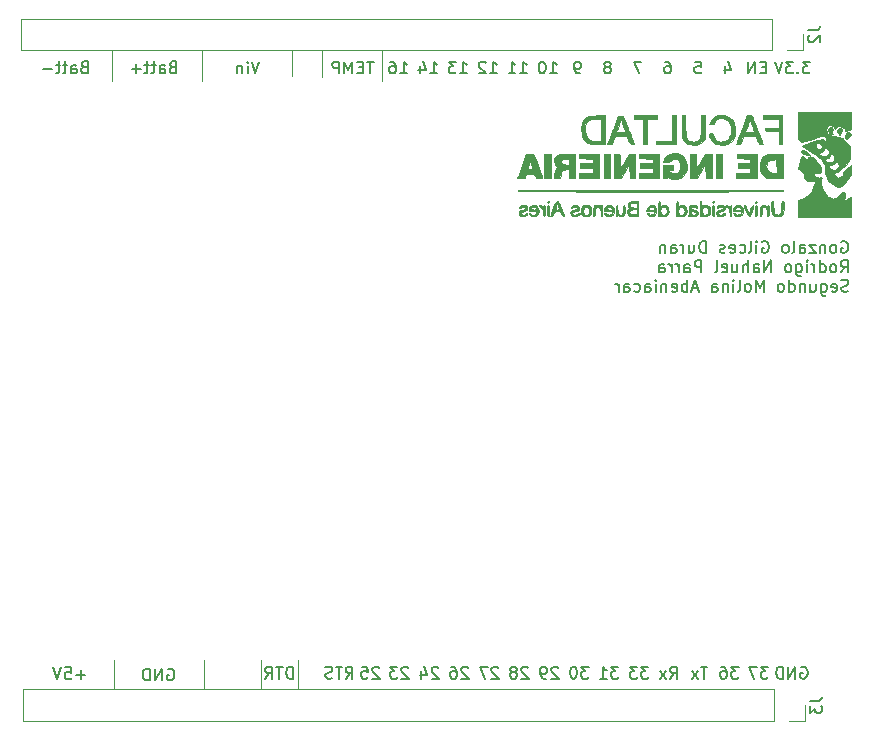
<source format=gbr>
G04 #@! TF.GenerationSoftware,KiCad,Pcbnew,(5.1.2)-1*
G04 #@! TF.CreationDate,2022-07-04T19:57:45-03:00*
G04 #@! TF.ProjectId,esp32,65737033-322e-46b6-9963-61645f706362,rev?*
G04 #@! TF.SameCoordinates,Original*
G04 #@! TF.FileFunction,Legend,Bot*
G04 #@! TF.FilePolarity,Positive*
%FSLAX46Y46*%
G04 Gerber Fmt 4.6, Leading zero omitted, Abs format (unit mm)*
G04 Created by KiCad (PCBNEW (5.1.2)-1) date 2022-07-04 19:57:45*
%MOMM*%
%LPD*%
G04 APERTURE LIST*
%ADD10C,0.120000*%
%ADD11C,0.150000*%
%ADD12C,0.010000*%
G04 APERTURE END LIST*
D10*
X117900000Y-138150000D02*
X117900000Y-135700000D01*
X114750000Y-138150000D02*
X114750000Y-135700000D01*
X109920000Y-138150000D02*
X109920000Y-135700000D01*
X102300000Y-138150000D02*
X102300000Y-135700000D01*
X125010000Y-84050000D02*
X125010000Y-86650000D01*
X119930000Y-84050000D02*
X119930000Y-86300000D01*
X117390000Y-84050000D02*
X117390000Y-86200000D01*
X109770000Y-84050000D02*
X109770000Y-86700000D01*
X102150000Y-84050000D02*
X102150000Y-86700000D01*
D11*
X163890595Y-100250000D02*
X163985833Y-100202380D01*
X164128690Y-100202380D01*
X164271547Y-100250000D01*
X164366785Y-100345238D01*
X164414404Y-100440476D01*
X164462023Y-100630952D01*
X164462023Y-100773809D01*
X164414404Y-100964285D01*
X164366785Y-101059523D01*
X164271547Y-101154761D01*
X164128690Y-101202380D01*
X164033452Y-101202380D01*
X163890595Y-101154761D01*
X163842976Y-101107142D01*
X163842976Y-100773809D01*
X164033452Y-100773809D01*
X163271547Y-101202380D02*
X163366785Y-101154761D01*
X163414404Y-101107142D01*
X163462023Y-101011904D01*
X163462023Y-100726190D01*
X163414404Y-100630952D01*
X163366785Y-100583333D01*
X163271547Y-100535714D01*
X163128690Y-100535714D01*
X163033452Y-100583333D01*
X162985833Y-100630952D01*
X162938214Y-100726190D01*
X162938214Y-101011904D01*
X162985833Y-101107142D01*
X163033452Y-101154761D01*
X163128690Y-101202380D01*
X163271547Y-101202380D01*
X162509642Y-100535714D02*
X162509642Y-101202380D01*
X162509642Y-100630952D02*
X162462023Y-100583333D01*
X162366785Y-100535714D01*
X162223928Y-100535714D01*
X162128690Y-100583333D01*
X162081071Y-100678571D01*
X162081071Y-101202380D01*
X161700119Y-100535714D02*
X161176309Y-100535714D01*
X161700119Y-101202380D01*
X161176309Y-101202380D01*
X160366785Y-101202380D02*
X160366785Y-100678571D01*
X160414404Y-100583333D01*
X160509642Y-100535714D01*
X160700119Y-100535714D01*
X160795357Y-100583333D01*
X160366785Y-101154761D02*
X160462023Y-101202380D01*
X160700119Y-101202380D01*
X160795357Y-101154761D01*
X160842976Y-101059523D01*
X160842976Y-100964285D01*
X160795357Y-100869047D01*
X160700119Y-100821428D01*
X160462023Y-100821428D01*
X160366785Y-100773809D01*
X159747738Y-101202380D02*
X159842976Y-101154761D01*
X159890595Y-101059523D01*
X159890595Y-100202380D01*
X159223928Y-101202380D02*
X159319166Y-101154761D01*
X159366785Y-101107142D01*
X159414404Y-101011904D01*
X159414404Y-100726190D01*
X159366785Y-100630952D01*
X159319166Y-100583333D01*
X159223928Y-100535714D01*
X159081071Y-100535714D01*
X158985833Y-100583333D01*
X158938214Y-100630952D01*
X158890595Y-100726190D01*
X158890595Y-101011904D01*
X158938214Y-101107142D01*
X158985833Y-101154761D01*
X159081071Y-101202380D01*
X159223928Y-101202380D01*
X157176309Y-100250000D02*
X157271547Y-100202380D01*
X157414404Y-100202380D01*
X157557261Y-100250000D01*
X157652500Y-100345238D01*
X157700119Y-100440476D01*
X157747738Y-100630952D01*
X157747738Y-100773809D01*
X157700119Y-100964285D01*
X157652500Y-101059523D01*
X157557261Y-101154761D01*
X157414404Y-101202380D01*
X157319166Y-101202380D01*
X157176309Y-101154761D01*
X157128690Y-101107142D01*
X157128690Y-100773809D01*
X157319166Y-100773809D01*
X156700119Y-101202380D02*
X156700119Y-100535714D01*
X156700119Y-100202380D02*
X156747738Y-100250000D01*
X156700119Y-100297619D01*
X156652500Y-100250000D01*
X156700119Y-100202380D01*
X156700119Y-100297619D01*
X156081071Y-101202380D02*
X156176309Y-101154761D01*
X156223928Y-101059523D01*
X156223928Y-100202380D01*
X155271547Y-101154761D02*
X155366785Y-101202380D01*
X155557261Y-101202380D01*
X155652500Y-101154761D01*
X155700119Y-101107142D01*
X155747738Y-101011904D01*
X155747738Y-100726190D01*
X155700119Y-100630952D01*
X155652500Y-100583333D01*
X155557261Y-100535714D01*
X155366785Y-100535714D01*
X155271547Y-100583333D01*
X154462023Y-101154761D02*
X154557261Y-101202380D01*
X154747738Y-101202380D01*
X154842976Y-101154761D01*
X154890595Y-101059523D01*
X154890595Y-100678571D01*
X154842976Y-100583333D01*
X154747738Y-100535714D01*
X154557261Y-100535714D01*
X154462023Y-100583333D01*
X154414404Y-100678571D01*
X154414404Y-100773809D01*
X154890595Y-100869047D01*
X154033452Y-101154761D02*
X153938214Y-101202380D01*
X153747738Y-101202380D01*
X153652500Y-101154761D01*
X153604880Y-101059523D01*
X153604880Y-101011904D01*
X153652500Y-100916666D01*
X153747738Y-100869047D01*
X153890595Y-100869047D01*
X153985833Y-100821428D01*
X154033452Y-100726190D01*
X154033452Y-100678571D01*
X153985833Y-100583333D01*
X153890595Y-100535714D01*
X153747738Y-100535714D01*
X153652500Y-100583333D01*
X152414404Y-101202380D02*
X152414404Y-100202380D01*
X152176309Y-100202380D01*
X152033452Y-100250000D01*
X151938214Y-100345238D01*
X151890595Y-100440476D01*
X151842976Y-100630952D01*
X151842976Y-100773809D01*
X151890595Y-100964285D01*
X151938214Y-101059523D01*
X152033452Y-101154761D01*
X152176309Y-101202380D01*
X152414404Y-101202380D01*
X150985833Y-100535714D02*
X150985833Y-101202380D01*
X151414404Y-100535714D02*
X151414404Y-101059523D01*
X151366785Y-101154761D01*
X151271547Y-101202380D01*
X151128690Y-101202380D01*
X151033452Y-101154761D01*
X150985833Y-101107142D01*
X150509642Y-101202380D02*
X150509642Y-100535714D01*
X150509642Y-100726190D02*
X150462023Y-100630952D01*
X150414404Y-100583333D01*
X150319166Y-100535714D01*
X150223928Y-100535714D01*
X149462023Y-101202380D02*
X149462023Y-100678571D01*
X149509642Y-100583333D01*
X149604880Y-100535714D01*
X149795357Y-100535714D01*
X149890595Y-100583333D01*
X149462023Y-101154761D02*
X149557261Y-101202380D01*
X149795357Y-101202380D01*
X149890595Y-101154761D01*
X149938214Y-101059523D01*
X149938214Y-100964285D01*
X149890595Y-100869047D01*
X149795357Y-100821428D01*
X149557261Y-100821428D01*
X149462023Y-100773809D01*
X148985833Y-100535714D02*
X148985833Y-101202380D01*
X148985833Y-100630952D02*
X148938214Y-100583333D01*
X148842976Y-100535714D01*
X148700119Y-100535714D01*
X148604880Y-100583333D01*
X148557261Y-100678571D01*
X148557261Y-101202380D01*
X163842976Y-102852380D02*
X164176309Y-102376190D01*
X164414404Y-102852380D02*
X164414404Y-101852380D01*
X164033452Y-101852380D01*
X163938214Y-101900000D01*
X163890595Y-101947619D01*
X163842976Y-102042857D01*
X163842976Y-102185714D01*
X163890595Y-102280952D01*
X163938214Y-102328571D01*
X164033452Y-102376190D01*
X164414404Y-102376190D01*
X163271547Y-102852380D02*
X163366785Y-102804761D01*
X163414404Y-102757142D01*
X163462023Y-102661904D01*
X163462023Y-102376190D01*
X163414404Y-102280952D01*
X163366785Y-102233333D01*
X163271547Y-102185714D01*
X163128690Y-102185714D01*
X163033452Y-102233333D01*
X162985833Y-102280952D01*
X162938214Y-102376190D01*
X162938214Y-102661904D01*
X162985833Y-102757142D01*
X163033452Y-102804761D01*
X163128690Y-102852380D01*
X163271547Y-102852380D01*
X162081071Y-102852380D02*
X162081071Y-101852380D01*
X162081071Y-102804761D02*
X162176309Y-102852380D01*
X162366785Y-102852380D01*
X162462023Y-102804761D01*
X162509642Y-102757142D01*
X162557261Y-102661904D01*
X162557261Y-102376190D01*
X162509642Y-102280952D01*
X162462023Y-102233333D01*
X162366785Y-102185714D01*
X162176309Y-102185714D01*
X162081071Y-102233333D01*
X161604880Y-102852380D02*
X161604880Y-102185714D01*
X161604880Y-102376190D02*
X161557261Y-102280952D01*
X161509642Y-102233333D01*
X161414404Y-102185714D01*
X161319166Y-102185714D01*
X160985833Y-102852380D02*
X160985833Y-102185714D01*
X160985833Y-101852380D02*
X161033452Y-101900000D01*
X160985833Y-101947619D01*
X160938214Y-101900000D01*
X160985833Y-101852380D01*
X160985833Y-101947619D01*
X160081071Y-102185714D02*
X160081071Y-102995238D01*
X160128690Y-103090476D01*
X160176309Y-103138095D01*
X160271547Y-103185714D01*
X160414404Y-103185714D01*
X160509642Y-103138095D01*
X160081071Y-102804761D02*
X160176309Y-102852380D01*
X160366785Y-102852380D01*
X160462023Y-102804761D01*
X160509642Y-102757142D01*
X160557261Y-102661904D01*
X160557261Y-102376190D01*
X160509642Y-102280952D01*
X160462023Y-102233333D01*
X160366785Y-102185714D01*
X160176309Y-102185714D01*
X160081071Y-102233333D01*
X159462023Y-102852380D02*
X159557261Y-102804761D01*
X159604880Y-102757142D01*
X159652500Y-102661904D01*
X159652500Y-102376190D01*
X159604880Y-102280952D01*
X159557261Y-102233333D01*
X159462023Y-102185714D01*
X159319166Y-102185714D01*
X159223928Y-102233333D01*
X159176309Y-102280952D01*
X159128690Y-102376190D01*
X159128690Y-102661904D01*
X159176309Y-102757142D01*
X159223928Y-102804761D01*
X159319166Y-102852380D01*
X159462023Y-102852380D01*
X157938214Y-102852380D02*
X157938214Y-101852380D01*
X157366785Y-102852380D01*
X157366785Y-101852380D01*
X156462023Y-102852380D02*
X156462023Y-102328571D01*
X156509642Y-102233333D01*
X156604880Y-102185714D01*
X156795357Y-102185714D01*
X156890595Y-102233333D01*
X156462023Y-102804761D02*
X156557261Y-102852380D01*
X156795357Y-102852380D01*
X156890595Y-102804761D01*
X156938214Y-102709523D01*
X156938214Y-102614285D01*
X156890595Y-102519047D01*
X156795357Y-102471428D01*
X156557261Y-102471428D01*
X156462023Y-102423809D01*
X155985833Y-102852380D02*
X155985833Y-101852380D01*
X155557261Y-102852380D02*
X155557261Y-102328571D01*
X155604880Y-102233333D01*
X155700119Y-102185714D01*
X155842976Y-102185714D01*
X155938214Y-102233333D01*
X155985833Y-102280952D01*
X154652500Y-102185714D02*
X154652500Y-102852380D01*
X155081071Y-102185714D02*
X155081071Y-102709523D01*
X155033452Y-102804761D01*
X154938214Y-102852380D01*
X154795357Y-102852380D01*
X154700119Y-102804761D01*
X154652500Y-102757142D01*
X153795357Y-102804761D02*
X153890595Y-102852380D01*
X154081071Y-102852380D01*
X154176309Y-102804761D01*
X154223928Y-102709523D01*
X154223928Y-102328571D01*
X154176309Y-102233333D01*
X154081071Y-102185714D01*
X153890595Y-102185714D01*
X153795357Y-102233333D01*
X153747738Y-102328571D01*
X153747738Y-102423809D01*
X154223928Y-102519047D01*
X153176309Y-102852380D02*
X153271547Y-102804761D01*
X153319166Y-102709523D01*
X153319166Y-101852380D01*
X152033452Y-102852380D02*
X152033452Y-101852380D01*
X151652500Y-101852380D01*
X151557261Y-101900000D01*
X151509642Y-101947619D01*
X151462023Y-102042857D01*
X151462023Y-102185714D01*
X151509642Y-102280952D01*
X151557261Y-102328571D01*
X151652500Y-102376190D01*
X152033452Y-102376190D01*
X150604880Y-102852380D02*
X150604880Y-102328571D01*
X150652500Y-102233333D01*
X150747738Y-102185714D01*
X150938214Y-102185714D01*
X151033452Y-102233333D01*
X150604880Y-102804761D02*
X150700119Y-102852380D01*
X150938214Y-102852380D01*
X151033452Y-102804761D01*
X151081071Y-102709523D01*
X151081071Y-102614285D01*
X151033452Y-102519047D01*
X150938214Y-102471428D01*
X150700119Y-102471428D01*
X150604880Y-102423809D01*
X150128690Y-102852380D02*
X150128690Y-102185714D01*
X150128690Y-102376190D02*
X150081071Y-102280952D01*
X150033452Y-102233333D01*
X149938214Y-102185714D01*
X149842976Y-102185714D01*
X149509642Y-102852380D02*
X149509642Y-102185714D01*
X149509642Y-102376190D02*
X149462023Y-102280952D01*
X149414404Y-102233333D01*
X149319166Y-102185714D01*
X149223928Y-102185714D01*
X148462023Y-102852380D02*
X148462023Y-102328571D01*
X148509642Y-102233333D01*
X148604880Y-102185714D01*
X148795357Y-102185714D01*
X148890595Y-102233333D01*
X148462023Y-102804761D02*
X148557261Y-102852380D01*
X148795357Y-102852380D01*
X148890595Y-102804761D01*
X148938214Y-102709523D01*
X148938214Y-102614285D01*
X148890595Y-102519047D01*
X148795357Y-102471428D01*
X148557261Y-102471428D01*
X148462023Y-102423809D01*
X164462023Y-104454761D02*
X164319166Y-104502380D01*
X164081071Y-104502380D01*
X163985833Y-104454761D01*
X163938214Y-104407142D01*
X163890595Y-104311904D01*
X163890595Y-104216666D01*
X163938214Y-104121428D01*
X163985833Y-104073809D01*
X164081071Y-104026190D01*
X164271547Y-103978571D01*
X164366785Y-103930952D01*
X164414404Y-103883333D01*
X164462023Y-103788095D01*
X164462023Y-103692857D01*
X164414404Y-103597619D01*
X164366785Y-103550000D01*
X164271547Y-103502380D01*
X164033452Y-103502380D01*
X163890595Y-103550000D01*
X163081071Y-104454761D02*
X163176309Y-104502380D01*
X163366785Y-104502380D01*
X163462023Y-104454761D01*
X163509642Y-104359523D01*
X163509642Y-103978571D01*
X163462023Y-103883333D01*
X163366785Y-103835714D01*
X163176309Y-103835714D01*
X163081071Y-103883333D01*
X163033452Y-103978571D01*
X163033452Y-104073809D01*
X163509642Y-104169047D01*
X162176309Y-103835714D02*
X162176309Y-104645238D01*
X162223928Y-104740476D01*
X162271547Y-104788095D01*
X162366785Y-104835714D01*
X162509642Y-104835714D01*
X162604880Y-104788095D01*
X162176309Y-104454761D02*
X162271547Y-104502380D01*
X162462023Y-104502380D01*
X162557261Y-104454761D01*
X162604880Y-104407142D01*
X162652500Y-104311904D01*
X162652500Y-104026190D01*
X162604880Y-103930952D01*
X162557261Y-103883333D01*
X162462023Y-103835714D01*
X162271547Y-103835714D01*
X162176309Y-103883333D01*
X161271547Y-103835714D02*
X161271547Y-104502380D01*
X161700119Y-103835714D02*
X161700119Y-104359523D01*
X161652500Y-104454761D01*
X161557261Y-104502380D01*
X161414404Y-104502380D01*
X161319166Y-104454761D01*
X161271547Y-104407142D01*
X160795357Y-103835714D02*
X160795357Y-104502380D01*
X160795357Y-103930952D02*
X160747738Y-103883333D01*
X160652500Y-103835714D01*
X160509642Y-103835714D01*
X160414404Y-103883333D01*
X160366785Y-103978571D01*
X160366785Y-104502380D01*
X159462023Y-104502380D02*
X159462023Y-103502380D01*
X159462023Y-104454761D02*
X159557261Y-104502380D01*
X159747738Y-104502380D01*
X159842976Y-104454761D01*
X159890595Y-104407142D01*
X159938214Y-104311904D01*
X159938214Y-104026190D01*
X159890595Y-103930952D01*
X159842976Y-103883333D01*
X159747738Y-103835714D01*
X159557261Y-103835714D01*
X159462023Y-103883333D01*
X158842976Y-104502380D02*
X158938214Y-104454761D01*
X158985833Y-104407142D01*
X159033452Y-104311904D01*
X159033452Y-104026190D01*
X158985833Y-103930952D01*
X158938214Y-103883333D01*
X158842976Y-103835714D01*
X158700119Y-103835714D01*
X158604880Y-103883333D01*
X158557261Y-103930952D01*
X158509642Y-104026190D01*
X158509642Y-104311904D01*
X158557261Y-104407142D01*
X158604880Y-104454761D01*
X158700119Y-104502380D01*
X158842976Y-104502380D01*
X157319166Y-104502380D02*
X157319166Y-103502380D01*
X156985833Y-104216666D01*
X156652500Y-103502380D01*
X156652500Y-104502380D01*
X156033452Y-104502380D02*
X156128690Y-104454761D01*
X156176309Y-104407142D01*
X156223928Y-104311904D01*
X156223928Y-104026190D01*
X156176309Y-103930952D01*
X156128690Y-103883333D01*
X156033452Y-103835714D01*
X155890595Y-103835714D01*
X155795357Y-103883333D01*
X155747738Y-103930952D01*
X155700119Y-104026190D01*
X155700119Y-104311904D01*
X155747738Y-104407142D01*
X155795357Y-104454761D01*
X155890595Y-104502380D01*
X156033452Y-104502380D01*
X155128690Y-104502380D02*
X155223928Y-104454761D01*
X155271547Y-104359523D01*
X155271547Y-103502380D01*
X154747738Y-104502380D02*
X154747738Y-103835714D01*
X154747738Y-103502380D02*
X154795357Y-103550000D01*
X154747738Y-103597619D01*
X154700119Y-103550000D01*
X154747738Y-103502380D01*
X154747738Y-103597619D01*
X154271547Y-103835714D02*
X154271547Y-104502380D01*
X154271547Y-103930952D02*
X154223928Y-103883333D01*
X154128690Y-103835714D01*
X153985833Y-103835714D01*
X153890595Y-103883333D01*
X153842976Y-103978571D01*
X153842976Y-104502380D01*
X152938214Y-104502380D02*
X152938214Y-103978571D01*
X152985833Y-103883333D01*
X153081071Y-103835714D01*
X153271547Y-103835714D01*
X153366785Y-103883333D01*
X152938214Y-104454761D02*
X153033452Y-104502380D01*
X153271547Y-104502380D01*
X153366785Y-104454761D01*
X153414404Y-104359523D01*
X153414404Y-104264285D01*
X153366785Y-104169047D01*
X153271547Y-104121428D01*
X153033452Y-104121428D01*
X152938214Y-104073809D01*
X151747738Y-104216666D02*
X151271547Y-104216666D01*
X151842976Y-104502380D02*
X151509642Y-103502380D01*
X151176309Y-104502380D01*
X150842976Y-104502380D02*
X150842976Y-103502380D01*
X150842976Y-103883333D02*
X150747738Y-103835714D01*
X150557261Y-103835714D01*
X150462023Y-103883333D01*
X150414404Y-103930952D01*
X150366785Y-104026190D01*
X150366785Y-104311904D01*
X150414404Y-104407142D01*
X150462023Y-104454761D01*
X150557261Y-104502380D01*
X150747738Y-104502380D01*
X150842976Y-104454761D01*
X149557261Y-104454761D02*
X149652500Y-104502380D01*
X149842976Y-104502380D01*
X149938214Y-104454761D01*
X149985833Y-104359523D01*
X149985833Y-103978571D01*
X149938214Y-103883333D01*
X149842976Y-103835714D01*
X149652500Y-103835714D01*
X149557261Y-103883333D01*
X149509642Y-103978571D01*
X149509642Y-104073809D01*
X149985833Y-104169047D01*
X149081071Y-103835714D02*
X149081071Y-104502380D01*
X149081071Y-103930952D02*
X149033452Y-103883333D01*
X148938214Y-103835714D01*
X148795357Y-103835714D01*
X148700119Y-103883333D01*
X148652500Y-103978571D01*
X148652500Y-104502380D01*
X148176309Y-104502380D02*
X148176309Y-103835714D01*
X148176309Y-103502380D02*
X148223928Y-103550000D01*
X148176309Y-103597619D01*
X148128690Y-103550000D01*
X148176309Y-103502380D01*
X148176309Y-103597619D01*
X147271547Y-104502380D02*
X147271547Y-103978571D01*
X147319166Y-103883333D01*
X147414404Y-103835714D01*
X147604880Y-103835714D01*
X147700119Y-103883333D01*
X147271547Y-104454761D02*
X147366785Y-104502380D01*
X147604880Y-104502380D01*
X147700119Y-104454761D01*
X147747738Y-104359523D01*
X147747738Y-104264285D01*
X147700119Y-104169047D01*
X147604880Y-104121428D01*
X147366785Y-104121428D01*
X147271547Y-104073809D01*
X146366785Y-104454761D02*
X146462023Y-104502380D01*
X146652500Y-104502380D01*
X146747738Y-104454761D01*
X146795357Y-104407142D01*
X146842976Y-104311904D01*
X146842976Y-104026190D01*
X146795357Y-103930952D01*
X146747738Y-103883333D01*
X146652500Y-103835714D01*
X146462023Y-103835714D01*
X146366785Y-103883333D01*
X145509642Y-104502380D02*
X145509642Y-103978571D01*
X145557261Y-103883333D01*
X145652500Y-103835714D01*
X145842976Y-103835714D01*
X145938214Y-103883333D01*
X145509642Y-104454761D02*
X145604880Y-104502380D01*
X145842976Y-104502380D01*
X145938214Y-104454761D01*
X145985833Y-104359523D01*
X145985833Y-104264285D01*
X145938214Y-104169047D01*
X145842976Y-104121428D01*
X145604880Y-104121428D01*
X145509642Y-104073809D01*
X145033452Y-104502380D02*
X145033452Y-103835714D01*
X145033452Y-104026190D02*
X144985833Y-103930952D01*
X144938214Y-103883333D01*
X144842976Y-103835714D01*
X144747738Y-103835714D01*
X107261428Y-85478571D02*
X107118571Y-85526190D01*
X107070952Y-85573809D01*
X107023333Y-85669047D01*
X107023333Y-85811904D01*
X107070952Y-85907142D01*
X107118571Y-85954761D01*
X107213809Y-86002380D01*
X107594761Y-86002380D01*
X107594761Y-85002380D01*
X107261428Y-85002380D01*
X107166190Y-85050000D01*
X107118571Y-85097619D01*
X107070952Y-85192857D01*
X107070952Y-85288095D01*
X107118571Y-85383333D01*
X107166190Y-85430952D01*
X107261428Y-85478571D01*
X107594761Y-85478571D01*
X106166190Y-86002380D02*
X106166190Y-85478571D01*
X106213809Y-85383333D01*
X106309047Y-85335714D01*
X106499523Y-85335714D01*
X106594761Y-85383333D01*
X106166190Y-85954761D02*
X106261428Y-86002380D01*
X106499523Y-86002380D01*
X106594761Y-85954761D01*
X106642380Y-85859523D01*
X106642380Y-85764285D01*
X106594761Y-85669047D01*
X106499523Y-85621428D01*
X106261428Y-85621428D01*
X106166190Y-85573809D01*
X105832857Y-85335714D02*
X105451904Y-85335714D01*
X105690000Y-85002380D02*
X105690000Y-85859523D01*
X105642380Y-85954761D01*
X105547142Y-86002380D01*
X105451904Y-86002380D01*
X105261428Y-85335714D02*
X104880476Y-85335714D01*
X105118571Y-85002380D02*
X105118571Y-85859523D01*
X105070952Y-85954761D01*
X104975714Y-86002380D01*
X104880476Y-86002380D01*
X104547142Y-85621428D02*
X103785238Y-85621428D01*
X104166190Y-86002380D02*
X104166190Y-85240476D01*
X126540476Y-86022380D02*
X127111904Y-86022380D01*
X126826190Y-86022380D02*
X126826190Y-85022380D01*
X126921428Y-85165238D01*
X127016666Y-85260476D01*
X127111904Y-85308095D01*
X125683333Y-85022380D02*
X125873809Y-85022380D01*
X125969047Y-85070000D01*
X126016666Y-85117619D01*
X126111904Y-85260476D01*
X126159523Y-85450952D01*
X126159523Y-85831904D01*
X126111904Y-85927142D01*
X126064285Y-85974761D01*
X125969047Y-86022380D01*
X125778571Y-86022380D01*
X125683333Y-85974761D01*
X125635714Y-85927142D01*
X125588095Y-85831904D01*
X125588095Y-85593809D01*
X125635714Y-85498571D01*
X125683333Y-85450952D01*
X125778571Y-85403333D01*
X125969047Y-85403333D01*
X126064285Y-85450952D01*
X126111904Y-85498571D01*
X126159523Y-85593809D01*
X124756904Y-136347619D02*
X124709285Y-136300000D01*
X124614047Y-136252380D01*
X124375952Y-136252380D01*
X124280714Y-136300000D01*
X124233095Y-136347619D01*
X124185476Y-136442857D01*
X124185476Y-136538095D01*
X124233095Y-136680952D01*
X124804523Y-137252380D01*
X124185476Y-137252380D01*
X123280714Y-136252380D02*
X123756904Y-136252380D01*
X123804523Y-136728571D01*
X123756904Y-136680952D01*
X123661666Y-136633333D01*
X123423571Y-136633333D01*
X123328333Y-136680952D01*
X123280714Y-136728571D01*
X123233095Y-136823809D01*
X123233095Y-137061904D01*
X123280714Y-137157142D01*
X123328333Y-137204761D01*
X123423571Y-137252380D01*
X123661666Y-137252380D01*
X123756904Y-137204761D01*
X123804523Y-137157142D01*
X127206904Y-136347619D02*
X127159285Y-136300000D01*
X127064047Y-136252380D01*
X126825952Y-136252380D01*
X126730714Y-136300000D01*
X126683095Y-136347619D01*
X126635476Y-136442857D01*
X126635476Y-136538095D01*
X126683095Y-136680952D01*
X127254523Y-137252380D01*
X126635476Y-137252380D01*
X126302142Y-136252380D02*
X125683095Y-136252380D01*
X126016428Y-136633333D01*
X125873571Y-136633333D01*
X125778333Y-136680952D01*
X125730714Y-136728571D01*
X125683095Y-136823809D01*
X125683095Y-137061904D01*
X125730714Y-137157142D01*
X125778333Y-137204761D01*
X125873571Y-137252380D01*
X126159285Y-137252380D01*
X126254523Y-137204761D01*
X126302142Y-137157142D01*
X106836904Y-136450000D02*
X106932142Y-136402380D01*
X107075000Y-136402380D01*
X107217857Y-136450000D01*
X107313095Y-136545238D01*
X107360714Y-136640476D01*
X107408333Y-136830952D01*
X107408333Y-136973809D01*
X107360714Y-137164285D01*
X107313095Y-137259523D01*
X107217857Y-137354761D01*
X107075000Y-137402380D01*
X106979761Y-137402380D01*
X106836904Y-137354761D01*
X106789285Y-137307142D01*
X106789285Y-136973809D01*
X106979761Y-136973809D01*
X106360714Y-137402380D02*
X106360714Y-136402380D01*
X105789285Y-137402380D01*
X105789285Y-136402380D01*
X105313095Y-137402380D02*
X105313095Y-136402380D01*
X105075000Y-136402380D01*
X104932142Y-136450000D01*
X104836904Y-136545238D01*
X104789285Y-136640476D01*
X104741666Y-136830952D01*
X104741666Y-136973809D01*
X104789285Y-137164285D01*
X104836904Y-137259523D01*
X104932142Y-137354761D01*
X105075000Y-137402380D01*
X105313095Y-137402380D01*
X147554523Y-136252380D02*
X146935476Y-136252380D01*
X147268809Y-136633333D01*
X147125952Y-136633333D01*
X147030714Y-136680952D01*
X146983095Y-136728571D01*
X146935476Y-136823809D01*
X146935476Y-137061904D01*
X146983095Y-137157142D01*
X147030714Y-137204761D01*
X147125952Y-137252380D01*
X147411666Y-137252380D01*
X147506904Y-137204761D01*
X147554523Y-137157142D01*
X146602142Y-136252380D02*
X145983095Y-136252380D01*
X146316428Y-136633333D01*
X146173571Y-136633333D01*
X146078333Y-136680952D01*
X146030714Y-136728571D01*
X145983095Y-136823809D01*
X145983095Y-137061904D01*
X146030714Y-137157142D01*
X146078333Y-137204761D01*
X146173571Y-137252380D01*
X146459285Y-137252380D01*
X146554523Y-137204761D01*
X146602142Y-137157142D01*
X137356904Y-136347619D02*
X137309285Y-136300000D01*
X137214047Y-136252380D01*
X136975952Y-136252380D01*
X136880714Y-136300000D01*
X136833095Y-136347619D01*
X136785476Y-136442857D01*
X136785476Y-136538095D01*
X136833095Y-136680952D01*
X137404523Y-137252380D01*
X136785476Y-137252380D01*
X136214047Y-136680952D02*
X136309285Y-136633333D01*
X136356904Y-136585714D01*
X136404523Y-136490476D01*
X136404523Y-136442857D01*
X136356904Y-136347619D01*
X136309285Y-136300000D01*
X136214047Y-136252380D01*
X136023571Y-136252380D01*
X135928333Y-136300000D01*
X135880714Y-136347619D01*
X135833095Y-136442857D01*
X135833095Y-136490476D01*
X135880714Y-136585714D01*
X135928333Y-136633333D01*
X136023571Y-136680952D01*
X136214047Y-136680952D01*
X136309285Y-136728571D01*
X136356904Y-136776190D01*
X136404523Y-136871428D01*
X136404523Y-137061904D01*
X136356904Y-137157142D01*
X136309285Y-137204761D01*
X136214047Y-137252380D01*
X136023571Y-137252380D01*
X135928333Y-137204761D01*
X135880714Y-137157142D01*
X135833095Y-137061904D01*
X135833095Y-136871428D01*
X135880714Y-136776190D01*
X135928333Y-136728571D01*
X136023571Y-136680952D01*
X161231190Y-85022380D02*
X160612142Y-85022380D01*
X160945476Y-85403333D01*
X160802619Y-85403333D01*
X160707380Y-85450952D01*
X160659761Y-85498571D01*
X160612142Y-85593809D01*
X160612142Y-85831904D01*
X160659761Y-85927142D01*
X160707380Y-85974761D01*
X160802619Y-86022380D01*
X161088333Y-86022380D01*
X161183571Y-85974761D01*
X161231190Y-85927142D01*
X160183571Y-85927142D02*
X160135952Y-85974761D01*
X160183571Y-86022380D01*
X160231190Y-85974761D01*
X160183571Y-85927142D01*
X160183571Y-86022380D01*
X159802619Y-85022380D02*
X159183571Y-85022380D01*
X159516904Y-85403333D01*
X159374047Y-85403333D01*
X159278809Y-85450952D01*
X159231190Y-85498571D01*
X159183571Y-85593809D01*
X159183571Y-85831904D01*
X159231190Y-85927142D01*
X159278809Y-85974761D01*
X159374047Y-86022380D01*
X159659761Y-86022380D01*
X159755000Y-85974761D01*
X159802619Y-85927142D01*
X158897857Y-85022380D02*
X158564523Y-86022380D01*
X158231190Y-85022380D01*
X129070476Y-86022380D02*
X129641904Y-86022380D01*
X129356190Y-86022380D02*
X129356190Y-85022380D01*
X129451428Y-85165238D01*
X129546666Y-85260476D01*
X129641904Y-85308095D01*
X128213333Y-85355714D02*
X128213333Y-86022380D01*
X128451428Y-84974761D02*
X128689523Y-85689047D01*
X128070476Y-85689047D01*
X136670476Y-86022380D02*
X137241904Y-86022380D01*
X136956190Y-86022380D02*
X136956190Y-85022380D01*
X137051428Y-85165238D01*
X137146666Y-85260476D01*
X137241904Y-85308095D01*
X135718095Y-86022380D02*
X136289523Y-86022380D01*
X136003809Y-86022380D02*
X136003809Y-85022380D01*
X136099047Y-85165238D01*
X136194285Y-85260476D01*
X136289523Y-85308095D01*
X141745476Y-86022380D02*
X141555000Y-86022380D01*
X141459761Y-85974761D01*
X141412142Y-85927142D01*
X141316904Y-85784285D01*
X141269285Y-85593809D01*
X141269285Y-85212857D01*
X141316904Y-85117619D01*
X141364523Y-85070000D01*
X141459761Y-85022380D01*
X141650238Y-85022380D01*
X141745476Y-85070000D01*
X141793095Y-85117619D01*
X141840714Y-85212857D01*
X141840714Y-85450952D01*
X141793095Y-85546190D01*
X141745476Y-85593809D01*
X141650238Y-85641428D01*
X141459761Y-85641428D01*
X141364523Y-85593809D01*
X141316904Y-85546190D01*
X141269285Y-85450952D01*
X146963333Y-85022380D02*
X146296666Y-85022380D01*
X146725238Y-86022380D01*
X131595476Y-86022380D02*
X132166904Y-86022380D01*
X131881190Y-86022380D02*
X131881190Y-85022380D01*
X131976428Y-85165238D01*
X132071666Y-85260476D01*
X132166904Y-85308095D01*
X131262142Y-85022380D02*
X130643095Y-85022380D01*
X130976428Y-85403333D01*
X130833571Y-85403333D01*
X130738333Y-85450952D01*
X130690714Y-85498571D01*
X130643095Y-85593809D01*
X130643095Y-85831904D01*
X130690714Y-85927142D01*
X130738333Y-85974761D01*
X130833571Y-86022380D01*
X131119285Y-86022380D01*
X131214523Y-85974761D01*
X131262142Y-85927142D01*
X148989523Y-85022380D02*
X149180000Y-85022380D01*
X149275238Y-85070000D01*
X149322857Y-85117619D01*
X149418095Y-85260476D01*
X149465714Y-85450952D01*
X149465714Y-85831904D01*
X149418095Y-85927142D01*
X149370476Y-85974761D01*
X149275238Y-86022380D01*
X149084761Y-86022380D01*
X148989523Y-85974761D01*
X148941904Y-85927142D01*
X148894285Y-85831904D01*
X148894285Y-85593809D01*
X148941904Y-85498571D01*
X148989523Y-85450952D01*
X149084761Y-85403333D01*
X149275238Y-85403333D01*
X149370476Y-85450952D01*
X149418095Y-85498571D01*
X149465714Y-85593809D01*
X99761428Y-85478571D02*
X99618571Y-85526190D01*
X99570952Y-85573809D01*
X99523333Y-85669047D01*
X99523333Y-85811904D01*
X99570952Y-85907142D01*
X99618571Y-85954761D01*
X99713809Y-86002380D01*
X100094761Y-86002380D01*
X100094761Y-85002380D01*
X99761428Y-85002380D01*
X99666190Y-85050000D01*
X99618571Y-85097619D01*
X99570952Y-85192857D01*
X99570952Y-85288095D01*
X99618571Y-85383333D01*
X99666190Y-85430952D01*
X99761428Y-85478571D01*
X100094761Y-85478571D01*
X98666190Y-86002380D02*
X98666190Y-85478571D01*
X98713809Y-85383333D01*
X98809047Y-85335714D01*
X98999523Y-85335714D01*
X99094761Y-85383333D01*
X98666190Y-85954761D02*
X98761428Y-86002380D01*
X98999523Y-86002380D01*
X99094761Y-85954761D01*
X99142380Y-85859523D01*
X99142380Y-85764285D01*
X99094761Y-85669047D01*
X98999523Y-85621428D01*
X98761428Y-85621428D01*
X98666190Y-85573809D01*
X98332857Y-85335714D02*
X97951904Y-85335714D01*
X98190000Y-85002380D02*
X98190000Y-85859523D01*
X98142380Y-85954761D01*
X98047142Y-86002380D01*
X97951904Y-86002380D01*
X97761428Y-85335714D02*
X97380476Y-85335714D01*
X97618571Y-85002380D02*
X97618571Y-85859523D01*
X97570952Y-85954761D01*
X97475714Y-86002380D01*
X97380476Y-86002380D01*
X97047142Y-85621428D02*
X96285238Y-85621428D01*
X157493095Y-85498571D02*
X157159761Y-85498571D01*
X157016904Y-86022380D02*
X157493095Y-86022380D01*
X157493095Y-85022380D01*
X157016904Y-85022380D01*
X156588333Y-86022380D02*
X156588333Y-85022380D01*
X156016904Y-86022380D01*
X156016904Y-85022380D01*
X114613809Y-85022380D02*
X114280476Y-86022380D01*
X113947142Y-85022380D01*
X113613809Y-86022380D02*
X113613809Y-85355714D01*
X113613809Y-85022380D02*
X113661428Y-85070000D01*
X113613809Y-85117619D01*
X113566190Y-85070000D01*
X113613809Y-85022380D01*
X113613809Y-85117619D01*
X113137619Y-85355714D02*
X113137619Y-86022380D01*
X113137619Y-85450952D02*
X113090000Y-85403333D01*
X112994761Y-85355714D01*
X112851904Y-85355714D01*
X112756666Y-85403333D01*
X112709047Y-85498571D01*
X112709047Y-86022380D01*
X144175238Y-85450952D02*
X144270476Y-85403333D01*
X144318095Y-85355714D01*
X144365714Y-85260476D01*
X144365714Y-85212857D01*
X144318095Y-85117619D01*
X144270476Y-85070000D01*
X144175238Y-85022380D01*
X143984761Y-85022380D01*
X143889523Y-85070000D01*
X143841904Y-85117619D01*
X143794285Y-85212857D01*
X143794285Y-85260476D01*
X143841904Y-85355714D01*
X143889523Y-85403333D01*
X143984761Y-85450952D01*
X144175238Y-85450952D01*
X144270476Y-85498571D01*
X144318095Y-85546190D01*
X144365714Y-85641428D01*
X144365714Y-85831904D01*
X144318095Y-85927142D01*
X144270476Y-85974761D01*
X144175238Y-86022380D01*
X143984761Y-86022380D01*
X143889523Y-85974761D01*
X143841904Y-85927142D01*
X143794285Y-85831904D01*
X143794285Y-85641428D01*
X143841904Y-85546190D01*
X143889523Y-85498571D01*
X143984761Y-85450952D01*
X134145476Y-86022380D02*
X134716904Y-86022380D01*
X134431190Y-86022380D02*
X134431190Y-85022380D01*
X134526428Y-85165238D01*
X134621666Y-85260476D01*
X134716904Y-85308095D01*
X133764523Y-85117619D02*
X133716904Y-85070000D01*
X133621666Y-85022380D01*
X133383571Y-85022380D01*
X133288333Y-85070000D01*
X133240714Y-85117619D01*
X133193095Y-85212857D01*
X133193095Y-85308095D01*
X133240714Y-85450952D01*
X133812142Y-86022380D01*
X133193095Y-86022380D01*
X139220476Y-86022380D02*
X139791904Y-86022380D01*
X139506190Y-86022380D02*
X139506190Y-85022380D01*
X139601428Y-85165238D01*
X139696666Y-85260476D01*
X139791904Y-85308095D01*
X138601428Y-85022380D02*
X138506190Y-85022380D01*
X138410952Y-85070000D01*
X138363333Y-85117619D01*
X138315714Y-85212857D01*
X138268095Y-85403333D01*
X138268095Y-85641428D01*
X138315714Y-85831904D01*
X138363333Y-85927142D01*
X138410952Y-85974761D01*
X138506190Y-86022380D01*
X138601428Y-86022380D01*
X138696666Y-85974761D01*
X138744285Y-85927142D01*
X138791904Y-85831904D01*
X138839523Y-85641428D01*
X138839523Y-85403333D01*
X138791904Y-85212857D01*
X138744285Y-85117619D01*
X138696666Y-85070000D01*
X138601428Y-85022380D01*
X151491904Y-85022380D02*
X151968095Y-85022380D01*
X152015714Y-85498571D01*
X151968095Y-85450952D01*
X151872857Y-85403333D01*
X151634761Y-85403333D01*
X151539523Y-85450952D01*
X151491904Y-85498571D01*
X151444285Y-85593809D01*
X151444285Y-85831904D01*
X151491904Y-85927142D01*
X151539523Y-85974761D01*
X151634761Y-86022380D01*
X151872857Y-86022380D01*
X151968095Y-85974761D01*
X152015714Y-85927142D01*
X154064523Y-85355714D02*
X154064523Y-86022380D01*
X154302619Y-84974761D02*
X154540714Y-85689047D01*
X153921666Y-85689047D01*
X124279523Y-85012380D02*
X123708095Y-85012380D01*
X123993809Y-86012380D02*
X123993809Y-85012380D01*
X123374761Y-85488571D02*
X123041428Y-85488571D01*
X122898571Y-86012380D02*
X123374761Y-86012380D01*
X123374761Y-85012380D01*
X122898571Y-85012380D01*
X122470000Y-86012380D02*
X122470000Y-85012380D01*
X122136666Y-85726666D01*
X121803333Y-85012380D01*
X121803333Y-86012380D01*
X121327142Y-86012380D02*
X121327142Y-85012380D01*
X120946190Y-85012380D01*
X120850952Y-85060000D01*
X120803333Y-85107619D01*
X120755714Y-85202857D01*
X120755714Y-85345714D01*
X120803333Y-85440952D01*
X120850952Y-85488571D01*
X120946190Y-85536190D01*
X121327142Y-85536190D01*
X129756904Y-136347619D02*
X129709285Y-136300000D01*
X129614047Y-136252380D01*
X129375952Y-136252380D01*
X129280714Y-136300000D01*
X129233095Y-136347619D01*
X129185476Y-136442857D01*
X129185476Y-136538095D01*
X129233095Y-136680952D01*
X129804523Y-137252380D01*
X129185476Y-137252380D01*
X128328333Y-136585714D02*
X128328333Y-137252380D01*
X128566428Y-136204761D02*
X128804523Y-136919047D01*
X128185476Y-136919047D01*
X117432857Y-137252380D02*
X117432857Y-136252380D01*
X117194761Y-136252380D01*
X117051904Y-136300000D01*
X116956666Y-136395238D01*
X116909047Y-136490476D01*
X116861428Y-136680952D01*
X116861428Y-136823809D01*
X116909047Y-137014285D01*
X116956666Y-137109523D01*
X117051904Y-137204761D01*
X117194761Y-137252380D01*
X117432857Y-137252380D01*
X116575714Y-136252380D02*
X116004285Y-136252380D01*
X116290000Y-137252380D02*
X116290000Y-136252380D01*
X115099523Y-137252380D02*
X115432857Y-136776190D01*
X115670952Y-137252380D02*
X115670952Y-136252380D01*
X115290000Y-136252380D01*
X115194761Y-136300000D01*
X115147142Y-136347619D01*
X115099523Y-136442857D01*
X115099523Y-136585714D01*
X115147142Y-136680952D01*
X115194761Y-136728571D01*
X115290000Y-136776190D01*
X115670952Y-136776190D01*
X132281904Y-136347619D02*
X132234285Y-136300000D01*
X132139047Y-136252380D01*
X131900952Y-136252380D01*
X131805714Y-136300000D01*
X131758095Y-136347619D01*
X131710476Y-136442857D01*
X131710476Y-136538095D01*
X131758095Y-136680952D01*
X132329523Y-137252380D01*
X131710476Y-137252380D01*
X130853333Y-136252380D02*
X131043809Y-136252380D01*
X131139047Y-136300000D01*
X131186666Y-136347619D01*
X131281904Y-136490476D01*
X131329523Y-136680952D01*
X131329523Y-137061904D01*
X131281904Y-137157142D01*
X131234285Y-137204761D01*
X131139047Y-137252380D01*
X130948571Y-137252380D01*
X130853333Y-137204761D01*
X130805714Y-137157142D01*
X130758095Y-137061904D01*
X130758095Y-136823809D01*
X130805714Y-136728571D01*
X130853333Y-136680952D01*
X130948571Y-136633333D01*
X131139047Y-136633333D01*
X131234285Y-136680952D01*
X131281904Y-136728571D01*
X131329523Y-136823809D01*
X134831904Y-136347619D02*
X134784285Y-136300000D01*
X134689047Y-136252380D01*
X134450952Y-136252380D01*
X134355714Y-136300000D01*
X134308095Y-136347619D01*
X134260476Y-136442857D01*
X134260476Y-136538095D01*
X134308095Y-136680952D01*
X134879523Y-137252380D01*
X134260476Y-137252380D01*
X133927142Y-136252380D02*
X133260476Y-136252380D01*
X133689047Y-137252380D01*
X99875714Y-136921428D02*
X99113809Y-136921428D01*
X99494761Y-137302380D02*
X99494761Y-136540476D01*
X98161428Y-136302380D02*
X98637619Y-136302380D01*
X98685238Y-136778571D01*
X98637619Y-136730952D01*
X98542380Y-136683333D01*
X98304285Y-136683333D01*
X98209047Y-136730952D01*
X98161428Y-136778571D01*
X98113809Y-136873809D01*
X98113809Y-137111904D01*
X98161428Y-137207142D01*
X98209047Y-137254761D01*
X98304285Y-137302380D01*
X98542380Y-137302380D01*
X98637619Y-137254761D01*
X98685238Y-137207142D01*
X97828095Y-136302380D02*
X97494761Y-137302380D01*
X97161428Y-136302380D01*
X121917619Y-137252380D02*
X122250952Y-136776190D01*
X122489047Y-137252380D02*
X122489047Y-136252380D01*
X122108095Y-136252380D01*
X122012857Y-136300000D01*
X121965238Y-136347619D01*
X121917619Y-136442857D01*
X121917619Y-136585714D01*
X121965238Y-136680952D01*
X122012857Y-136728571D01*
X122108095Y-136776190D01*
X122489047Y-136776190D01*
X121631904Y-136252380D02*
X121060476Y-136252380D01*
X121346190Y-137252380D02*
X121346190Y-136252380D01*
X120774761Y-137204761D02*
X120631904Y-137252380D01*
X120393809Y-137252380D01*
X120298571Y-137204761D01*
X120250952Y-137157142D01*
X120203333Y-137061904D01*
X120203333Y-136966666D01*
X120250952Y-136871428D01*
X120298571Y-136823809D01*
X120393809Y-136776190D01*
X120584285Y-136728571D01*
X120679523Y-136680952D01*
X120727142Y-136633333D01*
X120774761Y-136538095D01*
X120774761Y-136442857D01*
X120727142Y-136347619D01*
X120679523Y-136300000D01*
X120584285Y-136252380D01*
X120346190Y-136252380D01*
X120203333Y-136300000D01*
X142479523Y-136252380D02*
X141860476Y-136252380D01*
X142193809Y-136633333D01*
X142050952Y-136633333D01*
X141955714Y-136680952D01*
X141908095Y-136728571D01*
X141860476Y-136823809D01*
X141860476Y-137061904D01*
X141908095Y-137157142D01*
X141955714Y-137204761D01*
X142050952Y-137252380D01*
X142336666Y-137252380D01*
X142431904Y-137204761D01*
X142479523Y-137157142D01*
X141241428Y-136252380D02*
X141146190Y-136252380D01*
X141050952Y-136300000D01*
X141003333Y-136347619D01*
X140955714Y-136442857D01*
X140908095Y-136633333D01*
X140908095Y-136871428D01*
X140955714Y-137061904D01*
X141003333Y-137157142D01*
X141050952Y-137204761D01*
X141146190Y-137252380D01*
X141241428Y-137252380D01*
X141336666Y-137204761D01*
X141384285Y-137157142D01*
X141431904Y-137061904D01*
X141479523Y-136871428D01*
X141479523Y-136633333D01*
X141431904Y-136442857D01*
X141384285Y-136347619D01*
X141336666Y-136300000D01*
X141241428Y-136252380D01*
X139906904Y-136347619D02*
X139859285Y-136300000D01*
X139764047Y-136252380D01*
X139525952Y-136252380D01*
X139430714Y-136300000D01*
X139383095Y-136347619D01*
X139335476Y-136442857D01*
X139335476Y-136538095D01*
X139383095Y-136680952D01*
X139954523Y-137252380D01*
X139335476Y-137252380D01*
X138859285Y-137252380D02*
X138668809Y-137252380D01*
X138573571Y-137204761D01*
X138525952Y-137157142D01*
X138430714Y-137014285D01*
X138383095Y-136823809D01*
X138383095Y-136442857D01*
X138430714Y-136347619D01*
X138478333Y-136300000D01*
X138573571Y-136252380D01*
X138764047Y-136252380D01*
X138859285Y-136300000D01*
X138906904Y-136347619D01*
X138954523Y-136442857D01*
X138954523Y-136680952D01*
X138906904Y-136776190D01*
X138859285Y-136823809D01*
X138764047Y-136871428D01*
X138573571Y-136871428D01*
X138478333Y-136823809D01*
X138430714Y-136776190D01*
X138383095Y-136680952D01*
X145004523Y-136252380D02*
X144385476Y-136252380D01*
X144718809Y-136633333D01*
X144575952Y-136633333D01*
X144480714Y-136680952D01*
X144433095Y-136728571D01*
X144385476Y-136823809D01*
X144385476Y-137061904D01*
X144433095Y-137157142D01*
X144480714Y-137204761D01*
X144575952Y-137252380D01*
X144861666Y-137252380D01*
X144956904Y-137204761D01*
X145004523Y-137157142D01*
X143433095Y-137252380D02*
X144004523Y-137252380D01*
X143718809Y-137252380D02*
X143718809Y-136252380D01*
X143814047Y-136395238D01*
X143909285Y-136490476D01*
X144004523Y-136538095D01*
X149390238Y-137252380D02*
X149723571Y-136776190D01*
X149961666Y-137252380D02*
X149961666Y-136252380D01*
X149580714Y-136252380D01*
X149485476Y-136300000D01*
X149437857Y-136347619D01*
X149390238Y-136442857D01*
X149390238Y-136585714D01*
X149437857Y-136680952D01*
X149485476Y-136728571D01*
X149580714Y-136776190D01*
X149961666Y-136776190D01*
X149056904Y-137252380D02*
X148533095Y-136585714D01*
X149056904Y-136585714D02*
X148533095Y-137252380D01*
X152535476Y-136252380D02*
X151964047Y-136252380D01*
X152249761Y-137252380D02*
X152249761Y-136252380D01*
X151725952Y-137252380D02*
X151202142Y-136585714D01*
X151725952Y-136585714D02*
X151202142Y-137252380D01*
X157679523Y-136252380D02*
X157060476Y-136252380D01*
X157393809Y-136633333D01*
X157250952Y-136633333D01*
X157155714Y-136680952D01*
X157108095Y-136728571D01*
X157060476Y-136823809D01*
X157060476Y-137061904D01*
X157108095Y-137157142D01*
X157155714Y-137204761D01*
X157250952Y-137252380D01*
X157536666Y-137252380D01*
X157631904Y-137204761D01*
X157679523Y-137157142D01*
X156727142Y-136252380D02*
X156060476Y-136252380D01*
X156489047Y-137252380D01*
X155179523Y-136252380D02*
X154560476Y-136252380D01*
X154893809Y-136633333D01*
X154750952Y-136633333D01*
X154655714Y-136680952D01*
X154608095Y-136728571D01*
X154560476Y-136823809D01*
X154560476Y-137061904D01*
X154608095Y-137157142D01*
X154655714Y-137204761D01*
X154750952Y-137252380D01*
X155036666Y-137252380D01*
X155131904Y-137204761D01*
X155179523Y-137157142D01*
X153703333Y-136252380D02*
X153893809Y-136252380D01*
X153989047Y-136300000D01*
X154036666Y-136347619D01*
X154131904Y-136490476D01*
X154179523Y-136680952D01*
X154179523Y-137061904D01*
X154131904Y-137157142D01*
X154084285Y-137204761D01*
X153989047Y-137252380D01*
X153798571Y-137252380D01*
X153703333Y-137204761D01*
X153655714Y-137157142D01*
X153608095Y-137061904D01*
X153608095Y-136823809D01*
X153655714Y-136728571D01*
X153703333Y-136680952D01*
X153798571Y-136633333D01*
X153989047Y-136633333D01*
X154084285Y-136680952D01*
X154131904Y-136728571D01*
X154179523Y-136823809D01*
X160456904Y-136300000D02*
X160552142Y-136252380D01*
X160695000Y-136252380D01*
X160837857Y-136300000D01*
X160933095Y-136395238D01*
X160980714Y-136490476D01*
X161028333Y-136680952D01*
X161028333Y-136823809D01*
X160980714Y-137014285D01*
X160933095Y-137109523D01*
X160837857Y-137204761D01*
X160695000Y-137252380D01*
X160599761Y-137252380D01*
X160456904Y-137204761D01*
X160409285Y-137157142D01*
X160409285Y-136823809D01*
X160599761Y-136823809D01*
X159980714Y-137252380D02*
X159980714Y-136252380D01*
X159409285Y-137252380D01*
X159409285Y-136252380D01*
X158933095Y-137252380D02*
X158933095Y-136252380D01*
X158695000Y-136252380D01*
X158552142Y-136300000D01*
X158456904Y-136395238D01*
X158409285Y-136490476D01*
X158361666Y-136680952D01*
X158361666Y-136823809D01*
X158409285Y-137014285D01*
X158456904Y-137109523D01*
X158552142Y-137204761D01*
X158695000Y-137252380D01*
X158933095Y-137252380D01*
D10*
X160800000Y-140820000D02*
X160800000Y-139490000D01*
X159470000Y-140820000D02*
X160800000Y-140820000D01*
X158200000Y-140820000D02*
X158200000Y-138160000D01*
X158200000Y-138160000D02*
X94640000Y-138160000D01*
X158200000Y-140820000D02*
X94640000Y-140820000D01*
X94640000Y-140820000D02*
X94640000Y-138160000D01*
X94470000Y-84030000D02*
X94470000Y-81370000D01*
X158030000Y-84030000D02*
X94470000Y-84030000D01*
X158030000Y-81370000D02*
X94470000Y-81370000D01*
X158030000Y-84030000D02*
X158030000Y-81370000D01*
X159300000Y-84030000D02*
X160630000Y-84030000D01*
X160630000Y-84030000D02*
X160630000Y-82700000D01*
D12*
G36*
X162825606Y-90612016D02*
G01*
X162767950Y-90742198D01*
X162763000Y-90805113D01*
X162806721Y-90985421D01*
X162937379Y-91113502D01*
X163059461Y-91165598D01*
X163141729Y-91182425D01*
X163147467Y-91146235D01*
X163129343Y-91108107D01*
X163106989Y-90985265D01*
X163121412Y-90912800D01*
X163162900Y-90741834D01*
X163124272Y-90626183D01*
X163067800Y-90582600D01*
X162932187Y-90553975D01*
X162825606Y-90612016D01*
X162825606Y-90612016D01*
G37*
X162825606Y-90612016D02*
X162767950Y-90742198D01*
X162763000Y-90805113D01*
X162806721Y-90985421D01*
X162937379Y-91113502D01*
X163059461Y-91165598D01*
X163141729Y-91182425D01*
X163147467Y-91146235D01*
X163129343Y-91108107D01*
X163106989Y-90985265D01*
X163121412Y-90912800D01*
X163162900Y-90741834D01*
X163124272Y-90626183D01*
X163067800Y-90582600D01*
X162932187Y-90553975D01*
X162825606Y-90612016D01*
G36*
X163670550Y-90659230D02*
G01*
X163581727Y-90746278D01*
X163536232Y-90873178D01*
X163551411Y-91019471D01*
X163577478Y-91077285D01*
X163655403Y-91183067D01*
X163727704Y-91232077D01*
X163773058Y-91213559D01*
X163779000Y-91178906D01*
X163813962Y-91092607D01*
X163880600Y-91014400D01*
X163968475Y-90887792D01*
X163966253Y-90762451D01*
X163908797Y-90686520D01*
X163785355Y-90632491D01*
X163670550Y-90659230D01*
X163670550Y-90659230D01*
G37*
X163670550Y-90659230D02*
X163581727Y-90746278D01*
X163536232Y-90873178D01*
X163551411Y-91019471D01*
X163577478Y-91077285D01*
X163655403Y-91183067D01*
X163727704Y-91232077D01*
X163773058Y-91213559D01*
X163779000Y-91178906D01*
X163813962Y-91092607D01*
X163880600Y-91014400D01*
X163968475Y-90887792D01*
X163966253Y-90762451D01*
X163908797Y-90686520D01*
X163785355Y-90632491D01*
X163670550Y-90659230D01*
G36*
X164313495Y-91068260D02*
G01*
X164243910Y-91170166D01*
X164190405Y-91360262D01*
X164224828Y-91510811D01*
X164250516Y-91547800D01*
X164296933Y-91583504D01*
X164356676Y-91567171D01*
X164452977Y-91489086D01*
X164502900Y-91442239D01*
X164640379Y-91287257D01*
X164687029Y-91167583D01*
X164644370Y-91076165D01*
X164589882Y-91038773D01*
X164440936Y-91006082D01*
X164313495Y-91068260D01*
X164313495Y-91068260D01*
G37*
X164313495Y-91068260D02*
X164243910Y-91170166D01*
X164190405Y-91360262D01*
X164224828Y-91510811D01*
X164250516Y-91547800D01*
X164296933Y-91583504D01*
X164356676Y-91567171D01*
X164452977Y-91489086D01*
X164502900Y-91442239D01*
X164640379Y-91287257D01*
X164687029Y-91167583D01*
X164644370Y-91076165D01*
X164589882Y-91038773D01*
X164440936Y-91006082D01*
X164313495Y-91068260D01*
G36*
X143217700Y-89574375D02*
G01*
X142940229Y-89583980D01*
X142741060Y-89597366D01*
X142596895Y-89618402D01*
X142484437Y-89650958D01*
X142380387Y-89698903D01*
X142342039Y-89719816D01*
X142131671Y-89870918D01*
X141986718Y-90060446D01*
X141899647Y-90304683D01*
X141862924Y-90619909D01*
X141860599Y-90760400D01*
X141885154Y-91129468D01*
X141959367Y-91420783D01*
X142088922Y-91648183D01*
X142279506Y-91825507D01*
X142305498Y-91843251D01*
X142395826Y-91899034D01*
X142483341Y-91937815D01*
X142589527Y-91963315D01*
X142735866Y-91979259D01*
X142943843Y-91989369D01*
X143188344Y-91996235D01*
X143865400Y-92012871D01*
X143865400Y-89871400D01*
X143560600Y-89871400D01*
X143560600Y-90777333D01*
X143558558Y-91071423D01*
X143552888Y-91330105D01*
X143544279Y-91536334D01*
X143533417Y-91673064D01*
X143522500Y-91722404D01*
X143456701Y-91738473D01*
X143317516Y-91745218D01*
X143132830Y-91741500D01*
X143098302Y-91739712D01*
X142836942Y-91713068D01*
X142646165Y-91663145D01*
X142531927Y-91606465D01*
X142353028Y-91437033D01*
X142239697Y-91190292D01*
X142191852Y-90866037D01*
X142190116Y-90772071D01*
X142220680Y-90464008D01*
X142305526Y-90209022D01*
X142437870Y-90023120D01*
X142538086Y-89950968D01*
X142702197Y-89900194D01*
X142952855Y-89874871D01*
X143126278Y-89871400D01*
X143560600Y-89871400D01*
X143865400Y-89871400D01*
X143865400Y-89556396D01*
X143217700Y-89574375D01*
X143217700Y-89574375D01*
G37*
X143217700Y-89574375D02*
X142940229Y-89583980D01*
X142741060Y-89597366D01*
X142596895Y-89618402D01*
X142484437Y-89650958D01*
X142380387Y-89698903D01*
X142342039Y-89719816D01*
X142131671Y-89870918D01*
X141986718Y-90060446D01*
X141899647Y-90304683D01*
X141862924Y-90619909D01*
X141860599Y-90760400D01*
X141885154Y-91129468D01*
X141959367Y-91420783D01*
X142088922Y-91648183D01*
X142279506Y-91825507D01*
X142305498Y-91843251D01*
X142395826Y-91899034D01*
X142483341Y-91937815D01*
X142589527Y-91963315D01*
X142735866Y-91979259D01*
X142943843Y-91989369D01*
X143188344Y-91996235D01*
X143865400Y-92012871D01*
X143865400Y-89871400D01*
X143560600Y-89871400D01*
X143560600Y-90777333D01*
X143558558Y-91071423D01*
X143552888Y-91330105D01*
X143544279Y-91536334D01*
X143533417Y-91673064D01*
X143522500Y-91722404D01*
X143456701Y-91738473D01*
X143317516Y-91745218D01*
X143132830Y-91741500D01*
X143098302Y-91739712D01*
X142836942Y-91713068D01*
X142646165Y-91663145D01*
X142531927Y-91606465D01*
X142353028Y-91437033D01*
X142239697Y-91190292D01*
X142191852Y-90866037D01*
X142190116Y-90772071D01*
X142220680Y-90464008D01*
X142305526Y-90209022D01*
X142437870Y-90023120D01*
X142538086Y-89950968D01*
X142702197Y-89900194D01*
X142952855Y-89874871D01*
X143126278Y-89871400D01*
X143560600Y-89871400D01*
X143865400Y-89871400D01*
X143865400Y-89556396D01*
X143217700Y-89574375D01*
G36*
X144616866Y-90608000D02*
G01*
X144494429Y-90921492D01*
X144380004Y-91214245D01*
X144280363Y-91468952D01*
X144202277Y-91668302D01*
X144152521Y-91794988D01*
X144144817Y-91814500D01*
X144069423Y-92005000D01*
X144451953Y-92005000D01*
X144573017Y-91649400D01*
X144694080Y-91293800D01*
X145730957Y-91293800D01*
X145856248Y-91636700D01*
X145924021Y-91814805D01*
X145977369Y-91918635D01*
X146035206Y-91969888D01*
X146116445Y-91990265D01*
X146168905Y-91995416D01*
X146356272Y-92011232D01*
X146278908Y-91817616D01*
X146237250Y-91712616D01*
X146165273Y-91530402D01*
X146069816Y-91288323D01*
X145957719Y-91003724D01*
X145938928Y-90955972D01*
X145592600Y-90955972D01*
X145545948Y-90971759D01*
X145422541Y-90983438D01*
X145247209Y-90988855D01*
X145211600Y-90989000D01*
X145029470Y-90986198D01*
X144894746Y-90978786D01*
X144832260Y-90968256D01*
X144830600Y-90966120D01*
X144846897Y-90910110D01*
X144889825Y-90784246D01*
X144950438Y-90613110D01*
X145019793Y-90421281D01*
X145088945Y-90233340D01*
X145148950Y-90073868D01*
X145190862Y-89967444D01*
X145204983Y-89937284D01*
X145226864Y-89974975D01*
X145274081Y-90085005D01*
X145337758Y-90244047D01*
X145409019Y-90428772D01*
X145478987Y-90615853D01*
X145538786Y-90781964D01*
X145579539Y-90903776D01*
X145592600Y-90955972D01*
X145938928Y-90955972D01*
X145835820Y-90693955D01*
X145802015Y-90608000D01*
X145402485Y-89592000D01*
X145013520Y-89592000D01*
X144616866Y-90608000D01*
X144616866Y-90608000D01*
G37*
X144616866Y-90608000D02*
X144494429Y-90921492D01*
X144380004Y-91214245D01*
X144280363Y-91468952D01*
X144202277Y-91668302D01*
X144152521Y-91794988D01*
X144144817Y-91814500D01*
X144069423Y-92005000D01*
X144451953Y-92005000D01*
X144573017Y-91649400D01*
X144694080Y-91293800D01*
X145730957Y-91293800D01*
X145856248Y-91636700D01*
X145924021Y-91814805D01*
X145977369Y-91918635D01*
X146035206Y-91969888D01*
X146116445Y-91990265D01*
X146168905Y-91995416D01*
X146356272Y-92011232D01*
X146278908Y-91817616D01*
X146237250Y-91712616D01*
X146165273Y-91530402D01*
X146069816Y-91288323D01*
X145957719Y-91003724D01*
X145938928Y-90955972D01*
X145592600Y-90955972D01*
X145545948Y-90971759D01*
X145422541Y-90983438D01*
X145247209Y-90988855D01*
X145211600Y-90989000D01*
X145029470Y-90986198D01*
X144894746Y-90978786D01*
X144832260Y-90968256D01*
X144830600Y-90966120D01*
X144846897Y-90910110D01*
X144889825Y-90784246D01*
X144950438Y-90613110D01*
X145019793Y-90421281D01*
X145088945Y-90233340D01*
X145148950Y-90073868D01*
X145190862Y-89967444D01*
X145204983Y-89937284D01*
X145226864Y-89974975D01*
X145274081Y-90085005D01*
X145337758Y-90244047D01*
X145409019Y-90428772D01*
X145478987Y-90615853D01*
X145538786Y-90781964D01*
X145579539Y-90903776D01*
X145592600Y-90955972D01*
X145938928Y-90955972D01*
X145835820Y-90693955D01*
X145802015Y-90608000D01*
X145402485Y-89592000D01*
X145013520Y-89592000D01*
X144616866Y-90608000D01*
G36*
X146303800Y-89871400D02*
G01*
X147116600Y-89871400D01*
X147116600Y-92005000D01*
X147421400Y-92005000D01*
X147421400Y-89871400D01*
X148285000Y-89871400D01*
X148285000Y-89566600D01*
X146303800Y-89566600D01*
X146303800Y-89871400D01*
X146303800Y-89871400D01*
G37*
X146303800Y-89871400D02*
X147116600Y-89871400D01*
X147116600Y-92005000D01*
X147421400Y-92005000D01*
X147421400Y-89871400D01*
X148285000Y-89871400D01*
X148285000Y-89566600D01*
X146303800Y-89566600D01*
X146303800Y-89871400D01*
G36*
X149555000Y-91751000D02*
G01*
X148234200Y-91751000D01*
X148234200Y-92005000D01*
X149859800Y-92005000D01*
X149859800Y-89566600D01*
X149555000Y-89566600D01*
X149555000Y-91751000D01*
X149555000Y-91751000D01*
G37*
X149555000Y-91751000D02*
X148234200Y-91751000D01*
X148234200Y-92005000D01*
X149859800Y-92005000D01*
X149859800Y-89566600D01*
X149555000Y-89566600D01*
X149555000Y-91751000D01*
G36*
X155486364Y-90696900D02*
G01*
X155360982Y-91018964D01*
X155246687Y-91312833D01*
X155149055Y-91564146D01*
X155073663Y-91758540D01*
X155026088Y-91881653D01*
X155012929Y-91916100D01*
X155006886Y-91975258D01*
X155063201Y-92000572D01*
X155164560Y-92005000D01*
X155292229Y-91989186D01*
X155366798Y-91950086D01*
X155371449Y-91941500D01*
X155399891Y-91862103D01*
X155451083Y-91721158D01*
X155500505Y-91585900D01*
X155607500Y-91293800D01*
X156645291Y-91293800D01*
X156768600Y-91649400D01*
X156834238Y-91831597D01*
X156884840Y-91937768D01*
X156937125Y-91988395D01*
X157007811Y-92003961D01*
X157058855Y-92005000D01*
X157171935Y-91994849D01*
X157224935Y-91970091D01*
X157225494Y-91966900D01*
X157207579Y-91910934D01*
X157157380Y-91773781D01*
X157079955Y-91568743D01*
X156980362Y-91309123D01*
X156863658Y-91008222D01*
X156839005Y-90945178D01*
X156498171Y-90945178D01*
X156466223Y-90971862D01*
X156375342Y-90984852D01*
X156206979Y-90988850D01*
X156139036Y-90989000D01*
X155955435Y-90984396D01*
X155819010Y-90972208D01*
X155754434Y-90954865D01*
X155752311Y-90950900D01*
X155768400Y-90879359D01*
X155811082Y-90744609D01*
X155871251Y-90571253D01*
X155939805Y-90383895D01*
X156007638Y-90207141D01*
X156065647Y-90065594D01*
X156104727Y-89983858D01*
X156114119Y-89973095D01*
X156144403Y-90017359D01*
X156198769Y-90135785D01*
X156267611Y-90306679D01*
X156299715Y-90392100D01*
X156373856Y-90592605D01*
X156437844Y-90764024D01*
X156481177Y-90878282D01*
X156489732Y-90900100D01*
X156498171Y-90945178D01*
X156839005Y-90945178D01*
X156768294Y-90764354D01*
X156642332Y-90442676D01*
X156529666Y-90153713D01*
X156435323Y-89910459D01*
X156364331Y-89725910D01*
X156321716Y-89613060D01*
X156311400Y-89583254D01*
X156266433Y-89572583D01*
X156154821Y-89566891D01*
X156119001Y-89566600D01*
X155926602Y-89566600D01*
X155486364Y-90696900D01*
X155486364Y-90696900D01*
G37*
X155486364Y-90696900D02*
X155360982Y-91018964D01*
X155246687Y-91312833D01*
X155149055Y-91564146D01*
X155073663Y-91758540D01*
X155026088Y-91881653D01*
X155012929Y-91916100D01*
X155006886Y-91975258D01*
X155063201Y-92000572D01*
X155164560Y-92005000D01*
X155292229Y-91989186D01*
X155366798Y-91950086D01*
X155371449Y-91941500D01*
X155399891Y-91862103D01*
X155451083Y-91721158D01*
X155500505Y-91585900D01*
X155607500Y-91293800D01*
X156645291Y-91293800D01*
X156768600Y-91649400D01*
X156834238Y-91831597D01*
X156884840Y-91937768D01*
X156937125Y-91988395D01*
X157007811Y-92003961D01*
X157058855Y-92005000D01*
X157171935Y-91994849D01*
X157224935Y-91970091D01*
X157225494Y-91966900D01*
X157207579Y-91910934D01*
X157157380Y-91773781D01*
X157079955Y-91568743D01*
X156980362Y-91309123D01*
X156863658Y-91008222D01*
X156839005Y-90945178D01*
X156498171Y-90945178D01*
X156466223Y-90971862D01*
X156375342Y-90984852D01*
X156206979Y-90988850D01*
X156139036Y-90989000D01*
X155955435Y-90984396D01*
X155819010Y-90972208D01*
X155754434Y-90954865D01*
X155752311Y-90950900D01*
X155768400Y-90879359D01*
X155811082Y-90744609D01*
X155871251Y-90571253D01*
X155939805Y-90383895D01*
X156007638Y-90207141D01*
X156065647Y-90065594D01*
X156104727Y-89983858D01*
X156114119Y-89973095D01*
X156144403Y-90017359D01*
X156198769Y-90135785D01*
X156267611Y-90306679D01*
X156299715Y-90392100D01*
X156373856Y-90592605D01*
X156437844Y-90764024D01*
X156481177Y-90878282D01*
X156489732Y-90900100D01*
X156498171Y-90945178D01*
X156839005Y-90945178D01*
X156768294Y-90764354D01*
X156642332Y-90442676D01*
X156529666Y-90153713D01*
X156435323Y-89910459D01*
X156364331Y-89725910D01*
X156321716Y-89613060D01*
X156311400Y-89583254D01*
X156266433Y-89572583D01*
X156154821Y-89566891D01*
X156119001Y-89566600D01*
X155926602Y-89566600D01*
X155486364Y-90696900D01*
G36*
X157276600Y-89871400D02*
G01*
X158601852Y-89871400D01*
X158572000Y-90608000D01*
X158000500Y-90622363D01*
X157753286Y-90629281D01*
X157590164Y-90638016D01*
X157493652Y-90652791D01*
X157446272Y-90677827D01*
X157430542Y-90717346D01*
X157429000Y-90760400D01*
X157432256Y-90813978D01*
X157453676Y-90849817D01*
X157510742Y-90872136D01*
X157620932Y-90885158D01*
X157801727Y-90893106D01*
X158000500Y-90898436D01*
X158572000Y-90912800D01*
X158600838Y-92005000D01*
X158902200Y-92005000D01*
X158902200Y-89566600D01*
X157276600Y-89566600D01*
X157276600Y-89871400D01*
X157276600Y-89871400D01*
G37*
X157276600Y-89871400D02*
X158601852Y-89871400D01*
X158572000Y-90608000D01*
X158000500Y-90622363D01*
X157753286Y-90629281D01*
X157590164Y-90638016D01*
X157493652Y-90652791D01*
X157446272Y-90677827D01*
X157430542Y-90717346D01*
X157429000Y-90760400D01*
X157432256Y-90813978D01*
X157453676Y-90849817D01*
X157510742Y-90872136D01*
X157620932Y-90885158D01*
X157801727Y-90893106D01*
X158000500Y-90898436D01*
X158572000Y-90912800D01*
X158600838Y-92005000D01*
X158902200Y-92005000D01*
X158902200Y-89566600D01*
X157276600Y-89566600D01*
X157276600Y-89871400D01*
G36*
X151992652Y-90468300D02*
G01*
X151988844Y-90862577D01*
X151977959Y-91160250D01*
X151959701Y-91366087D01*
X151933770Y-91484858D01*
X151928445Y-91497000D01*
X151801737Y-91645986D01*
X151613718Y-91744670D01*
X151393444Y-91789188D01*
X151169968Y-91775679D01*
X150972345Y-91700281D01*
X150889249Y-91635139D01*
X150817458Y-91544105D01*
X150763131Y-91424226D01*
X150724051Y-91261544D01*
X150698001Y-91042103D01*
X150682764Y-90751948D01*
X150676122Y-90377121D01*
X150675629Y-90290500D01*
X150672600Y-89566600D01*
X150367800Y-89566600D01*
X150367800Y-90490361D01*
X150368895Y-90827053D01*
X150373210Y-91079394D01*
X150382288Y-91264618D01*
X150397676Y-91399960D01*
X150420917Y-91502653D01*
X150453556Y-91589933D01*
X150469405Y-91624009D01*
X150607184Y-91827030D01*
X150797407Y-91962132D01*
X151052544Y-92035470D01*
X151339917Y-92053811D01*
X151548683Y-92043576D01*
X151737496Y-92018641D01*
X151865731Y-91984384D01*
X151866400Y-91984088D01*
X152086858Y-91835269D01*
X152246987Y-91623433D01*
X152299414Y-91492769D01*
X152315916Y-91385024D01*
X152330092Y-91196650D01*
X152340952Y-90948607D01*
X152347505Y-90661857D01*
X152349000Y-90443235D01*
X152349000Y-89566600D01*
X151993400Y-89566600D01*
X151992652Y-90468300D01*
X151992652Y-90468300D01*
G37*
X151992652Y-90468300D02*
X151988844Y-90862577D01*
X151977959Y-91160250D01*
X151959701Y-91366087D01*
X151933770Y-91484858D01*
X151928445Y-91497000D01*
X151801737Y-91645986D01*
X151613718Y-91744670D01*
X151393444Y-91789188D01*
X151169968Y-91775679D01*
X150972345Y-91700281D01*
X150889249Y-91635139D01*
X150817458Y-91544105D01*
X150763131Y-91424226D01*
X150724051Y-91261544D01*
X150698001Y-91042103D01*
X150682764Y-90751948D01*
X150676122Y-90377121D01*
X150675629Y-90290500D01*
X150672600Y-89566600D01*
X150367800Y-89566600D01*
X150367800Y-90490361D01*
X150368895Y-90827053D01*
X150373210Y-91079394D01*
X150382288Y-91264618D01*
X150397676Y-91399960D01*
X150420917Y-91502653D01*
X150453556Y-91589933D01*
X150469405Y-91624009D01*
X150607184Y-91827030D01*
X150797407Y-91962132D01*
X151052544Y-92035470D01*
X151339917Y-92053811D01*
X151548683Y-92043576D01*
X151737496Y-92018641D01*
X151865731Y-91984384D01*
X151866400Y-91984088D01*
X152086858Y-91835269D01*
X152246987Y-91623433D01*
X152299414Y-91492769D01*
X152315916Y-91385024D01*
X152330092Y-91196650D01*
X152340952Y-90948607D01*
X152347505Y-90661857D01*
X152349000Y-90443235D01*
X152349000Y-89566600D01*
X151993400Y-89566600D01*
X151992652Y-90468300D01*
G36*
X153501640Y-89535788D02*
G01*
X153208139Y-89618811D01*
X152978126Y-89779985D01*
X152809222Y-90020759D01*
X152733013Y-90214300D01*
X152720120Y-90290347D01*
X152761631Y-90322218D01*
X152878009Y-90328600D01*
X153006218Y-90315414D01*
X153069043Y-90262621D01*
X153088931Y-90206417D01*
X153181661Y-90027530D01*
X153343940Y-89898210D01*
X153553988Y-89823510D01*
X153790024Y-89808484D01*
X154030267Y-89858186D01*
X154208780Y-89946584D01*
X154356728Y-90098659D01*
X154466724Y-90321562D01*
X154533330Y-90589866D01*
X154551106Y-90878140D01*
X154514612Y-91160956D01*
X154488274Y-91253160D01*
X154360982Y-91484400D01*
X154163825Y-91659599D01*
X153918594Y-91766553D01*
X153647079Y-91793059D01*
X153546681Y-91780479D01*
X153374441Y-91704785D01*
X153210624Y-91560962D01*
X153085090Y-91380193D01*
X153035629Y-91246773D01*
X152995212Y-91135603D01*
X152917420Y-91094613D01*
X152846317Y-91090600D01*
X152746329Y-91097018D01*
X152709089Y-91135969D01*
X152715247Y-91237000D01*
X152722090Y-91280296D01*
X152800209Y-91507718D01*
X152945307Y-91730429D01*
X153128935Y-91908848D01*
X153211808Y-91961644D01*
X153418100Y-92030829D01*
X153675978Y-92060534D01*
X153946781Y-92051459D01*
X154191850Y-92004305D01*
X154340847Y-91941191D01*
X154585826Y-91735388D01*
X154759960Y-91460782D01*
X154860504Y-91123972D01*
X154884708Y-90731557D01*
X154880072Y-90645950D01*
X154813133Y-90283795D01*
X154672666Y-89985084D01*
X154464164Y-89755837D01*
X154193120Y-89602069D01*
X153865026Y-89529799D01*
X153861013Y-89529471D01*
X153501640Y-89535788D01*
X153501640Y-89535788D01*
G37*
X153501640Y-89535788D02*
X153208139Y-89618811D01*
X152978126Y-89779985D01*
X152809222Y-90020759D01*
X152733013Y-90214300D01*
X152720120Y-90290347D01*
X152761631Y-90322218D01*
X152878009Y-90328600D01*
X153006218Y-90315414D01*
X153069043Y-90262621D01*
X153088931Y-90206417D01*
X153181661Y-90027530D01*
X153343940Y-89898210D01*
X153553988Y-89823510D01*
X153790024Y-89808484D01*
X154030267Y-89858186D01*
X154208780Y-89946584D01*
X154356728Y-90098659D01*
X154466724Y-90321562D01*
X154533330Y-90589866D01*
X154551106Y-90878140D01*
X154514612Y-91160956D01*
X154488274Y-91253160D01*
X154360982Y-91484400D01*
X154163825Y-91659599D01*
X153918594Y-91766553D01*
X153647079Y-91793059D01*
X153546681Y-91780479D01*
X153374441Y-91704785D01*
X153210624Y-91560962D01*
X153085090Y-91380193D01*
X153035629Y-91246773D01*
X152995212Y-91135603D01*
X152917420Y-91094613D01*
X152846317Y-91090600D01*
X152746329Y-91097018D01*
X152709089Y-91135969D01*
X152715247Y-91237000D01*
X152722090Y-91280296D01*
X152800209Y-91507718D01*
X152945307Y-91730429D01*
X153128935Y-91908848D01*
X153211808Y-91961644D01*
X153418100Y-92030829D01*
X153675978Y-92060534D01*
X153946781Y-92051459D01*
X154191850Y-92004305D01*
X154340847Y-91941191D01*
X154585826Y-91735388D01*
X154759960Y-91460782D01*
X154860504Y-91123972D01*
X154884708Y-90731557D01*
X154880072Y-90645950D01*
X154813133Y-90283795D01*
X154672666Y-89985084D01*
X154464164Y-89755837D01*
X154193120Y-89602069D01*
X153865026Y-89529799D01*
X153861013Y-89529471D01*
X153501640Y-89535788D01*
G36*
X160529320Y-92486661D02*
G01*
X160487605Y-92558081D01*
X160477000Y-92633603D01*
X160493368Y-92702722D01*
X160556042Y-92759926D01*
X160685383Y-92819713D01*
X160794500Y-92859719D01*
X160974384Y-92917321D01*
X161128011Y-92956746D01*
X161213600Y-92968887D01*
X161269050Y-92959462D01*
X161256906Y-92923905D01*
X161170553Y-92845275D01*
X161162800Y-92838762D01*
X160996775Y-92711990D01*
X160826211Y-92601884D01*
X160674468Y-92521428D01*
X160564906Y-92483606D01*
X160529320Y-92486661D01*
X160529320Y-92486661D01*
G37*
X160529320Y-92486661D02*
X160487605Y-92558081D01*
X160477000Y-92633603D01*
X160493368Y-92702722D01*
X160556042Y-92759926D01*
X160685383Y-92819713D01*
X160794500Y-92859719D01*
X160974384Y-92917321D01*
X161128011Y-92956746D01*
X161213600Y-92968887D01*
X161269050Y-92959462D01*
X161256906Y-92923905D01*
X161170553Y-92845275D01*
X161162800Y-92838762D01*
X160996775Y-92711990D01*
X160826211Y-92601884D01*
X160674468Y-92521428D01*
X160564906Y-92483606D01*
X160529320Y-92486661D01*
G36*
X136957520Y-93541700D02*
G01*
X136851548Y-93826051D01*
X136747174Y-94105803D01*
X136654638Y-94353530D01*
X136584180Y-94541805D01*
X136568689Y-94583100D01*
X136449474Y-94900600D01*
X136749897Y-94900600D01*
X136918041Y-94897999D01*
X137013476Y-94880663D01*
X137065093Y-94834285D01*
X137101784Y-94744561D01*
X137109000Y-94722800D01*
X137167680Y-94545000D01*
X137876185Y-94545000D01*
X137950474Y-94722800D01*
X137998952Y-94824892D01*
X138055391Y-94877789D01*
X138151854Y-94897640D01*
X138303482Y-94900600D01*
X138456326Y-94897614D01*
X138557563Y-94889916D01*
X138582200Y-94882496D01*
X138565248Y-94831259D01*
X138518419Y-94701439D01*
X138447755Y-94509493D01*
X138359297Y-94271878D01*
X138297776Y-94107796D01*
X138271378Y-94037572D01*
X137712457Y-94037572D01*
X137689061Y-94106418D01*
X137613298Y-94134199D01*
X137515400Y-94138600D01*
X137388137Y-94128746D01*
X137317371Y-94104131D01*
X137312200Y-94094186D01*
X137328034Y-94024096D01*
X137368265Y-93892139D01*
X137421991Y-93731720D01*
X137478308Y-93576243D01*
X137496684Y-93529000D01*
X137529325Y-93521569D01*
X137580303Y-93609187D01*
X137618900Y-93706800D01*
X137687674Y-93910189D01*
X137712457Y-94037572D01*
X138271378Y-94037572D01*
X138191306Y-93824570D01*
X138088957Y-93552297D01*
X137999900Y-93315371D01*
X137933303Y-93138187D01*
X137913126Y-93084500D01*
X137812901Y-92817800D01*
X137227136Y-92817800D01*
X136957520Y-93541700D01*
X136957520Y-93541700D01*
G37*
X136957520Y-93541700D02*
X136851548Y-93826051D01*
X136747174Y-94105803D01*
X136654638Y-94353530D01*
X136584180Y-94541805D01*
X136568689Y-94583100D01*
X136449474Y-94900600D01*
X136749897Y-94900600D01*
X136918041Y-94897999D01*
X137013476Y-94880663D01*
X137065093Y-94834285D01*
X137101784Y-94744561D01*
X137109000Y-94722800D01*
X137167680Y-94545000D01*
X137876185Y-94545000D01*
X137950474Y-94722800D01*
X137998952Y-94824892D01*
X138055391Y-94877789D01*
X138151854Y-94897640D01*
X138303482Y-94900600D01*
X138456326Y-94897614D01*
X138557563Y-94889916D01*
X138582200Y-94882496D01*
X138565248Y-94831259D01*
X138518419Y-94701439D01*
X138447755Y-94509493D01*
X138359297Y-94271878D01*
X138297776Y-94107796D01*
X138271378Y-94037572D01*
X137712457Y-94037572D01*
X137689061Y-94106418D01*
X137613298Y-94134199D01*
X137515400Y-94138600D01*
X137388137Y-94128746D01*
X137317371Y-94104131D01*
X137312200Y-94094186D01*
X137328034Y-94024096D01*
X137368265Y-93892139D01*
X137421991Y-93731720D01*
X137478308Y-93576243D01*
X137496684Y-93529000D01*
X137529325Y-93521569D01*
X137580303Y-93609187D01*
X137618900Y-93706800D01*
X137687674Y-93910189D01*
X137712457Y-94037572D01*
X138271378Y-94037572D01*
X138191306Y-93824570D01*
X138088957Y-93552297D01*
X137999900Y-93315371D01*
X137933303Y-93138187D01*
X137913126Y-93084500D01*
X137812901Y-92817800D01*
X137227136Y-92817800D01*
X136957520Y-93541700D01*
G36*
X138734600Y-94900600D02*
G01*
X139293400Y-94900600D01*
X139293400Y-92817800D01*
X138734600Y-92817800D01*
X138734600Y-94900600D01*
X138734600Y-94900600D01*
G37*
X138734600Y-94900600D02*
X139293400Y-94900600D01*
X139293400Y-92817800D01*
X138734600Y-92817800D01*
X138734600Y-94900600D01*
G36*
X140354059Y-92825119D02*
G01*
X140081520Y-92850310D01*
X139882574Y-92898225D01*
X139743639Y-92973716D01*
X139651129Y-93081635D01*
X139594153Y-93217676D01*
X139568423Y-93418539D01*
X139599288Y-93617224D01*
X139677978Y-93778124D01*
X139748485Y-93844267D01*
X139800538Y-93886428D01*
X139802060Y-93938575D01*
X139749056Y-94031575D01*
X139718301Y-94077399D01*
X139640078Y-94232562D01*
X139599703Y-94390603D01*
X139598200Y-94418738D01*
X139587270Y-94596336D01*
X139565871Y-94744745D01*
X139533542Y-94906390D01*
X140080800Y-94875200D01*
X140114741Y-94597096D01*
X140166453Y-94370334D01*
X140263953Y-94227055D01*
X140420654Y-94154437D01*
X140594428Y-94138600D01*
X140817400Y-94138600D01*
X140817400Y-94900600D01*
X141376200Y-94900600D01*
X141376200Y-93478200D01*
X140817400Y-93478200D01*
X140817400Y-93732200D01*
X140539172Y-93732200D01*
X140369554Y-93725553D01*
X140267794Y-93697976D01*
X140200593Y-93638011D01*
X140179961Y-93608606D01*
X140130090Y-93469855D01*
X140173215Y-93357479D01*
X140303019Y-93276421D01*
X140513185Y-93231622D01*
X140671350Y-93224200D01*
X140757835Y-93230293D01*
X140800966Y-93266026D01*
X140815795Y-93357581D01*
X140817400Y-93478200D01*
X141376200Y-93478200D01*
X141376200Y-92817800D01*
X140713777Y-92817800D01*
X140354059Y-92825119D01*
X140354059Y-92825119D01*
G37*
X140354059Y-92825119D02*
X140081520Y-92850310D01*
X139882574Y-92898225D01*
X139743639Y-92973716D01*
X139651129Y-93081635D01*
X139594153Y-93217676D01*
X139568423Y-93418539D01*
X139599288Y-93617224D01*
X139677978Y-93778124D01*
X139748485Y-93844267D01*
X139800538Y-93886428D01*
X139802060Y-93938575D01*
X139749056Y-94031575D01*
X139718301Y-94077399D01*
X139640078Y-94232562D01*
X139599703Y-94390603D01*
X139598200Y-94418738D01*
X139587270Y-94596336D01*
X139565871Y-94744745D01*
X139533542Y-94906390D01*
X140080800Y-94875200D01*
X140114741Y-94597096D01*
X140166453Y-94370334D01*
X140263953Y-94227055D01*
X140420654Y-94154437D01*
X140594428Y-94138600D01*
X140817400Y-94138600D01*
X140817400Y-94900600D01*
X141376200Y-94900600D01*
X141376200Y-93478200D01*
X140817400Y-93478200D01*
X140817400Y-93732200D01*
X140539172Y-93732200D01*
X140369554Y-93725553D01*
X140267794Y-93697976D01*
X140200593Y-93638011D01*
X140179961Y-93608606D01*
X140130090Y-93469855D01*
X140173215Y-93357479D01*
X140303019Y-93276421D01*
X140513185Y-93231622D01*
X140671350Y-93224200D01*
X140757835Y-93230293D01*
X140800966Y-93266026D01*
X140815795Y-93357581D01*
X140817400Y-93478200D01*
X141376200Y-93478200D01*
X141376200Y-92817800D01*
X140713777Y-92817800D01*
X140354059Y-92825119D01*
G36*
X141681000Y-93220872D02*
G01*
X142824000Y-93249600D01*
X142855534Y-93630600D01*
X141782600Y-93630600D01*
X141782600Y-94037000D01*
X142849400Y-94037000D01*
X142849400Y-94443400D01*
X141681000Y-94443400D01*
X141681000Y-94900600D01*
X143408200Y-94900600D01*
X143408200Y-92817800D01*
X141681000Y-92817800D01*
X141681000Y-93220872D01*
X141681000Y-93220872D01*
G37*
X141681000Y-93220872D02*
X142824000Y-93249600D01*
X142855534Y-93630600D01*
X141782600Y-93630600D01*
X141782600Y-94037000D01*
X142849400Y-94037000D01*
X142849400Y-94443400D01*
X141681000Y-94443400D01*
X141681000Y-94900600D01*
X143408200Y-94900600D01*
X143408200Y-92817800D01*
X141681000Y-92817800D01*
X141681000Y-93220872D01*
G36*
X143763800Y-94900600D02*
G01*
X144271800Y-94900600D01*
X144271800Y-92817800D01*
X143763800Y-92817800D01*
X143763800Y-94900600D01*
X143763800Y-94900600D01*
G37*
X143763800Y-94900600D02*
X144271800Y-94900600D01*
X144271800Y-92817800D01*
X143763800Y-92817800D01*
X143763800Y-94900600D01*
G36*
X146164457Y-92827964D02*
G01*
X145872714Y-92843200D01*
X145530172Y-93452800D01*
X145187631Y-94062400D01*
X145186356Y-93630600D01*
X145181978Y-93403360D01*
X145171525Y-93190701D01*
X145157065Y-93031862D01*
X145153595Y-93008300D01*
X145130140Y-92894459D01*
X145089227Y-92838418D01*
X145000866Y-92819688D01*
X144874754Y-92817800D01*
X144627400Y-92817800D01*
X144627400Y-94900600D01*
X145229194Y-94900600D01*
X145922800Y-93656000D01*
X145951328Y-94900600D01*
X146456200Y-94900600D01*
X146456200Y-92812729D01*
X146164457Y-92827964D01*
X146164457Y-92827964D01*
G37*
X146164457Y-92827964D02*
X145872714Y-92843200D01*
X145530172Y-93452800D01*
X145187631Y-94062400D01*
X145186356Y-93630600D01*
X145181978Y-93403360D01*
X145171525Y-93190701D01*
X145157065Y-93031862D01*
X145153595Y-93008300D01*
X145130140Y-92894459D01*
X145089227Y-92838418D01*
X145000866Y-92819688D01*
X144874754Y-92817800D01*
X144627400Y-92817800D01*
X144627400Y-94900600D01*
X145229194Y-94900600D01*
X145922800Y-93656000D01*
X145951328Y-94900600D01*
X146456200Y-94900600D01*
X146456200Y-92812729D01*
X146164457Y-92827964D01*
G36*
X146761000Y-93220872D02*
G01*
X147904000Y-93249600D01*
X147904000Y-93605200D01*
X146862600Y-93634154D01*
X146862600Y-94033445D01*
X147383300Y-94047922D01*
X147904000Y-94062400D01*
X147935534Y-94443400D01*
X146761000Y-94443400D01*
X146761000Y-94900600D01*
X148437400Y-94900600D01*
X148437400Y-92817800D01*
X146761000Y-92817800D01*
X146761000Y-93220872D01*
X146761000Y-93220872D01*
G37*
X146761000Y-93220872D02*
X147904000Y-93249600D01*
X147904000Y-93605200D01*
X146862600Y-93634154D01*
X146862600Y-94033445D01*
X147383300Y-94047922D01*
X147904000Y-94062400D01*
X147935534Y-94443400D01*
X146761000Y-94443400D01*
X146761000Y-94900600D01*
X148437400Y-94900600D01*
X148437400Y-92817800D01*
X146761000Y-92817800D01*
X146761000Y-93220872D01*
G36*
X151079000Y-94900600D02*
G01*
X151667256Y-94900600D01*
X152374400Y-93656000D01*
X152402928Y-94900600D01*
X152907800Y-94900600D01*
X152907800Y-92817800D01*
X152615700Y-92818334D01*
X152323600Y-92818869D01*
X152000296Y-93403124D01*
X151876519Y-93622928D01*
X151767479Y-93809371D01*
X151683767Y-93944853D01*
X151635970Y-94011778D01*
X151631996Y-94015187D01*
X151614411Y-93978919D01*
X151600157Y-93858471D01*
X151590575Y-93671245D01*
X151587002Y-93434641D01*
X151587000Y-93430398D01*
X151587000Y-92817800D01*
X151079000Y-92817800D01*
X151079000Y-94900600D01*
X151079000Y-94900600D01*
G37*
X151079000Y-94900600D02*
X151667256Y-94900600D01*
X152374400Y-93656000D01*
X152402928Y-94900600D01*
X152907800Y-94900600D01*
X152907800Y-92817800D01*
X152615700Y-92818334D01*
X152323600Y-92818869D01*
X152000296Y-93403124D01*
X151876519Y-93622928D01*
X151767479Y-93809371D01*
X151683767Y-93944853D01*
X151635970Y-94011778D01*
X151631996Y-94015187D01*
X151614411Y-93978919D01*
X151600157Y-93858471D01*
X151590575Y-93671245D01*
X151587002Y-93434641D01*
X151587000Y-93430398D01*
X151587000Y-92817800D01*
X151079000Y-92817800D01*
X151079000Y-94900600D01*
G36*
X153263400Y-94900600D02*
G01*
X153822200Y-94900600D01*
X153822200Y-92817800D01*
X153263400Y-92817800D01*
X153263400Y-94900600D01*
X153263400Y-94900600D01*
G37*
X153263400Y-94900600D02*
X153822200Y-94900600D01*
X153822200Y-92817800D01*
X153263400Y-92817800D01*
X153263400Y-94900600D01*
G36*
X155041400Y-93220762D02*
G01*
X156133600Y-93249600D01*
X156165134Y-93630600D01*
X155143000Y-93630600D01*
X155143000Y-94037000D01*
X156159000Y-94037000D01*
X156159000Y-94443400D01*
X154990600Y-94443400D01*
X154990600Y-94900600D01*
X156717800Y-94900600D01*
X156717800Y-92817800D01*
X155041400Y-92817800D01*
X155041400Y-93220762D01*
X155041400Y-93220762D01*
G37*
X155041400Y-93220762D02*
X156133600Y-93249600D01*
X156165134Y-93630600D01*
X155143000Y-93630600D01*
X155143000Y-94037000D01*
X156159000Y-94037000D01*
X156159000Y-94443400D01*
X154990600Y-94443400D01*
X154990600Y-94900600D01*
X156717800Y-94900600D01*
X156717800Y-92817800D01*
X155041400Y-92817800D01*
X155041400Y-93220762D01*
G36*
X158330700Y-92818915D02*
G01*
X157970753Y-92828787D01*
X157694623Y-92860185D01*
X157485903Y-92917974D01*
X157328186Y-93007018D01*
X157205064Y-93132181D01*
X157185699Y-93158375D01*
X157064733Y-93400131D01*
X156998886Y-93687767D01*
X156989250Y-93989054D01*
X157036919Y-94271763D01*
X157140236Y-94499665D01*
X157242340Y-94638518D01*
X157342937Y-94738670D01*
X157461194Y-94806922D01*
X157616280Y-94850074D01*
X157827362Y-94874927D01*
X158113610Y-94888282D01*
X158245321Y-94891739D01*
X158953000Y-94908279D01*
X158953000Y-94443400D01*
X158397528Y-94443400D01*
X158170571Y-94443400D01*
X157996527Y-94431900D01*
X157842883Y-94403267D01*
X157810850Y-94392923D01*
X157675579Y-94291772D01*
X157586484Y-94126684D01*
X157546893Y-93925844D01*
X157560136Y-93717436D01*
X157629539Y-93529645D01*
X157698300Y-93439809D01*
X157803894Y-93359589D01*
X157937575Y-93319703D01*
X158095795Y-93307860D01*
X158368800Y-93300400D01*
X158397528Y-94443400D01*
X158953000Y-94443400D01*
X158953000Y-92817800D01*
X158330700Y-92818915D01*
X158330700Y-92818915D01*
G37*
X158330700Y-92818915D02*
X157970753Y-92828787D01*
X157694623Y-92860185D01*
X157485903Y-92917974D01*
X157328186Y-93007018D01*
X157205064Y-93132181D01*
X157185699Y-93158375D01*
X157064733Y-93400131D01*
X156998886Y-93687767D01*
X156989250Y-93989054D01*
X157036919Y-94271763D01*
X157140236Y-94499665D01*
X157242340Y-94638518D01*
X157342937Y-94738670D01*
X157461194Y-94806922D01*
X157616280Y-94850074D01*
X157827362Y-94874927D01*
X158113610Y-94888282D01*
X158245321Y-94891739D01*
X158953000Y-94908279D01*
X158953000Y-94443400D01*
X158397528Y-94443400D01*
X158170571Y-94443400D01*
X157996527Y-94431900D01*
X157842883Y-94403267D01*
X157810850Y-94392923D01*
X157675579Y-94291772D01*
X157586484Y-94126684D01*
X157546893Y-93925844D01*
X157560136Y-93717436D01*
X157629539Y-93529645D01*
X157698300Y-93439809D01*
X157803894Y-93359589D01*
X157937575Y-93319703D01*
X158095795Y-93307860D01*
X158368800Y-93300400D01*
X158397528Y-94443400D01*
X158953000Y-94443400D01*
X158953000Y-92817800D01*
X158330700Y-92818915D01*
G36*
X149406476Y-92817043D02*
G01*
X149166506Y-92937962D01*
X148970070Y-93122841D01*
X148834934Y-93369911D01*
X148820307Y-93414700D01*
X148807590Y-93480958D01*
X148835423Y-93514951D01*
X148925727Y-93527383D01*
X149054369Y-93529000D01*
X149223031Y-93521256D01*
X149329100Y-93488651D01*
X149411006Y-93417124D01*
X149433056Y-93390454D01*
X149537782Y-93292727D01*
X149669439Y-93255022D01*
X149748407Y-93251909D01*
X149959571Y-93290214D01*
X150113678Y-93409180D01*
X150218597Y-93614885D01*
X150218685Y-93615151D01*
X150260570Y-93859591D01*
X150229977Y-94085926D01*
X150137671Y-94276466D01*
X149994419Y-94413523D01*
X149810989Y-94479407D01*
X149693240Y-94478423D01*
X149533825Y-94434912D01*
X149396789Y-94360340D01*
X149313129Y-94274154D01*
X149301000Y-94232326D01*
X149345682Y-94203946D01*
X149455541Y-94189768D01*
X149478800Y-94189400D01*
X149592640Y-94183248D01*
X149643230Y-94145265D01*
X149656203Y-94046159D01*
X149656600Y-93986200D01*
X149656600Y-93783000D01*
X148793000Y-93783000D01*
X148793000Y-94900600D01*
X148970800Y-94900600D01*
X149102304Y-94884076D01*
X149148279Y-94831339D01*
X149148600Y-94824400D01*
X149161887Y-94760561D01*
X149212690Y-94762964D01*
X149317423Y-94833810D01*
X149337939Y-94849800D01*
X149494433Y-94920724D01*
X149708839Y-94951452D01*
X149945792Y-94942060D01*
X150169927Y-94892626D01*
X150276174Y-94847740D01*
X150512829Y-94668828D01*
X150684703Y-94427768D01*
X150787421Y-94144102D01*
X150816607Y-93837371D01*
X150767889Y-93527119D01*
X150637441Y-93233775D01*
X150446326Y-93008355D01*
X150209904Y-92855741D01*
X149945943Y-92774164D01*
X149672211Y-92761854D01*
X149406476Y-92817043D01*
X149406476Y-92817043D01*
G37*
X149406476Y-92817043D02*
X149166506Y-92937962D01*
X148970070Y-93122841D01*
X148834934Y-93369911D01*
X148820307Y-93414700D01*
X148807590Y-93480958D01*
X148835423Y-93514951D01*
X148925727Y-93527383D01*
X149054369Y-93529000D01*
X149223031Y-93521256D01*
X149329100Y-93488651D01*
X149411006Y-93417124D01*
X149433056Y-93390454D01*
X149537782Y-93292727D01*
X149669439Y-93255022D01*
X149748407Y-93251909D01*
X149959571Y-93290214D01*
X150113678Y-93409180D01*
X150218597Y-93614885D01*
X150218685Y-93615151D01*
X150260570Y-93859591D01*
X150229977Y-94085926D01*
X150137671Y-94276466D01*
X149994419Y-94413523D01*
X149810989Y-94479407D01*
X149693240Y-94478423D01*
X149533825Y-94434912D01*
X149396789Y-94360340D01*
X149313129Y-94274154D01*
X149301000Y-94232326D01*
X149345682Y-94203946D01*
X149455541Y-94189768D01*
X149478800Y-94189400D01*
X149592640Y-94183248D01*
X149643230Y-94145265D01*
X149656203Y-94046159D01*
X149656600Y-93986200D01*
X149656600Y-93783000D01*
X148793000Y-93783000D01*
X148793000Y-94900600D01*
X148970800Y-94900600D01*
X149102304Y-94884076D01*
X149148279Y-94831339D01*
X149148600Y-94824400D01*
X149161887Y-94760561D01*
X149212690Y-94762964D01*
X149317423Y-94833810D01*
X149337939Y-94849800D01*
X149494433Y-94920724D01*
X149708839Y-94951452D01*
X149945792Y-94942060D01*
X150169927Y-94892626D01*
X150276174Y-94847740D01*
X150512829Y-94668828D01*
X150684703Y-94427768D01*
X150787421Y-94144102D01*
X150816607Y-93837371D01*
X150767889Y-93527119D01*
X150637441Y-93233775D01*
X150446326Y-93008355D01*
X150209904Y-92855741D01*
X149945943Y-92774164D01*
X149672211Y-92761854D01*
X149406476Y-92817043D01*
G36*
X160223000Y-90446744D02*
G01*
X160223284Y-90814260D01*
X160224993Y-91093821D01*
X160229416Y-91299075D01*
X160237844Y-91443667D01*
X160251564Y-91541242D01*
X160271867Y-91605448D01*
X160300041Y-91649930D01*
X160337375Y-91688334D01*
X160340575Y-91691344D01*
X160412211Y-91748241D01*
X160492638Y-91783460D01*
X160593981Y-91794700D01*
X160728366Y-91779655D01*
X160907918Y-91736021D01*
X161144763Y-91661495D01*
X161451025Y-91553773D01*
X161838831Y-91410549D01*
X161860031Y-91402620D01*
X162147723Y-91315044D01*
X162363100Y-91296182D01*
X162509587Y-91347030D01*
X162590609Y-91468584D01*
X162610600Y-91620660D01*
X162590212Y-91727931D01*
X162532913Y-91740955D01*
X162458200Y-91674800D01*
X162381866Y-91622134D01*
X162261424Y-91604369D01*
X162086517Y-91623153D01*
X161846782Y-91680133D01*
X161531858Y-91776956D01*
X161282960Y-91861678D01*
X160530098Y-92124756D01*
X161309379Y-92644904D01*
X161644676Y-92872892D01*
X161900718Y-93057642D01*
X162086152Y-93206862D01*
X162209625Y-93328259D01*
X162279787Y-93429541D01*
X162305286Y-93518415D01*
X162305800Y-93532970D01*
X162344511Y-93629778D01*
X162416315Y-93702246D01*
X162478666Y-93760157D01*
X162509781Y-93841294D01*
X162517413Y-93976023D01*
X162514320Y-94086161D01*
X162537648Y-94452316D01*
X162631759Y-94791139D01*
X162786909Y-95088639D01*
X162993354Y-95330825D01*
X163241351Y-95503709D01*
X163521157Y-95593298D01*
X163567890Y-95598937D01*
X163732540Y-95602607D01*
X163860612Y-95565642D01*
X164005943Y-95472399D01*
X164007600Y-95471177D01*
X164154494Y-95335952D01*
X164279207Y-95176568D01*
X164309548Y-95123658D01*
X164409939Y-94954316D01*
X164528489Y-94794687D01*
X164547020Y-94773600D01*
X164619596Y-94680315D01*
X164666769Y-94574752D01*
X164697554Y-94427387D01*
X164720967Y-94208695D01*
X164721532Y-94202100D01*
X164733853Y-94010596D01*
X164735543Y-93865034D01*
X164726627Y-93788899D01*
X164721070Y-93783000D01*
X164640991Y-93817374D01*
X164517116Y-93906152D01*
X164373164Y-94027820D01*
X164232857Y-94160860D01*
X164119916Y-94283758D01*
X164058062Y-94374996D01*
X164053748Y-94388287D01*
X163990462Y-94603214D01*
X163903717Y-94736386D01*
X163801718Y-94800019D01*
X163642149Y-94843699D01*
X163520075Y-94822057D01*
X163393348Y-94725484D01*
X163368693Y-94701307D01*
X163250275Y-94560182D01*
X163222793Y-94463046D01*
X163286577Y-94407923D01*
X163419977Y-94392600D01*
X163563854Y-94378558D01*
X163635642Y-94329102D01*
X163650022Y-94297232D01*
X163706454Y-94220421D01*
X163823148Y-94115700D01*
X163953810Y-94020259D01*
X164263462Y-93770463D01*
X164285382Y-93741980D01*
X163664932Y-93741980D01*
X163653665Y-93912970D01*
X163552710Y-94064709D01*
X163384906Y-94169239D01*
X163189515Y-94176586D01*
X163020634Y-94115078D01*
X162891712Y-94015165D01*
X162839409Y-93905019D01*
X162860697Y-93808035D01*
X162952548Y-93747605D01*
X163069089Y-93740663D01*
X163199624Y-93719628D01*
X163327964Y-93617156D01*
X163339999Y-93603885D01*
X163474511Y-93452800D01*
X163575956Y-93572727D01*
X163664932Y-93741980D01*
X164285382Y-93741980D01*
X164479538Y-93489699D01*
X164598415Y-93191198D01*
X163293782Y-93191198D01*
X163257085Y-93359417D01*
X163150371Y-93492157D01*
X163102285Y-93521834D01*
X162953677Y-93556589D01*
X162774813Y-93547319D01*
X162619153Y-93499067D01*
X162578216Y-93472403D01*
X162523685Y-93375363D01*
X162519249Y-93304845D01*
X162562088Y-93222902D01*
X162675398Y-93185595D01*
X162699500Y-93182881D01*
X162822806Y-93152030D01*
X162864310Y-93085087D01*
X162864600Y-93076454D01*
X162900167Y-92975365D01*
X162965248Y-92894862D01*
X163050509Y-92835363D01*
X163119228Y-92850161D01*
X163148340Y-92872201D01*
X163258265Y-93018469D01*
X163293782Y-93191198D01*
X164598415Y-93191198D01*
X164608097Y-93166887D01*
X164655196Y-92790948D01*
X164655546Y-92749052D01*
X162801106Y-92749052D01*
X162722019Y-92895477D01*
X162573033Y-92992727D01*
X162403449Y-93021000D01*
X162234354Y-92993591D01*
X162099757Y-92927312D01*
X162018416Y-92820491D01*
X162032821Y-92722991D01*
X162137336Y-92650804D01*
X162203660Y-92632488D01*
X162336718Y-92572293D01*
X162388503Y-92479778D01*
X162448347Y-92364515D01*
X162511260Y-92308590D01*
X162591494Y-92291821D01*
X162670922Y-92348151D01*
X162708616Y-92392981D01*
X162800052Y-92574528D01*
X162801106Y-92749052D01*
X164655546Y-92749052D01*
X164655649Y-92736795D01*
X164619872Y-92366455D01*
X164583890Y-92264880D01*
X162217543Y-92264880D01*
X162196253Y-92355209D01*
X162146468Y-92437423D01*
X162061710Y-92448498D01*
X162013334Y-92438257D01*
X161873297Y-92381788D01*
X161782635Y-92321137D01*
X161712960Y-92209136D01*
X161702450Y-92079350D01*
X161746097Y-91968217D01*
X161838838Y-91912181D01*
X161985440Y-91932019D01*
X162123629Y-92012340D01*
X162209849Y-92126396D01*
X162215239Y-92143322D01*
X162217543Y-92264880D01*
X164583890Y-92264880D01*
X164509779Y-92055672D01*
X164316804Y-91788787D01*
X164032385Y-91550142D01*
X163991700Y-91522656D01*
X163857773Y-91446847D01*
X163712076Y-91397713D01*
X163520872Y-91366161D01*
X163352903Y-91350518D01*
X163091407Y-91320431D01*
X162907221Y-91269869D01*
X162776380Y-91186501D01*
X162674922Y-91057996D01*
X162630800Y-90978942D01*
X162569409Y-90818695D01*
X162583936Y-90689930D01*
X162680624Y-90556319D01*
X162708293Y-90527892D01*
X162872925Y-90407863D01*
X163028362Y-90388683D01*
X163178217Y-90470410D01*
X163241799Y-90536546D01*
X163374028Y-90693692D01*
X163466594Y-90579378D01*
X163598256Y-90487760D01*
X163762144Y-90468530D01*
X163928934Y-90513238D01*
X164069307Y-90613436D01*
X164153941Y-90760672D01*
X164158453Y-90778754D01*
X164186461Y-90877535D01*
X164231494Y-90899489D01*
X164328615Y-90858957D01*
X164340303Y-90853137D01*
X164475593Y-90810090D01*
X164591420Y-90811079D01*
X164591436Y-90811084D01*
X164630500Y-90819410D01*
X164658054Y-90805896D01*
X164676104Y-90756119D01*
X164686656Y-90655654D01*
X164691717Y-90490077D01*
X164693292Y-90244964D01*
X164693400Y-90078023D01*
X164693400Y-89312600D01*
X160223000Y-89312600D01*
X160223000Y-90446744D01*
X160223000Y-90446744D01*
G37*
X160223000Y-90446744D02*
X160223284Y-90814260D01*
X160224993Y-91093821D01*
X160229416Y-91299075D01*
X160237844Y-91443667D01*
X160251564Y-91541242D01*
X160271867Y-91605448D01*
X160300041Y-91649930D01*
X160337375Y-91688334D01*
X160340575Y-91691344D01*
X160412211Y-91748241D01*
X160492638Y-91783460D01*
X160593981Y-91794700D01*
X160728366Y-91779655D01*
X160907918Y-91736021D01*
X161144763Y-91661495D01*
X161451025Y-91553773D01*
X161838831Y-91410549D01*
X161860031Y-91402620D01*
X162147723Y-91315044D01*
X162363100Y-91296182D01*
X162509587Y-91347030D01*
X162590609Y-91468584D01*
X162610600Y-91620660D01*
X162590212Y-91727931D01*
X162532913Y-91740955D01*
X162458200Y-91674800D01*
X162381866Y-91622134D01*
X162261424Y-91604369D01*
X162086517Y-91623153D01*
X161846782Y-91680133D01*
X161531858Y-91776956D01*
X161282960Y-91861678D01*
X160530098Y-92124756D01*
X161309379Y-92644904D01*
X161644676Y-92872892D01*
X161900718Y-93057642D01*
X162086152Y-93206862D01*
X162209625Y-93328259D01*
X162279787Y-93429541D01*
X162305286Y-93518415D01*
X162305800Y-93532970D01*
X162344511Y-93629778D01*
X162416315Y-93702246D01*
X162478666Y-93760157D01*
X162509781Y-93841294D01*
X162517413Y-93976023D01*
X162514320Y-94086161D01*
X162537648Y-94452316D01*
X162631759Y-94791139D01*
X162786909Y-95088639D01*
X162993354Y-95330825D01*
X163241351Y-95503709D01*
X163521157Y-95593298D01*
X163567890Y-95598937D01*
X163732540Y-95602607D01*
X163860612Y-95565642D01*
X164005943Y-95472399D01*
X164007600Y-95471177D01*
X164154494Y-95335952D01*
X164279207Y-95176568D01*
X164309548Y-95123658D01*
X164409939Y-94954316D01*
X164528489Y-94794687D01*
X164547020Y-94773600D01*
X164619596Y-94680315D01*
X164666769Y-94574752D01*
X164697554Y-94427387D01*
X164720967Y-94208695D01*
X164721532Y-94202100D01*
X164733853Y-94010596D01*
X164735543Y-93865034D01*
X164726627Y-93788899D01*
X164721070Y-93783000D01*
X164640991Y-93817374D01*
X164517116Y-93906152D01*
X164373164Y-94027820D01*
X164232857Y-94160860D01*
X164119916Y-94283758D01*
X164058062Y-94374996D01*
X164053748Y-94388287D01*
X163990462Y-94603214D01*
X163903717Y-94736386D01*
X163801718Y-94800019D01*
X163642149Y-94843699D01*
X163520075Y-94822057D01*
X163393348Y-94725484D01*
X163368693Y-94701307D01*
X163250275Y-94560182D01*
X163222793Y-94463046D01*
X163286577Y-94407923D01*
X163419977Y-94392600D01*
X163563854Y-94378558D01*
X163635642Y-94329102D01*
X163650022Y-94297232D01*
X163706454Y-94220421D01*
X163823148Y-94115700D01*
X163953810Y-94020259D01*
X164263462Y-93770463D01*
X164285382Y-93741980D01*
X163664932Y-93741980D01*
X163653665Y-93912970D01*
X163552710Y-94064709D01*
X163384906Y-94169239D01*
X163189515Y-94176586D01*
X163020634Y-94115078D01*
X162891712Y-94015165D01*
X162839409Y-93905019D01*
X162860697Y-93808035D01*
X162952548Y-93747605D01*
X163069089Y-93740663D01*
X163199624Y-93719628D01*
X163327964Y-93617156D01*
X163339999Y-93603885D01*
X163474511Y-93452800D01*
X163575956Y-93572727D01*
X163664932Y-93741980D01*
X164285382Y-93741980D01*
X164479538Y-93489699D01*
X164598415Y-93191198D01*
X163293782Y-93191198D01*
X163257085Y-93359417D01*
X163150371Y-93492157D01*
X163102285Y-93521834D01*
X162953677Y-93556589D01*
X162774813Y-93547319D01*
X162619153Y-93499067D01*
X162578216Y-93472403D01*
X162523685Y-93375363D01*
X162519249Y-93304845D01*
X162562088Y-93222902D01*
X162675398Y-93185595D01*
X162699500Y-93182881D01*
X162822806Y-93152030D01*
X162864310Y-93085087D01*
X162864600Y-93076454D01*
X162900167Y-92975365D01*
X162965248Y-92894862D01*
X163050509Y-92835363D01*
X163119228Y-92850161D01*
X163148340Y-92872201D01*
X163258265Y-93018469D01*
X163293782Y-93191198D01*
X164598415Y-93191198D01*
X164608097Y-93166887D01*
X164655196Y-92790948D01*
X164655546Y-92749052D01*
X162801106Y-92749052D01*
X162722019Y-92895477D01*
X162573033Y-92992727D01*
X162403449Y-93021000D01*
X162234354Y-92993591D01*
X162099757Y-92927312D01*
X162018416Y-92820491D01*
X162032821Y-92722991D01*
X162137336Y-92650804D01*
X162203660Y-92632488D01*
X162336718Y-92572293D01*
X162388503Y-92479778D01*
X162448347Y-92364515D01*
X162511260Y-92308590D01*
X162591494Y-92291821D01*
X162670922Y-92348151D01*
X162708616Y-92392981D01*
X162800052Y-92574528D01*
X162801106Y-92749052D01*
X164655546Y-92749052D01*
X164655649Y-92736795D01*
X164619872Y-92366455D01*
X164583890Y-92264880D01*
X162217543Y-92264880D01*
X162196253Y-92355209D01*
X162146468Y-92437423D01*
X162061710Y-92448498D01*
X162013334Y-92438257D01*
X161873297Y-92381788D01*
X161782635Y-92321137D01*
X161712960Y-92209136D01*
X161702450Y-92079350D01*
X161746097Y-91968217D01*
X161838838Y-91912181D01*
X161985440Y-91932019D01*
X162123629Y-92012340D01*
X162209849Y-92126396D01*
X162215239Y-92143322D01*
X162217543Y-92264880D01*
X164583890Y-92264880D01*
X164509779Y-92055672D01*
X164316804Y-91788787D01*
X164032385Y-91550142D01*
X163991700Y-91522656D01*
X163857773Y-91446847D01*
X163712076Y-91397713D01*
X163520872Y-91366161D01*
X163352903Y-91350518D01*
X163091407Y-91320431D01*
X162907221Y-91269869D01*
X162776380Y-91186501D01*
X162674922Y-91057996D01*
X162630800Y-90978942D01*
X162569409Y-90818695D01*
X162583936Y-90689930D01*
X162680624Y-90556319D01*
X162708293Y-90527892D01*
X162872925Y-90407863D01*
X163028362Y-90388683D01*
X163178217Y-90470410D01*
X163241799Y-90536546D01*
X163374028Y-90693692D01*
X163466594Y-90579378D01*
X163598256Y-90487760D01*
X163762144Y-90468530D01*
X163928934Y-90513238D01*
X164069307Y-90613436D01*
X164153941Y-90760672D01*
X164158453Y-90778754D01*
X164186461Y-90877535D01*
X164231494Y-90899489D01*
X164328615Y-90858957D01*
X164340303Y-90853137D01*
X164475593Y-90810090D01*
X164591420Y-90811079D01*
X164591436Y-90811084D01*
X164630500Y-90819410D01*
X164658054Y-90805896D01*
X164676104Y-90756119D01*
X164686656Y-90655654D01*
X164691717Y-90490077D01*
X164693292Y-90244964D01*
X164693400Y-90078023D01*
X164693400Y-89312600D01*
X160223000Y-89312600D01*
X160223000Y-90446744D01*
G36*
X146457333Y-95865855D02*
G01*
X145286237Y-95866038D01*
X144209087Y-95866375D01*
X143222055Y-95866892D01*
X142321313Y-95867615D01*
X141503034Y-95868570D01*
X140763392Y-95869783D01*
X140098557Y-95871280D01*
X139504704Y-95873086D01*
X138978004Y-95875228D01*
X138514631Y-95877732D01*
X138110757Y-95880624D01*
X137762554Y-95883929D01*
X137466196Y-95887674D01*
X137217855Y-95891884D01*
X137013703Y-95896587D01*
X136849913Y-95901807D01*
X136722659Y-95907570D01*
X136628111Y-95913903D01*
X136562444Y-95920832D01*
X136521830Y-95928382D01*
X136502441Y-95936580D01*
X136499400Y-95942000D01*
X136507551Y-95950612D01*
X136534553Y-95958560D01*
X136584236Y-95965871D01*
X136660425Y-95972571D01*
X136766948Y-95978684D01*
X136907633Y-95984238D01*
X137086307Y-95989258D01*
X137306798Y-95993771D01*
X137572932Y-95997802D01*
X137888538Y-96001376D01*
X138257441Y-96004521D01*
X138683471Y-96007263D01*
X139170454Y-96009626D01*
X139722217Y-96011638D01*
X140342589Y-96013323D01*
X141035395Y-96014709D01*
X141804464Y-96015820D01*
X142653624Y-96016684D01*
X143586700Y-96017326D01*
X144607521Y-96017772D01*
X145719915Y-96018047D01*
X146927707Y-96018179D01*
X147726200Y-96018200D01*
X148995068Y-96018144D01*
X150166164Y-96017961D01*
X151243314Y-96017624D01*
X152230346Y-96017107D01*
X153131088Y-96016384D01*
X153949367Y-96015429D01*
X154689009Y-96014216D01*
X155353844Y-96012719D01*
X155947697Y-96010913D01*
X156474397Y-96008771D01*
X156937770Y-96006267D01*
X157341644Y-96003375D01*
X157689847Y-96000070D01*
X157986205Y-95996325D01*
X158234546Y-95992115D01*
X158438698Y-95987412D01*
X158602488Y-95982192D01*
X158729742Y-95976429D01*
X158824290Y-95970096D01*
X158889957Y-95963167D01*
X158930571Y-95955617D01*
X158949960Y-95947419D01*
X158953000Y-95942000D01*
X158944850Y-95933387D01*
X158917848Y-95925439D01*
X158868165Y-95918128D01*
X158791976Y-95911428D01*
X158685453Y-95905315D01*
X158544768Y-95899761D01*
X158366094Y-95894741D01*
X158145603Y-95890228D01*
X157879469Y-95886197D01*
X157563863Y-95882623D01*
X157194960Y-95879478D01*
X156768930Y-95876736D01*
X156281947Y-95874373D01*
X155730184Y-95872361D01*
X155109812Y-95870676D01*
X154417006Y-95869290D01*
X153647937Y-95868179D01*
X152798777Y-95867315D01*
X151865701Y-95866673D01*
X150844880Y-95866227D01*
X149732486Y-95865952D01*
X148524694Y-95865820D01*
X147726200Y-95865800D01*
X146457333Y-95865855D01*
X146457333Y-95865855D01*
G37*
X146457333Y-95865855D02*
X145286237Y-95866038D01*
X144209087Y-95866375D01*
X143222055Y-95866892D01*
X142321313Y-95867615D01*
X141503034Y-95868570D01*
X140763392Y-95869783D01*
X140098557Y-95871280D01*
X139504704Y-95873086D01*
X138978004Y-95875228D01*
X138514631Y-95877732D01*
X138110757Y-95880624D01*
X137762554Y-95883929D01*
X137466196Y-95887674D01*
X137217855Y-95891884D01*
X137013703Y-95896587D01*
X136849913Y-95901807D01*
X136722659Y-95907570D01*
X136628111Y-95913903D01*
X136562444Y-95920832D01*
X136521830Y-95928382D01*
X136502441Y-95936580D01*
X136499400Y-95942000D01*
X136507551Y-95950612D01*
X136534553Y-95958560D01*
X136584236Y-95965871D01*
X136660425Y-95972571D01*
X136766948Y-95978684D01*
X136907633Y-95984238D01*
X137086307Y-95989258D01*
X137306798Y-95993771D01*
X137572932Y-95997802D01*
X137888538Y-96001376D01*
X138257441Y-96004521D01*
X138683471Y-96007263D01*
X139170454Y-96009626D01*
X139722217Y-96011638D01*
X140342589Y-96013323D01*
X141035395Y-96014709D01*
X141804464Y-96015820D01*
X142653624Y-96016684D01*
X143586700Y-96017326D01*
X144607521Y-96017772D01*
X145719915Y-96018047D01*
X146927707Y-96018179D01*
X147726200Y-96018200D01*
X148995068Y-96018144D01*
X150166164Y-96017961D01*
X151243314Y-96017624D01*
X152230346Y-96017107D01*
X153131088Y-96016384D01*
X153949367Y-96015429D01*
X154689009Y-96014216D01*
X155353844Y-96012719D01*
X155947697Y-96010913D01*
X156474397Y-96008771D01*
X156937770Y-96006267D01*
X157341644Y-96003375D01*
X157689847Y-96000070D01*
X157986205Y-95996325D01*
X158234546Y-95992115D01*
X158438698Y-95987412D01*
X158602488Y-95982192D01*
X158729742Y-95976429D01*
X158824290Y-95970096D01*
X158889957Y-95963167D01*
X158930571Y-95955617D01*
X158949960Y-95947419D01*
X158953000Y-95942000D01*
X158944850Y-95933387D01*
X158917848Y-95925439D01*
X158868165Y-95918128D01*
X158791976Y-95911428D01*
X158685453Y-95905315D01*
X158544768Y-95899761D01*
X158366094Y-95894741D01*
X158145603Y-95890228D01*
X157879469Y-95886197D01*
X157563863Y-95882623D01*
X157194960Y-95879478D01*
X156768930Y-95876736D01*
X156281947Y-95874373D01*
X155730184Y-95872361D01*
X155109812Y-95870676D01*
X154417006Y-95869290D01*
X153647937Y-95868179D01*
X152798777Y-95867315D01*
X151865701Y-95866673D01*
X150844880Y-95866227D01*
X149732486Y-95865952D01*
X148524694Y-95865820D01*
X147726200Y-95865800D01*
X146457333Y-95865855D01*
G36*
X138997451Y-96871663D02*
G01*
X138988600Y-96907200D01*
X139029264Y-96974549D01*
X139064800Y-96983400D01*
X139132150Y-96942736D01*
X139141000Y-96907200D01*
X139100337Y-96839850D01*
X139064800Y-96831000D01*
X138997451Y-96871663D01*
X138997451Y-96871663D01*
G37*
X138997451Y-96871663D02*
X138988600Y-96907200D01*
X139029264Y-96974549D01*
X139064800Y-96983400D01*
X139132150Y-96942736D01*
X139141000Y-96907200D01*
X139100337Y-96839850D01*
X139064800Y-96831000D01*
X138997451Y-96871663D01*
G36*
X152967451Y-96871663D02*
G01*
X152958600Y-96907200D01*
X152999264Y-96974549D01*
X153034800Y-96983400D01*
X153102150Y-96942736D01*
X153111000Y-96907200D01*
X153070337Y-96839850D01*
X153034800Y-96831000D01*
X152967451Y-96871663D01*
X152967451Y-96871663D01*
G37*
X152967451Y-96871663D02*
X152958600Y-96907200D01*
X152999264Y-96974549D01*
X153034800Y-96983400D01*
X153102150Y-96942736D01*
X153111000Y-96907200D01*
X153070337Y-96839850D01*
X153034800Y-96831000D01*
X152967451Y-96871663D01*
G36*
X156574251Y-96871663D02*
G01*
X156565400Y-96907200D01*
X156606064Y-96974549D01*
X156641600Y-96983400D01*
X156708950Y-96942736D01*
X156717800Y-96907200D01*
X156677137Y-96839850D01*
X156641600Y-96831000D01*
X156574251Y-96871663D01*
X156574251Y-96871663D01*
G37*
X156574251Y-96871663D02*
X156565400Y-96907200D01*
X156606064Y-96974549D01*
X156641600Y-96983400D01*
X156708950Y-96942736D01*
X156717800Y-96907200D01*
X156677137Y-96839850D01*
X156641600Y-96831000D01*
X156574251Y-96871663D01*
G36*
X136821871Y-97163726D02*
G01*
X136681062Y-97216072D01*
X136617975Y-97292601D01*
X136610167Y-97326300D01*
X136628834Y-97416679D01*
X136691806Y-97441704D01*
X136758471Y-97391798D01*
X136771771Y-97364400D01*
X136841262Y-97304334D01*
X136954949Y-97291839D01*
X137066996Y-97327399D01*
X137106060Y-97360857D01*
X137127039Y-97428937D01*
X137062634Y-97488674D01*
X136905950Y-97545158D01*
X136829885Y-97564656D01*
X136699473Y-97607765D01*
X136613985Y-97654104D01*
X136557535Y-97756982D01*
X136555603Y-97891745D01*
X136603916Y-98009545D01*
X136648461Y-98048412D01*
X136788600Y-98087888D01*
X136970132Y-98097158D01*
X137141063Y-98076427D01*
X137223300Y-98046130D01*
X137290563Y-97971433D01*
X137309840Y-97879487D01*
X137279102Y-97810238D01*
X137236000Y-97796200D01*
X137168406Y-97824207D01*
X137159800Y-97848089D01*
X137116145Y-97918809D01*
X137012210Y-97964933D01*
X136888538Y-97974391D01*
X136810626Y-97952039D01*
X136717356Y-97877865D01*
X136725252Y-97808331D01*
X136834516Y-97742063D01*
X136842300Y-97738946D01*
X137058382Y-97652250D01*
X137196133Y-97589719D01*
X137272135Y-97539271D01*
X137302971Y-97488819D01*
X137305222Y-97426280D01*
X137302802Y-97403349D01*
X137241168Y-97257707D01*
X137108970Y-97169068D01*
X136925519Y-97147054D01*
X136821871Y-97163726D01*
X136821871Y-97163726D01*
G37*
X136821871Y-97163726D02*
X136681062Y-97216072D01*
X136617975Y-97292601D01*
X136610167Y-97326300D01*
X136628834Y-97416679D01*
X136691806Y-97441704D01*
X136758471Y-97391798D01*
X136771771Y-97364400D01*
X136841262Y-97304334D01*
X136954949Y-97291839D01*
X137066996Y-97327399D01*
X137106060Y-97360857D01*
X137127039Y-97428937D01*
X137062634Y-97488674D01*
X136905950Y-97545158D01*
X136829885Y-97564656D01*
X136699473Y-97607765D01*
X136613985Y-97654104D01*
X136557535Y-97756982D01*
X136555603Y-97891745D01*
X136603916Y-98009545D01*
X136648461Y-98048412D01*
X136788600Y-98087888D01*
X136970132Y-98097158D01*
X137141063Y-98076427D01*
X137223300Y-98046130D01*
X137290563Y-97971433D01*
X137309840Y-97879487D01*
X137279102Y-97810238D01*
X137236000Y-97796200D01*
X137168406Y-97824207D01*
X137159800Y-97848089D01*
X137116145Y-97918809D01*
X137012210Y-97964933D01*
X136888538Y-97974391D01*
X136810626Y-97952039D01*
X136717356Y-97877865D01*
X136725252Y-97808331D01*
X136834516Y-97742063D01*
X136842300Y-97738946D01*
X137058382Y-97652250D01*
X137196133Y-97589719D01*
X137272135Y-97539271D01*
X137302971Y-97488819D01*
X137305222Y-97426280D01*
X137302802Y-97403349D01*
X137241168Y-97257707D01*
X137108970Y-97169068D01*
X136925519Y-97147054D01*
X136821871Y-97163726D01*
G36*
X137605126Y-97213351D02*
G01*
X137478612Y-97348349D01*
X137416698Y-97536177D01*
X137413800Y-97590477D01*
X137423473Y-97646756D01*
X137467523Y-97678128D01*
X137568500Y-97691706D01*
X137744000Y-97694600D01*
X137952685Y-97707372D01*
X138063115Y-97745751D01*
X138075378Y-97809830D01*
X137989566Y-97899700D01*
X137961297Y-97920319D01*
X137824157Y-97990312D01*
X137715468Y-97973915D01*
X137630613Y-97897800D01*
X137538694Y-97820698D01*
X137456807Y-97797227D01*
X137414821Y-97834383D01*
X137413800Y-97847000D01*
X137446590Y-97917081D01*
X137515400Y-97999400D01*
X137656422Y-98078487D01*
X137836826Y-98102325D01*
X138012378Y-98070535D01*
X138119828Y-98004572D01*
X138218392Y-97844577D01*
X138249771Y-97652272D01*
X138219374Y-97457301D01*
X138217850Y-97454349D01*
X138064732Y-97454349D01*
X138059362Y-97506844D01*
X138002325Y-97533358D01*
X137871609Y-97541922D01*
X137823925Y-97542200D01*
X137677799Y-97534581D01*
X137584400Y-97515077D01*
X137566200Y-97499273D01*
X137600188Y-97436735D01*
X137669339Y-97363007D01*
X137773739Y-97299695D01*
X137893306Y-97312397D01*
X137910145Y-97318084D01*
X138016337Y-97381674D01*
X138064732Y-97454349D01*
X138217850Y-97454349D01*
X138132606Y-97289311D01*
X137994876Y-97177946D01*
X137967034Y-97166865D01*
X137775010Y-97147438D01*
X137605126Y-97213351D01*
X137605126Y-97213351D01*
G37*
X137605126Y-97213351D02*
X137478612Y-97348349D01*
X137416698Y-97536177D01*
X137413800Y-97590477D01*
X137423473Y-97646756D01*
X137467523Y-97678128D01*
X137568500Y-97691706D01*
X137744000Y-97694600D01*
X137952685Y-97707372D01*
X138063115Y-97745751D01*
X138075378Y-97809830D01*
X137989566Y-97899700D01*
X137961297Y-97920319D01*
X137824157Y-97990312D01*
X137715468Y-97973915D01*
X137630613Y-97897800D01*
X137538694Y-97820698D01*
X137456807Y-97797227D01*
X137414821Y-97834383D01*
X137413800Y-97847000D01*
X137446590Y-97917081D01*
X137515400Y-97999400D01*
X137656422Y-98078487D01*
X137836826Y-98102325D01*
X138012378Y-98070535D01*
X138119828Y-98004572D01*
X138218392Y-97844577D01*
X138249771Y-97652272D01*
X138219374Y-97457301D01*
X138217850Y-97454349D01*
X138064732Y-97454349D01*
X138059362Y-97506844D01*
X138002325Y-97533358D01*
X137871609Y-97541922D01*
X137823925Y-97542200D01*
X137677799Y-97534581D01*
X137584400Y-97515077D01*
X137566200Y-97499273D01*
X137600188Y-97436735D01*
X137669339Y-97363007D01*
X137773739Y-97299695D01*
X137893306Y-97312397D01*
X137910145Y-97318084D01*
X138016337Y-97381674D01*
X138064732Y-97454349D01*
X138217850Y-97454349D01*
X138132606Y-97289311D01*
X137994876Y-97177946D01*
X137967034Y-97166865D01*
X137775010Y-97147438D01*
X137605126Y-97213351D01*
G36*
X138282404Y-97165583D02*
G01*
X138286069Y-97233043D01*
X138343700Y-97305348D01*
X138401312Y-97337825D01*
X138528339Y-97420535D01*
X138602663Y-97561144D01*
X138631863Y-97776203D01*
X138633000Y-97843660D01*
X138640961Y-98004560D01*
X138668578Y-98083755D01*
X138709200Y-98101000D01*
X138746375Y-98083182D01*
X138769531Y-98018156D01*
X138781562Y-97888558D01*
X138785360Y-97677024D01*
X138785400Y-97643800D01*
X138782431Y-97420750D01*
X138771593Y-97281815D01*
X138749994Y-97209633D01*
X138714738Y-97186841D01*
X138709200Y-97186600D01*
X138641621Y-97215553D01*
X138633000Y-97240280D01*
X138598770Y-97255132D01*
X138520097Y-97214880D01*
X138412523Y-97155228D01*
X138342297Y-97135800D01*
X138282404Y-97165583D01*
X138282404Y-97165583D01*
G37*
X138282404Y-97165583D02*
X138286069Y-97233043D01*
X138343700Y-97305348D01*
X138401312Y-97337825D01*
X138528339Y-97420535D01*
X138602663Y-97561144D01*
X138631863Y-97776203D01*
X138633000Y-97843660D01*
X138640961Y-98004560D01*
X138668578Y-98083755D01*
X138709200Y-98101000D01*
X138746375Y-98083182D01*
X138769531Y-98018156D01*
X138781562Y-97888558D01*
X138785360Y-97677024D01*
X138785400Y-97643800D01*
X138782431Y-97420750D01*
X138771593Y-97281815D01*
X138749994Y-97209633D01*
X138714738Y-97186841D01*
X138709200Y-97186600D01*
X138641621Y-97215553D01*
X138633000Y-97240280D01*
X138598770Y-97255132D01*
X138520097Y-97214880D01*
X138412523Y-97155228D01*
X138342297Y-97135800D01*
X138282404Y-97165583D01*
G36*
X139027626Y-97204417D02*
G01*
X139004470Y-97269443D01*
X138992439Y-97399041D01*
X138988641Y-97610575D01*
X138988600Y-97643800D01*
X138991570Y-97866849D01*
X139002408Y-98005784D01*
X139024007Y-98077966D01*
X139059263Y-98100758D01*
X139064800Y-98101000D01*
X139101975Y-98083182D01*
X139125131Y-98018156D01*
X139137162Y-97888558D01*
X139140960Y-97677024D01*
X139141000Y-97643800D01*
X139138031Y-97420750D01*
X139127193Y-97281815D01*
X139105594Y-97209633D01*
X139070338Y-97186841D01*
X139064800Y-97186600D01*
X139027626Y-97204417D01*
X139027626Y-97204417D01*
G37*
X139027626Y-97204417D02*
X139004470Y-97269443D01*
X138992439Y-97399041D01*
X138988641Y-97610575D01*
X138988600Y-97643800D01*
X138991570Y-97866849D01*
X139002408Y-98005784D01*
X139024007Y-98077966D01*
X139059263Y-98100758D01*
X139064800Y-98101000D01*
X139101975Y-98083182D01*
X139125131Y-98018156D01*
X139137162Y-97888558D01*
X139140960Y-97677024D01*
X139141000Y-97643800D01*
X139138031Y-97420750D01*
X139127193Y-97281815D01*
X139105594Y-97209633D01*
X139070338Y-97186841D01*
X139064800Y-97186600D01*
X139027626Y-97204417D01*
G36*
X139778405Y-96845042D02*
G01*
X139727736Y-96896914D01*
X139669015Y-97001231D01*
X139594006Y-97172608D01*
X139495260Y-97423600D01*
X139407211Y-97653062D01*
X139332208Y-97848276D01*
X139277834Y-97989520D01*
X139251673Y-98057073D01*
X139251067Y-98058600D01*
X139278371Y-98093038D01*
X139332261Y-98101000D01*
X139421251Y-98056865D01*
X139501431Y-97919471D01*
X139510208Y-97897800D01*
X139563435Y-97776577D01*
X139621557Y-97716740D01*
X139719765Y-97696634D01*
X139840408Y-97694600D01*
X139991565Y-97699152D01*
X140076331Y-97727246D01*
X140129896Y-97800539D01*
X140170608Y-97897800D01*
X140240093Y-98029579D01*
X140312713Y-98097228D01*
X140330714Y-98101000D01*
X140400992Y-98081686D01*
X140411000Y-98063713D01*
X140393213Y-98004825D01*
X140344640Y-97870915D01*
X140272469Y-97681197D01*
X140194474Y-97481933D01*
X139995149Y-97481933D01*
X139951322Y-97529172D01*
X139844001Y-97542095D01*
X139826800Y-97542200D01*
X139709195Y-97538086D01*
X139650505Y-97527973D01*
X139649000Y-97525849D01*
X139663966Y-97472703D01*
X139702326Y-97354193D01*
X139734269Y-97259249D01*
X139819538Y-97008999D01*
X139910737Y-97212099D01*
X139980086Y-97382276D01*
X139995149Y-97481933D01*
X140194474Y-97481933D01*
X140183887Y-97454886D01*
X140173502Y-97428713D01*
X140070156Y-97175083D01*
X139992318Y-97002882D01*
X139931705Y-96897726D01*
X139880029Y-96845227D01*
X139829261Y-96831000D01*
X139778405Y-96845042D01*
X139778405Y-96845042D01*
G37*
X139778405Y-96845042D02*
X139727736Y-96896914D01*
X139669015Y-97001231D01*
X139594006Y-97172608D01*
X139495260Y-97423600D01*
X139407211Y-97653062D01*
X139332208Y-97848276D01*
X139277834Y-97989520D01*
X139251673Y-98057073D01*
X139251067Y-98058600D01*
X139278371Y-98093038D01*
X139332261Y-98101000D01*
X139421251Y-98056865D01*
X139501431Y-97919471D01*
X139510208Y-97897800D01*
X139563435Y-97776577D01*
X139621557Y-97716740D01*
X139719765Y-97696634D01*
X139840408Y-97694600D01*
X139991565Y-97699152D01*
X140076331Y-97727246D01*
X140129896Y-97800539D01*
X140170608Y-97897800D01*
X140240093Y-98029579D01*
X140312713Y-98097228D01*
X140330714Y-98101000D01*
X140400992Y-98081686D01*
X140411000Y-98063713D01*
X140393213Y-98004825D01*
X140344640Y-97870915D01*
X140272469Y-97681197D01*
X140194474Y-97481933D01*
X139995149Y-97481933D01*
X139951322Y-97529172D01*
X139844001Y-97542095D01*
X139826800Y-97542200D01*
X139709195Y-97538086D01*
X139650505Y-97527973D01*
X139649000Y-97525849D01*
X139663966Y-97472703D01*
X139702326Y-97354193D01*
X139734269Y-97259249D01*
X139819538Y-97008999D01*
X139910737Y-97212099D01*
X139980086Y-97382276D01*
X139995149Y-97481933D01*
X140194474Y-97481933D01*
X140183887Y-97454886D01*
X140173502Y-97428713D01*
X140070156Y-97175083D01*
X139992318Y-97002882D01*
X139931705Y-96897726D01*
X139880029Y-96845227D01*
X139829261Y-96831000D01*
X139778405Y-96845042D01*
G36*
X141184573Y-97164691D02*
G01*
X141057408Y-97235961D01*
X140979405Y-97326499D01*
X140969800Y-97367280D01*
X141003481Y-97430356D01*
X141081680Y-97430187D01*
X141170134Y-97367680D01*
X141175132Y-97361831D01*
X141266247Y-97309854D01*
X141384800Y-97301807D01*
X141484348Y-97335707D01*
X141515973Y-97376370D01*
X141517368Y-97412964D01*
X141483342Y-97448329D01*
X141396497Y-97492423D01*
X141239434Y-97555202D01*
X141134254Y-97594798D01*
X140991890Y-97686325D01*
X140930522Y-97811260D01*
X140957762Y-97947048D01*
X140997053Y-98001446D01*
X141122541Y-98077669D01*
X141292527Y-98107625D01*
X141467763Y-98092112D01*
X141609002Y-98031930D01*
X141652720Y-97988096D01*
X141721693Y-97863121D01*
X141715847Y-97801487D01*
X141642605Y-97806883D01*
X141509393Y-97882995D01*
X141481545Y-97903064D01*
X141342927Y-97970809D01*
X141220053Y-97973321D01*
X141139417Y-97914842D01*
X141122200Y-97845534D01*
X141154823Y-97771178D01*
X141264283Y-97713805D01*
X141338100Y-97691591D01*
X141527344Y-97629258D01*
X141634113Y-97558604D01*
X141677286Y-97464229D01*
X141681000Y-97411860D01*
X141635303Y-97286082D01*
X141518543Y-97186751D01*
X141361222Y-97137548D01*
X141325400Y-97135800D01*
X141184573Y-97164691D01*
X141184573Y-97164691D01*
G37*
X141184573Y-97164691D02*
X141057408Y-97235961D01*
X140979405Y-97326499D01*
X140969800Y-97367280D01*
X141003481Y-97430356D01*
X141081680Y-97430187D01*
X141170134Y-97367680D01*
X141175132Y-97361831D01*
X141266247Y-97309854D01*
X141384800Y-97301807D01*
X141484348Y-97335707D01*
X141515973Y-97376370D01*
X141517368Y-97412964D01*
X141483342Y-97448329D01*
X141396497Y-97492423D01*
X141239434Y-97555202D01*
X141134254Y-97594798D01*
X140991890Y-97686325D01*
X140930522Y-97811260D01*
X140957762Y-97947048D01*
X140997053Y-98001446D01*
X141122541Y-98077669D01*
X141292527Y-98107625D01*
X141467763Y-98092112D01*
X141609002Y-98031930D01*
X141652720Y-97988096D01*
X141721693Y-97863121D01*
X141715847Y-97801487D01*
X141642605Y-97806883D01*
X141509393Y-97882995D01*
X141481545Y-97903064D01*
X141342927Y-97970809D01*
X141220053Y-97973321D01*
X141139417Y-97914842D01*
X141122200Y-97845534D01*
X141154823Y-97771178D01*
X141264283Y-97713805D01*
X141338100Y-97691591D01*
X141527344Y-97629258D01*
X141634113Y-97558604D01*
X141677286Y-97464229D01*
X141681000Y-97411860D01*
X141635303Y-97286082D01*
X141518543Y-97186751D01*
X141361222Y-97137548D01*
X141325400Y-97135800D01*
X141184573Y-97164691D01*
G36*
X142065926Y-97190011D02*
G01*
X141931264Y-97276314D01*
X141911061Y-97301531D01*
X141845722Y-97463433D01*
X141831686Y-97659394D01*
X141866550Y-97847943D01*
X141947913Y-97987611D01*
X141950975Y-97990544D01*
X142112858Y-98083614D01*
X142300288Y-98106030D01*
X142477347Y-98059105D01*
X142591713Y-97967149D01*
X142667870Y-97805732D01*
X142690578Y-97655103D01*
X142544600Y-97655103D01*
X142508772Y-97794202D01*
X142420586Y-97918416D01*
X142308987Y-97992077D01*
X142265200Y-97999400D01*
X142175058Y-97965771D01*
X142087400Y-97897800D01*
X142002735Y-97747396D01*
X141996093Y-97567354D01*
X142064881Y-97401103D01*
X142176982Y-97307015D01*
X142302968Y-97296360D01*
X142420871Y-97357507D01*
X142508724Y-97478823D01*
X142544558Y-97648679D01*
X142544600Y-97655103D01*
X142690578Y-97655103D01*
X142698684Y-97601340D01*
X142677916Y-97404770D01*
X142665444Y-97366675D01*
X142571626Y-97249858D01*
X142418703Y-97179598D01*
X142239271Y-97158711D01*
X142065926Y-97190011D01*
X142065926Y-97190011D01*
G37*
X142065926Y-97190011D02*
X141931264Y-97276314D01*
X141911061Y-97301531D01*
X141845722Y-97463433D01*
X141831686Y-97659394D01*
X141866550Y-97847943D01*
X141947913Y-97987611D01*
X141950975Y-97990544D01*
X142112858Y-98083614D01*
X142300288Y-98106030D01*
X142477347Y-98059105D01*
X142591713Y-97967149D01*
X142667870Y-97805732D01*
X142690578Y-97655103D01*
X142544600Y-97655103D01*
X142508772Y-97794202D01*
X142420586Y-97918416D01*
X142308987Y-97992077D01*
X142265200Y-97999400D01*
X142175058Y-97965771D01*
X142087400Y-97897800D01*
X142002735Y-97747396D01*
X141996093Y-97567354D01*
X142064881Y-97401103D01*
X142176982Y-97307015D01*
X142302968Y-97296360D01*
X142420871Y-97357507D01*
X142508724Y-97478823D01*
X142544558Y-97648679D01*
X142544600Y-97655103D01*
X142690578Y-97655103D01*
X142698684Y-97601340D01*
X142677916Y-97404770D01*
X142665444Y-97366675D01*
X142571626Y-97249858D01*
X142418703Y-97179598D01*
X142239271Y-97158711D01*
X142065926Y-97190011D01*
G36*
X142975000Y-97198159D02*
G01*
X142907592Y-97316493D01*
X142869678Y-97516531D01*
X142857303Y-97690079D01*
X142850644Y-97896174D01*
X142855666Y-98020406D01*
X142875332Y-98082139D01*
X142912609Y-98100734D01*
X142920222Y-98101000D01*
X142965933Y-98082375D01*
X142991099Y-98012776D01*
X143000960Y-97871612D01*
X143001800Y-97780509D01*
X143018194Y-97533386D01*
X143069783Y-97375983D01*
X143160178Y-97301456D01*
X143257375Y-97296075D01*
X143385510Y-97362896D01*
X143469415Y-97517821D01*
X143507075Y-97756540D01*
X143509052Y-97834300D01*
X143517025Y-97998599D01*
X143543400Y-98081070D01*
X143586000Y-98101000D01*
X143623247Y-98083136D01*
X143646416Y-98017951D01*
X143658419Y-97888055D01*
X143662167Y-97676058D01*
X143662200Y-97645845D01*
X143662200Y-97190690D01*
X143522500Y-97191756D01*
X143363941Y-97181542D01*
X143230400Y-97161095D01*
X143079928Y-97150152D01*
X142975000Y-97198159D01*
X142975000Y-97198159D01*
G37*
X142975000Y-97198159D02*
X142907592Y-97316493D01*
X142869678Y-97516531D01*
X142857303Y-97690079D01*
X142850644Y-97896174D01*
X142855666Y-98020406D01*
X142875332Y-98082139D01*
X142912609Y-98100734D01*
X142920222Y-98101000D01*
X142965933Y-98082375D01*
X142991099Y-98012776D01*
X143000960Y-97871612D01*
X143001800Y-97780509D01*
X143018194Y-97533386D01*
X143069783Y-97375983D01*
X143160178Y-97301456D01*
X143257375Y-97296075D01*
X143385510Y-97362896D01*
X143469415Y-97517821D01*
X143507075Y-97756540D01*
X143509052Y-97834300D01*
X143517025Y-97998599D01*
X143543400Y-98081070D01*
X143586000Y-98101000D01*
X143623247Y-98083136D01*
X143646416Y-98017951D01*
X143658419Y-97888055D01*
X143662167Y-97676058D01*
X143662200Y-97645845D01*
X143662200Y-97190690D01*
X143522500Y-97191756D01*
X143363941Y-97181542D01*
X143230400Y-97161095D01*
X143079928Y-97150152D01*
X142975000Y-97198159D01*
G36*
X144045184Y-97181190D02*
G01*
X143902030Y-97298372D01*
X143803231Y-97458863D01*
X143782796Y-97529500D01*
X143751100Y-97694600D01*
X144108295Y-97694600D01*
X144293999Y-97696632D01*
X144398253Y-97707043D01*
X144441191Y-97732304D01*
X144442944Y-97778885D01*
X144437795Y-97800501D01*
X144361149Y-97918518D01*
X144231891Y-97976854D01*
X144089342Y-97959083D01*
X144075026Y-97952039D01*
X143991458Y-97889272D01*
X143967000Y-97845212D01*
X143925827Y-97801720D01*
X143890800Y-97796200D01*
X143823362Y-97832812D01*
X143814600Y-97864526D01*
X143860885Y-97973496D01*
X143982780Y-98056634D01*
X144154847Y-98098673D01*
X144208613Y-98101000D01*
X144368094Y-98083722D01*
X144476545Y-98018610D01*
X144522113Y-97967149D01*
X144616993Y-97771301D01*
X144622887Y-97559200D01*
X144596653Y-97494908D01*
X144451475Y-97494908D01*
X144442580Y-97528729D01*
X144366852Y-97540710D01*
X144227197Y-97542200D01*
X144060244Y-97532960D01*
X143979645Y-97502772D01*
X143967000Y-97472220D01*
X144006479Y-97364251D01*
X144104308Y-97307889D01*
X144229573Y-97306213D01*
X144351364Y-97362303D01*
X144411875Y-97427900D01*
X144451475Y-97494908D01*
X144596653Y-97494908D01*
X144541645Y-97360101D01*
X144478908Y-97284292D01*
X144344832Y-97182679D01*
X144215680Y-97136433D01*
X144202341Y-97135800D01*
X144045184Y-97181190D01*
X144045184Y-97181190D01*
G37*
X144045184Y-97181190D02*
X143902030Y-97298372D01*
X143803231Y-97458863D01*
X143782796Y-97529500D01*
X143751100Y-97694600D01*
X144108295Y-97694600D01*
X144293999Y-97696632D01*
X144398253Y-97707043D01*
X144441191Y-97732304D01*
X144442944Y-97778885D01*
X144437795Y-97800501D01*
X144361149Y-97918518D01*
X144231891Y-97976854D01*
X144089342Y-97959083D01*
X144075026Y-97952039D01*
X143991458Y-97889272D01*
X143967000Y-97845212D01*
X143925827Y-97801720D01*
X143890800Y-97796200D01*
X143823362Y-97832812D01*
X143814600Y-97864526D01*
X143860885Y-97973496D01*
X143982780Y-98056634D01*
X144154847Y-98098673D01*
X144208613Y-98101000D01*
X144368094Y-98083722D01*
X144476545Y-98018610D01*
X144522113Y-97967149D01*
X144616993Y-97771301D01*
X144622887Y-97559200D01*
X144596653Y-97494908D01*
X144451475Y-97494908D01*
X144442580Y-97528729D01*
X144366852Y-97540710D01*
X144227197Y-97542200D01*
X144060244Y-97532960D01*
X143979645Y-97502772D01*
X143967000Y-97472220D01*
X144006479Y-97364251D01*
X144104308Y-97307889D01*
X144229573Y-97306213D01*
X144351364Y-97362303D01*
X144411875Y-97427900D01*
X144451475Y-97494908D01*
X144596653Y-97494908D01*
X144541645Y-97360101D01*
X144478908Y-97284292D01*
X144344832Y-97182679D01*
X144215680Y-97136433D01*
X144202341Y-97135800D01*
X144045184Y-97181190D01*
G36*
X144818826Y-97204417D02*
G01*
X144795670Y-97269443D01*
X144783639Y-97399041D01*
X144779841Y-97610575D01*
X144779800Y-97643800D01*
X144782770Y-97866849D01*
X144793608Y-98005784D01*
X144815207Y-98077966D01*
X144850463Y-98100758D01*
X144856000Y-98101000D01*
X144923514Y-98068220D01*
X144932200Y-98040040D01*
X144947195Y-98004697D01*
X144993160Y-98040040D01*
X145082241Y-98081104D01*
X145219212Y-98100720D01*
X145237000Y-98101000D01*
X145376200Y-98084994D01*
X145474167Y-98045876D01*
X145480840Y-98040040D01*
X145513923Y-97954639D01*
X145535108Y-97788048D01*
X145541800Y-97582840D01*
X145538059Y-97377316D01*
X145524506Y-97255021D01*
X145497645Y-97197780D01*
X145465600Y-97186600D01*
X145423681Y-97207941D01*
X145399956Y-97284499D01*
X145390278Y-97435074D01*
X145389400Y-97532040D01*
X145371908Y-97780038D01*
X145320827Y-97937729D01*
X145238254Y-98002956D01*
X145126286Y-97973561D01*
X145033800Y-97897800D01*
X144971749Y-97808662D01*
X144940495Y-97680497D01*
X144932200Y-97491400D01*
X144926348Y-97314416D01*
X144905603Y-97219394D01*
X144865182Y-97187201D01*
X144856000Y-97186600D01*
X144818826Y-97204417D01*
X144818826Y-97204417D01*
G37*
X144818826Y-97204417D02*
X144795670Y-97269443D01*
X144783639Y-97399041D01*
X144779841Y-97610575D01*
X144779800Y-97643800D01*
X144782770Y-97866849D01*
X144793608Y-98005784D01*
X144815207Y-98077966D01*
X144850463Y-98100758D01*
X144856000Y-98101000D01*
X144923514Y-98068220D01*
X144932200Y-98040040D01*
X144947195Y-98004697D01*
X144993160Y-98040040D01*
X145082241Y-98081104D01*
X145219212Y-98100720D01*
X145237000Y-98101000D01*
X145376200Y-98084994D01*
X145474167Y-98045876D01*
X145480840Y-98040040D01*
X145513923Y-97954639D01*
X145535108Y-97788048D01*
X145541800Y-97582840D01*
X145538059Y-97377316D01*
X145524506Y-97255021D01*
X145497645Y-97197780D01*
X145465600Y-97186600D01*
X145423681Y-97207941D01*
X145399956Y-97284499D01*
X145390278Y-97435074D01*
X145389400Y-97532040D01*
X145371908Y-97780038D01*
X145320827Y-97937729D01*
X145238254Y-98002956D01*
X145126286Y-97973561D01*
X145033800Y-97897800D01*
X144971749Y-97808662D01*
X144940495Y-97680497D01*
X144932200Y-97491400D01*
X144926348Y-97314416D01*
X144905603Y-97219394D01*
X144865182Y-97187201D01*
X144856000Y-97186600D01*
X144818826Y-97204417D01*
G36*
X146105370Y-96838709D02*
G01*
X145959472Y-96864053D01*
X145876107Y-96910353D01*
X145875629Y-96910828D01*
X145812954Y-97029076D01*
X145799168Y-97177178D01*
X145836731Y-97304072D01*
X145855560Y-97327639D01*
X145884668Y-97393767D01*
X145832692Y-97478686D01*
X145830160Y-97481499D01*
X145758324Y-97628350D01*
X145753935Y-97803905D01*
X145815533Y-97962206D01*
X145846600Y-97999400D01*
X145919926Y-98054052D01*
X146021573Y-98085301D01*
X146178858Y-98098900D01*
X146329200Y-98101000D01*
X146710200Y-98101000D01*
X146710200Y-97948600D01*
X146557800Y-97948600D01*
X146307429Y-97948600D01*
X146099176Y-97927337D01*
X145974692Y-97866234D01*
X145912118Y-97754360D01*
X145938409Y-97649150D01*
X146040969Y-97562604D01*
X146207202Y-97506722D01*
X146367300Y-97492148D01*
X146557800Y-97491400D01*
X146557800Y-97948600D01*
X146710200Y-97948600D01*
X146710200Y-97403013D01*
X146557800Y-97403013D01*
X146323965Y-97376656D01*
X146163584Y-97343142D01*
X146037159Y-97290081D01*
X146007326Y-97267496D01*
X145950214Y-97166872D01*
X145986626Y-97082695D01*
X146108900Y-97022231D01*
X146296333Y-96993445D01*
X146557800Y-96978090D01*
X146557800Y-97403013D01*
X146710200Y-97403013D01*
X146710200Y-96831000D01*
X146332829Y-96831000D01*
X146105370Y-96838709D01*
X146105370Y-96838709D01*
G37*
X146105370Y-96838709D02*
X145959472Y-96864053D01*
X145876107Y-96910353D01*
X145875629Y-96910828D01*
X145812954Y-97029076D01*
X145799168Y-97177178D01*
X145836731Y-97304072D01*
X145855560Y-97327639D01*
X145884668Y-97393767D01*
X145832692Y-97478686D01*
X145830160Y-97481499D01*
X145758324Y-97628350D01*
X145753935Y-97803905D01*
X145815533Y-97962206D01*
X145846600Y-97999400D01*
X145919926Y-98054052D01*
X146021573Y-98085301D01*
X146178858Y-98098900D01*
X146329200Y-98101000D01*
X146710200Y-98101000D01*
X146710200Y-97948600D01*
X146557800Y-97948600D01*
X146307429Y-97948600D01*
X146099176Y-97927337D01*
X145974692Y-97866234D01*
X145912118Y-97754360D01*
X145938409Y-97649150D01*
X146040969Y-97562604D01*
X146207202Y-97506722D01*
X146367300Y-97492148D01*
X146557800Y-97491400D01*
X146557800Y-97948600D01*
X146710200Y-97948600D01*
X146710200Y-97403013D01*
X146557800Y-97403013D01*
X146323965Y-97376656D01*
X146163584Y-97343142D01*
X146037159Y-97290081D01*
X146007326Y-97267496D01*
X145950214Y-97166872D01*
X145986626Y-97082695D01*
X146108900Y-97022231D01*
X146296333Y-96993445D01*
X146557800Y-96978090D01*
X146557800Y-97403013D01*
X146710200Y-97403013D01*
X146710200Y-96831000D01*
X146332829Y-96831000D01*
X146105370Y-96838709D01*
G36*
X147651984Y-97181190D02*
G01*
X147508830Y-97298372D01*
X147410031Y-97458863D01*
X147389596Y-97529500D01*
X147357900Y-97694600D01*
X147715095Y-97694600D01*
X147900806Y-97696647D01*
X148005065Y-97707085D01*
X148048003Y-97732356D01*
X148049750Y-97778903D01*
X148044701Y-97800097D01*
X147974832Y-97904144D01*
X147855482Y-97959576D01*
X147722137Y-97963316D01*
X147610286Y-97912290D01*
X147563595Y-97841783D01*
X147505726Y-97802296D01*
X147452721Y-97803101D01*
X147397027Y-97822518D01*
X147400791Y-97864650D01*
X147467121Y-97956322D01*
X147471041Y-97961300D01*
X147566768Y-98055027D01*
X147684102Y-98094841D01*
X147802400Y-98101000D01*
X147962877Y-98086844D01*
X148068834Y-98032182D01*
X148128913Y-97967149D01*
X148223793Y-97771301D01*
X148229687Y-97559200D01*
X148202344Y-97492190D01*
X148056812Y-97492190D01*
X148050616Y-97526283D01*
X147981617Y-97539758D01*
X147831720Y-97542194D01*
X147802400Y-97542200D01*
X147639361Y-97540564D01*
X147559826Y-97529269D01*
X147545700Y-97498737D01*
X147578888Y-97439386D01*
X147586500Y-97427900D01*
X147707509Y-97330731D01*
X147802400Y-97313600D01*
X147952045Y-97359718D01*
X148018300Y-97427900D01*
X148056812Y-97492190D01*
X148202344Y-97492190D01*
X148148445Y-97360101D01*
X148085708Y-97284292D01*
X147951632Y-97182679D01*
X147822480Y-97136433D01*
X147809141Y-97135800D01*
X147651984Y-97181190D01*
X147651984Y-97181190D01*
G37*
X147651984Y-97181190D02*
X147508830Y-97298372D01*
X147410031Y-97458863D01*
X147389596Y-97529500D01*
X147357900Y-97694600D01*
X147715095Y-97694600D01*
X147900806Y-97696647D01*
X148005065Y-97707085D01*
X148048003Y-97732356D01*
X148049750Y-97778903D01*
X148044701Y-97800097D01*
X147974832Y-97904144D01*
X147855482Y-97959576D01*
X147722137Y-97963316D01*
X147610286Y-97912290D01*
X147563595Y-97841783D01*
X147505726Y-97802296D01*
X147452721Y-97803101D01*
X147397027Y-97822518D01*
X147400791Y-97864650D01*
X147467121Y-97956322D01*
X147471041Y-97961300D01*
X147566768Y-98055027D01*
X147684102Y-98094841D01*
X147802400Y-98101000D01*
X147962877Y-98086844D01*
X148068834Y-98032182D01*
X148128913Y-97967149D01*
X148223793Y-97771301D01*
X148229687Y-97559200D01*
X148202344Y-97492190D01*
X148056812Y-97492190D01*
X148050616Y-97526283D01*
X147981617Y-97539758D01*
X147831720Y-97542194D01*
X147802400Y-97542200D01*
X147639361Y-97540564D01*
X147559826Y-97529269D01*
X147545700Y-97498737D01*
X147578888Y-97439386D01*
X147586500Y-97427900D01*
X147707509Y-97330731D01*
X147802400Y-97313600D01*
X147952045Y-97359718D01*
X148018300Y-97427900D01*
X148056812Y-97492190D01*
X148202344Y-97492190D01*
X148148445Y-97360101D01*
X148085708Y-97284292D01*
X147951632Y-97182679D01*
X147822480Y-97136433D01*
X147809141Y-97135800D01*
X147651984Y-97181190D01*
G36*
X148430320Y-96846091D02*
G01*
X148408331Y-96901615D01*
X148394963Y-97012944D01*
X148388343Y-97195451D01*
X148386600Y-97456907D01*
X148386600Y-98082814D01*
X148714866Y-98091859D01*
X148904228Y-98091669D01*
X149023958Y-98073221D01*
X149105448Y-98029095D01*
X149146666Y-97989772D01*
X149232234Y-97831202D01*
X149257141Y-97631522D01*
X149250238Y-97591015D01*
X149096575Y-97591015D01*
X149083182Y-97751450D01*
X148999258Y-97894703D01*
X148996200Y-97897800D01*
X148885921Y-97983176D01*
X148781671Y-97987827D01*
X148690247Y-97947982D01*
X148596524Y-97850270D01*
X148556912Y-97708110D01*
X148566322Y-97551323D01*
X148619662Y-97409729D01*
X148711842Y-97313152D01*
X148802872Y-97288200D01*
X148947490Y-97331232D01*
X149048368Y-97441556D01*
X149096575Y-97591015D01*
X149250238Y-97591015D01*
X149222805Y-97430053D01*
X149130643Y-97266113D01*
X149120186Y-97255167D01*
X148980939Y-97162601D01*
X148816800Y-97151393D01*
X148627900Y-97210250D01*
X148571334Y-97220562D01*
X148545386Y-97172733D01*
X148539005Y-97045553D01*
X148539000Y-97039635D01*
X148527065Y-96896306D01*
X148487252Y-96835741D01*
X148462800Y-96831000D01*
X148430320Y-96846091D01*
X148430320Y-96846091D01*
G37*
X148430320Y-96846091D02*
X148408331Y-96901615D01*
X148394963Y-97012944D01*
X148388343Y-97195451D01*
X148386600Y-97456907D01*
X148386600Y-98082814D01*
X148714866Y-98091859D01*
X148904228Y-98091669D01*
X149023958Y-98073221D01*
X149105448Y-98029095D01*
X149146666Y-97989772D01*
X149232234Y-97831202D01*
X149257141Y-97631522D01*
X149250238Y-97591015D01*
X149096575Y-97591015D01*
X149083182Y-97751450D01*
X148999258Y-97894703D01*
X148996200Y-97897800D01*
X148885921Y-97983176D01*
X148781671Y-97987827D01*
X148690247Y-97947982D01*
X148596524Y-97850270D01*
X148556912Y-97708110D01*
X148566322Y-97551323D01*
X148619662Y-97409729D01*
X148711842Y-97313152D01*
X148802872Y-97288200D01*
X148947490Y-97331232D01*
X149048368Y-97441556D01*
X149096575Y-97591015D01*
X149250238Y-97591015D01*
X149222805Y-97430053D01*
X149130643Y-97266113D01*
X149120186Y-97255167D01*
X148980939Y-97162601D01*
X148816800Y-97151393D01*
X148627900Y-97210250D01*
X148571334Y-97220562D01*
X148545386Y-97172733D01*
X148539005Y-97045553D01*
X148539000Y-97039635D01*
X148527065Y-96896306D01*
X148487252Y-96835741D01*
X148462800Y-96831000D01*
X148430320Y-96846091D01*
G36*
X149954320Y-96846091D02*
G01*
X149932331Y-96901615D01*
X149918963Y-97012944D01*
X149912343Y-97195451D01*
X149910600Y-97456907D01*
X149910600Y-98082814D01*
X150238866Y-98091859D01*
X150428228Y-98091669D01*
X150547958Y-98073221D01*
X150629448Y-98029095D01*
X150670666Y-97989772D01*
X150755064Y-97832926D01*
X150778067Y-97655103D01*
X150621800Y-97655103D01*
X150585972Y-97794202D01*
X150497786Y-97918416D01*
X150386187Y-97992077D01*
X150342400Y-97999400D01*
X150252258Y-97965771D01*
X150164600Y-97897800D01*
X150079935Y-97747396D01*
X150073293Y-97567354D01*
X150142081Y-97401103D01*
X150254182Y-97307015D01*
X150380168Y-97296360D01*
X150498071Y-97357507D01*
X150585924Y-97478823D01*
X150621758Y-97648679D01*
X150621800Y-97655103D01*
X150778067Y-97655103D01*
X150780766Y-97634239D01*
X150748940Y-97433963D01*
X150660753Y-97272348D01*
X150649510Y-97260490D01*
X150507361Y-97159796D01*
X150349440Y-97142670D01*
X150193308Y-97185342D01*
X150109905Y-97210578D01*
X150072805Y-97185918D01*
X150063283Y-97089463D01*
X150063000Y-97032942D01*
X150050260Y-96892125D01*
X150008090Y-96834457D01*
X149986800Y-96831000D01*
X149954320Y-96846091D01*
X149954320Y-96846091D01*
G37*
X149954320Y-96846091D02*
X149932331Y-96901615D01*
X149918963Y-97012944D01*
X149912343Y-97195451D01*
X149910600Y-97456907D01*
X149910600Y-98082814D01*
X150238866Y-98091859D01*
X150428228Y-98091669D01*
X150547958Y-98073221D01*
X150629448Y-98029095D01*
X150670666Y-97989772D01*
X150755064Y-97832926D01*
X150778067Y-97655103D01*
X150621800Y-97655103D01*
X150585972Y-97794202D01*
X150497786Y-97918416D01*
X150386187Y-97992077D01*
X150342400Y-97999400D01*
X150252258Y-97965771D01*
X150164600Y-97897800D01*
X150079935Y-97747396D01*
X150073293Y-97567354D01*
X150142081Y-97401103D01*
X150254182Y-97307015D01*
X150380168Y-97296360D01*
X150498071Y-97357507D01*
X150585924Y-97478823D01*
X150621758Y-97648679D01*
X150621800Y-97655103D01*
X150778067Y-97655103D01*
X150780766Y-97634239D01*
X150748940Y-97433963D01*
X150660753Y-97272348D01*
X150649510Y-97260490D01*
X150507361Y-97159796D01*
X150349440Y-97142670D01*
X150193308Y-97185342D01*
X150109905Y-97210578D01*
X150072805Y-97185918D01*
X150063283Y-97089463D01*
X150063000Y-97032942D01*
X150050260Y-96892125D01*
X150008090Y-96834457D01*
X149986800Y-96831000D01*
X149954320Y-96846091D01*
G36*
X151085968Y-97182871D02*
G01*
X151027659Y-97226668D01*
X150994742Y-97296947D01*
X150980306Y-97419745D01*
X150977400Y-97591789D01*
X150970542Y-97771514D01*
X150952541Y-97908452D01*
X150927255Y-97973566D01*
X150926600Y-97974000D01*
X150876667Y-98023840D01*
X150916288Y-98058888D01*
X151049446Y-98080575D01*
X151248455Y-98089771D01*
X151463580Y-98085717D01*
X151616195Y-98065463D01*
X151680255Y-98038225D01*
X151731656Y-97926089D01*
X151729387Y-97842663D01*
X151583107Y-97842663D01*
X151550674Y-97897319D01*
X151513791Y-97926304D01*
X151438491Y-97980744D01*
X151386707Y-97993163D01*
X151307931Y-97968252D01*
X151260108Y-97949857D01*
X151155657Y-97875217D01*
X151129800Y-97768021D01*
X151139137Y-97679972D01*
X151187432Y-97654109D01*
X151294900Y-97670266D01*
X151434437Y-97716704D01*
X151536200Y-97779007D01*
X151583107Y-97842663D01*
X151729387Y-97842663D01*
X151727789Y-97783917D01*
X151695479Y-97703989D01*
X151624427Y-97653378D01*
X151490761Y-97599071D01*
X151404157Y-97573670D01*
X151247058Y-97523390D01*
X151171093Y-97468099D01*
X151155200Y-97411880D01*
X151196231Y-97333005D01*
X151294361Y-97296782D01*
X151412149Y-97308652D01*
X151500785Y-97361642D01*
X151598856Y-97430444D01*
X151668503Y-97426604D01*
X151688600Y-97370620D01*
X151643270Y-97274103D01*
X151527994Y-97198120D01*
X151373845Y-97152353D01*
X151211896Y-97146481D01*
X151085968Y-97182871D01*
X151085968Y-97182871D01*
G37*
X151085968Y-97182871D02*
X151027659Y-97226668D01*
X150994742Y-97296947D01*
X150980306Y-97419745D01*
X150977400Y-97591789D01*
X150970542Y-97771514D01*
X150952541Y-97908452D01*
X150927255Y-97973566D01*
X150926600Y-97974000D01*
X150876667Y-98023840D01*
X150916288Y-98058888D01*
X151049446Y-98080575D01*
X151248455Y-98089771D01*
X151463580Y-98085717D01*
X151616195Y-98065463D01*
X151680255Y-98038225D01*
X151731656Y-97926089D01*
X151729387Y-97842663D01*
X151583107Y-97842663D01*
X151550674Y-97897319D01*
X151513791Y-97926304D01*
X151438491Y-97980744D01*
X151386707Y-97993163D01*
X151307931Y-97968252D01*
X151260108Y-97949857D01*
X151155657Y-97875217D01*
X151129800Y-97768021D01*
X151139137Y-97679972D01*
X151187432Y-97654109D01*
X151294900Y-97670266D01*
X151434437Y-97716704D01*
X151536200Y-97779007D01*
X151583107Y-97842663D01*
X151729387Y-97842663D01*
X151727789Y-97783917D01*
X151695479Y-97703989D01*
X151624427Y-97653378D01*
X151490761Y-97599071D01*
X151404157Y-97573670D01*
X151247058Y-97523390D01*
X151171093Y-97468099D01*
X151155200Y-97411880D01*
X151196231Y-97333005D01*
X151294361Y-97296782D01*
X151412149Y-97308652D01*
X151500785Y-97361642D01*
X151598856Y-97430444D01*
X151668503Y-97426604D01*
X151688600Y-97370620D01*
X151643270Y-97274103D01*
X151527994Y-97198120D01*
X151373845Y-97152353D01*
X151211896Y-97146481D01*
X151085968Y-97182871D01*
G36*
X151935520Y-96846091D02*
G01*
X151913531Y-96901615D01*
X151900163Y-97012944D01*
X151893543Y-97195451D01*
X151891800Y-97456907D01*
X151891800Y-98082814D01*
X152220066Y-98091859D01*
X152409428Y-98091669D01*
X152529158Y-98073221D01*
X152610648Y-98029095D01*
X152651866Y-97989772D01*
X152736264Y-97832926D01*
X152759267Y-97655103D01*
X152603000Y-97655103D01*
X152567172Y-97794202D01*
X152478986Y-97918416D01*
X152367387Y-97992077D01*
X152323600Y-97999400D01*
X152233458Y-97965771D01*
X152145800Y-97897800D01*
X152061135Y-97747396D01*
X152054493Y-97567354D01*
X152123281Y-97401103D01*
X152235382Y-97307015D01*
X152361368Y-97296360D01*
X152479271Y-97357507D01*
X152567124Y-97478823D01*
X152602958Y-97648679D01*
X152603000Y-97655103D01*
X152759267Y-97655103D01*
X152761966Y-97634239D01*
X152730140Y-97433963D01*
X152641953Y-97272348D01*
X152630710Y-97260490D01*
X152488561Y-97159796D01*
X152330640Y-97142670D01*
X152174508Y-97185342D01*
X152091105Y-97210578D01*
X152054005Y-97185918D01*
X152044483Y-97089463D01*
X152044200Y-97032942D01*
X152031460Y-96892125D01*
X151989290Y-96834457D01*
X151968000Y-96831000D01*
X151935520Y-96846091D01*
X151935520Y-96846091D01*
G37*
X151935520Y-96846091D02*
X151913531Y-96901615D01*
X151900163Y-97012944D01*
X151893543Y-97195451D01*
X151891800Y-97456907D01*
X151891800Y-98082814D01*
X152220066Y-98091859D01*
X152409428Y-98091669D01*
X152529158Y-98073221D01*
X152610648Y-98029095D01*
X152651866Y-97989772D01*
X152736264Y-97832926D01*
X152759267Y-97655103D01*
X152603000Y-97655103D01*
X152567172Y-97794202D01*
X152478986Y-97918416D01*
X152367387Y-97992077D01*
X152323600Y-97999400D01*
X152233458Y-97965771D01*
X152145800Y-97897800D01*
X152061135Y-97747396D01*
X152054493Y-97567354D01*
X152123281Y-97401103D01*
X152235382Y-97307015D01*
X152361368Y-97296360D01*
X152479271Y-97357507D01*
X152567124Y-97478823D01*
X152602958Y-97648679D01*
X152603000Y-97655103D01*
X152759267Y-97655103D01*
X152761966Y-97634239D01*
X152730140Y-97433963D01*
X152641953Y-97272348D01*
X152630710Y-97260490D01*
X152488561Y-97159796D01*
X152330640Y-97142670D01*
X152174508Y-97185342D01*
X152091105Y-97210578D01*
X152054005Y-97185918D01*
X152044483Y-97089463D01*
X152044200Y-97032942D01*
X152031460Y-96892125D01*
X151989290Y-96834457D01*
X151968000Y-96831000D01*
X151935520Y-96846091D01*
G36*
X152997626Y-97204417D02*
G01*
X152974470Y-97269443D01*
X152962439Y-97399041D01*
X152958641Y-97610575D01*
X152958600Y-97643800D01*
X152961570Y-97866849D01*
X152972408Y-98005784D01*
X152994007Y-98077966D01*
X153029263Y-98100758D01*
X153034800Y-98101000D01*
X153071975Y-98083182D01*
X153095131Y-98018156D01*
X153107162Y-97888558D01*
X153110960Y-97677024D01*
X153111000Y-97643800D01*
X153108031Y-97420750D01*
X153097193Y-97281815D01*
X153075594Y-97209633D01*
X153040338Y-97186841D01*
X153034800Y-97186600D01*
X152997626Y-97204417D01*
X152997626Y-97204417D01*
G37*
X152997626Y-97204417D02*
X152974470Y-97269443D01*
X152962439Y-97399041D01*
X152958641Y-97610575D01*
X152958600Y-97643800D01*
X152961570Y-97866849D01*
X152972408Y-98005784D01*
X152994007Y-98077966D01*
X153029263Y-98100758D01*
X153034800Y-98101000D01*
X153071975Y-98083182D01*
X153095131Y-98018156D01*
X153107162Y-97888558D01*
X153110960Y-97677024D01*
X153111000Y-97643800D01*
X153108031Y-97420750D01*
X153097193Y-97281815D01*
X153075594Y-97209633D01*
X153040338Y-97186841D01*
X153034800Y-97186600D01*
X152997626Y-97204417D01*
G36*
X153535071Y-97163726D02*
G01*
X153394262Y-97216072D01*
X153331175Y-97292601D01*
X153323367Y-97326300D01*
X153342034Y-97416679D01*
X153405006Y-97441704D01*
X153471671Y-97391798D01*
X153484971Y-97364400D01*
X153554462Y-97304334D01*
X153668149Y-97291839D01*
X153780196Y-97327399D01*
X153819260Y-97360857D01*
X153840239Y-97428937D01*
X153775834Y-97488674D01*
X153619150Y-97545158D01*
X153543085Y-97564656D01*
X153412673Y-97607765D01*
X153327185Y-97654104D01*
X153270735Y-97756982D01*
X153268803Y-97891745D01*
X153317116Y-98009545D01*
X153361661Y-98048412D01*
X153501800Y-98087888D01*
X153683332Y-98097158D01*
X153854263Y-98076427D01*
X153936500Y-98046130D01*
X154003763Y-97971433D01*
X154023040Y-97879487D01*
X153992302Y-97810238D01*
X153949200Y-97796200D01*
X153881606Y-97824207D01*
X153873000Y-97848089D01*
X153829345Y-97918809D01*
X153725410Y-97964933D01*
X153601738Y-97974391D01*
X153523826Y-97952039D01*
X153430556Y-97877865D01*
X153438452Y-97808331D01*
X153547716Y-97742063D01*
X153555500Y-97738946D01*
X153771582Y-97652250D01*
X153909333Y-97589719D01*
X153985335Y-97539271D01*
X154016171Y-97488819D01*
X154018422Y-97426280D01*
X154016002Y-97403349D01*
X153954368Y-97257707D01*
X153822170Y-97169068D01*
X153638719Y-97147054D01*
X153535071Y-97163726D01*
X153535071Y-97163726D01*
G37*
X153535071Y-97163726D02*
X153394262Y-97216072D01*
X153331175Y-97292601D01*
X153323367Y-97326300D01*
X153342034Y-97416679D01*
X153405006Y-97441704D01*
X153471671Y-97391798D01*
X153484971Y-97364400D01*
X153554462Y-97304334D01*
X153668149Y-97291839D01*
X153780196Y-97327399D01*
X153819260Y-97360857D01*
X153840239Y-97428937D01*
X153775834Y-97488674D01*
X153619150Y-97545158D01*
X153543085Y-97564656D01*
X153412673Y-97607765D01*
X153327185Y-97654104D01*
X153270735Y-97756982D01*
X153268803Y-97891745D01*
X153317116Y-98009545D01*
X153361661Y-98048412D01*
X153501800Y-98087888D01*
X153683332Y-98097158D01*
X153854263Y-98076427D01*
X153936500Y-98046130D01*
X154003763Y-97971433D01*
X154023040Y-97879487D01*
X153992302Y-97810238D01*
X153949200Y-97796200D01*
X153881606Y-97824207D01*
X153873000Y-97848089D01*
X153829345Y-97918809D01*
X153725410Y-97964933D01*
X153601738Y-97974391D01*
X153523826Y-97952039D01*
X153430556Y-97877865D01*
X153438452Y-97808331D01*
X153547716Y-97742063D01*
X153555500Y-97738946D01*
X153771582Y-97652250D01*
X153909333Y-97589719D01*
X153985335Y-97539271D01*
X154016171Y-97488819D01*
X154018422Y-97426280D01*
X154016002Y-97403349D01*
X153954368Y-97257707D01*
X153822170Y-97169068D01*
X153638719Y-97147054D01*
X153535071Y-97163726D01*
G36*
X154101950Y-97156135D02*
G01*
X154076200Y-97237400D01*
X154112639Y-97322962D01*
X154171580Y-97339000D01*
X154279740Y-97370637D01*
X154354416Y-97473211D01*
X154401833Y-97658215D01*
X154418101Y-97794302D01*
X154445204Y-97986679D01*
X154484080Y-98084675D01*
X154515056Y-98101000D01*
X154549571Y-98076782D01*
X154571051Y-97994000D01*
X154581793Y-97837460D01*
X154584200Y-97643800D01*
X154581231Y-97420750D01*
X154570393Y-97281815D01*
X154548794Y-97209633D01*
X154513538Y-97186841D01*
X154508000Y-97186600D01*
X154440421Y-97215553D01*
X154431800Y-97240280D01*
X154397570Y-97255132D01*
X154318897Y-97214880D01*
X154184755Y-97145008D01*
X154101950Y-97156135D01*
X154101950Y-97156135D01*
G37*
X154101950Y-97156135D02*
X154076200Y-97237400D01*
X154112639Y-97322962D01*
X154171580Y-97339000D01*
X154279740Y-97370637D01*
X154354416Y-97473211D01*
X154401833Y-97658215D01*
X154418101Y-97794302D01*
X154445204Y-97986679D01*
X154484080Y-98084675D01*
X154515056Y-98101000D01*
X154549571Y-98076782D01*
X154571051Y-97994000D01*
X154581793Y-97837460D01*
X154584200Y-97643800D01*
X154581231Y-97420750D01*
X154570393Y-97281815D01*
X154548794Y-97209633D01*
X154513538Y-97186841D01*
X154508000Y-97186600D01*
X154440421Y-97215553D01*
X154431800Y-97240280D01*
X154397570Y-97255132D01*
X154318897Y-97214880D01*
X154184755Y-97145008D01*
X154101950Y-97156135D01*
G36*
X154967184Y-97181190D02*
G01*
X154824030Y-97298372D01*
X154725231Y-97458863D01*
X154704796Y-97529500D01*
X154673100Y-97694600D01*
X155030295Y-97694600D01*
X155216006Y-97696647D01*
X155320265Y-97707085D01*
X155363203Y-97732356D01*
X155364950Y-97778903D01*
X155359901Y-97800097D01*
X155290032Y-97904144D01*
X155170682Y-97959576D01*
X155037337Y-97963316D01*
X154925486Y-97912290D01*
X154878795Y-97841783D01*
X154820926Y-97802296D01*
X154767921Y-97803101D01*
X154712227Y-97822518D01*
X154715991Y-97864650D01*
X154782321Y-97956322D01*
X154786241Y-97961300D01*
X154881968Y-98055027D01*
X154999302Y-98094841D01*
X155117600Y-98101000D01*
X155278077Y-98086844D01*
X155384034Y-98032182D01*
X155444113Y-97967149D01*
X155538993Y-97771301D01*
X155544887Y-97559200D01*
X155517544Y-97492190D01*
X155372012Y-97492190D01*
X155365816Y-97526283D01*
X155296817Y-97539758D01*
X155146920Y-97542194D01*
X155117600Y-97542200D01*
X154954561Y-97540564D01*
X154875026Y-97529269D01*
X154860900Y-97498737D01*
X154894088Y-97439386D01*
X154901700Y-97427900D01*
X155022709Y-97330731D01*
X155117600Y-97313600D01*
X155267245Y-97359718D01*
X155333500Y-97427900D01*
X155372012Y-97492190D01*
X155517544Y-97492190D01*
X155463645Y-97360101D01*
X155400908Y-97284292D01*
X155266832Y-97182679D01*
X155137680Y-97136433D01*
X155124341Y-97135800D01*
X154967184Y-97181190D01*
X154967184Y-97181190D01*
G37*
X154967184Y-97181190D02*
X154824030Y-97298372D01*
X154725231Y-97458863D01*
X154704796Y-97529500D01*
X154673100Y-97694600D01*
X155030295Y-97694600D01*
X155216006Y-97696647D01*
X155320265Y-97707085D01*
X155363203Y-97732356D01*
X155364950Y-97778903D01*
X155359901Y-97800097D01*
X155290032Y-97904144D01*
X155170682Y-97959576D01*
X155037337Y-97963316D01*
X154925486Y-97912290D01*
X154878795Y-97841783D01*
X154820926Y-97802296D01*
X154767921Y-97803101D01*
X154712227Y-97822518D01*
X154715991Y-97864650D01*
X154782321Y-97956322D01*
X154786241Y-97961300D01*
X154881968Y-98055027D01*
X154999302Y-98094841D01*
X155117600Y-98101000D01*
X155278077Y-98086844D01*
X155384034Y-98032182D01*
X155444113Y-97967149D01*
X155538993Y-97771301D01*
X155544887Y-97559200D01*
X155517544Y-97492190D01*
X155372012Y-97492190D01*
X155365816Y-97526283D01*
X155296817Y-97539758D01*
X155146920Y-97542194D01*
X155117600Y-97542200D01*
X154954561Y-97540564D01*
X154875026Y-97529269D01*
X154860900Y-97498737D01*
X154894088Y-97439386D01*
X154901700Y-97427900D01*
X155022709Y-97330731D01*
X155117600Y-97313600D01*
X155267245Y-97359718D01*
X155333500Y-97427900D01*
X155372012Y-97492190D01*
X155517544Y-97492190D01*
X155463645Y-97360101D01*
X155400908Y-97284292D01*
X155266832Y-97182679D01*
X155137680Y-97136433D01*
X155124341Y-97135800D01*
X154967184Y-97181190D01*
G36*
X155663436Y-97195247D02*
G01*
X155650474Y-97232765D01*
X155667193Y-97316517D01*
X155716534Y-97463867D01*
X155778423Y-97631100D01*
X155886576Y-97887509D01*
X155980956Y-98045053D01*
X156061129Y-98103199D01*
X156126660Y-98061413D01*
X156127598Y-98059912D01*
X156157366Y-97993500D01*
X156211838Y-97856698D01*
X156281109Y-97674644D01*
X156308856Y-97599899D01*
X156380594Y-97401283D01*
X156418279Y-97279069D01*
X156424362Y-97214845D01*
X156401293Y-97190197D01*
X156363852Y-97186600D01*
X156303933Y-97209072D01*
X156248054Y-97287991D01*
X156185986Y-97440613D01*
X156150604Y-97546320D01*
X156034748Y-97906041D01*
X155914841Y-97546320D01*
X155841384Y-97347324D01*
X155779381Y-97233029D01*
X155720081Y-97188563D01*
X155703138Y-97186600D01*
X155663436Y-97195247D01*
X155663436Y-97195247D01*
G37*
X155663436Y-97195247D02*
X155650474Y-97232765D01*
X155667193Y-97316517D01*
X155716534Y-97463867D01*
X155778423Y-97631100D01*
X155886576Y-97887509D01*
X155980956Y-98045053D01*
X156061129Y-98103199D01*
X156126660Y-98061413D01*
X156127598Y-98059912D01*
X156157366Y-97993500D01*
X156211838Y-97856698D01*
X156281109Y-97674644D01*
X156308856Y-97599899D01*
X156380594Y-97401283D01*
X156418279Y-97279069D01*
X156424362Y-97214845D01*
X156401293Y-97190197D01*
X156363852Y-97186600D01*
X156303933Y-97209072D01*
X156248054Y-97287991D01*
X156185986Y-97440613D01*
X156150604Y-97546320D01*
X156034748Y-97906041D01*
X155914841Y-97546320D01*
X155841384Y-97347324D01*
X155779381Y-97233029D01*
X155720081Y-97188563D01*
X155703138Y-97186600D01*
X155663436Y-97195247D01*
G36*
X156604426Y-97204417D02*
G01*
X156581270Y-97269443D01*
X156569239Y-97399041D01*
X156565441Y-97610575D01*
X156565400Y-97643800D01*
X156568370Y-97866849D01*
X156579208Y-98005784D01*
X156600807Y-98077966D01*
X156636063Y-98100758D01*
X156641600Y-98101000D01*
X156678775Y-98083182D01*
X156701931Y-98018156D01*
X156713962Y-97888558D01*
X156717760Y-97677024D01*
X156717800Y-97643800D01*
X156714831Y-97420750D01*
X156703993Y-97281815D01*
X156682394Y-97209633D01*
X156647138Y-97186841D01*
X156641600Y-97186600D01*
X156604426Y-97204417D01*
X156604426Y-97204417D01*
G37*
X156604426Y-97204417D02*
X156581270Y-97269443D01*
X156569239Y-97399041D01*
X156565441Y-97610575D01*
X156565400Y-97643800D01*
X156568370Y-97866849D01*
X156579208Y-98005784D01*
X156600807Y-98077966D01*
X156636063Y-98100758D01*
X156641600Y-98101000D01*
X156678775Y-98083182D01*
X156701931Y-98018156D01*
X156713962Y-97888558D01*
X156717760Y-97677024D01*
X156717800Y-97643800D01*
X156714831Y-97420750D01*
X156703993Y-97281815D01*
X156682394Y-97209633D01*
X156647138Y-97186841D01*
X156641600Y-97186600D01*
X156604426Y-97204417D01*
G36*
X157185035Y-97150948D02*
G01*
X157055874Y-97228700D01*
X157011500Y-97322710D01*
X156981735Y-97472452D01*
X156966893Y-97650456D01*
X156967290Y-97829251D01*
X156983241Y-97981366D01*
X157015061Y-98079331D01*
X157045864Y-98101000D01*
X157085928Y-98077093D01*
X157112242Y-97994290D01*
X157128561Y-97835963D01*
X157134764Y-97707300D01*
X157143876Y-97509322D01*
X157158078Y-97390999D01*
X157185377Y-97330425D01*
X157233780Y-97305697D01*
X157284389Y-97297999D01*
X157426570Y-97324280D01*
X157523083Y-97440774D01*
X157573479Y-97646711D01*
X157581400Y-97807503D01*
X157587660Y-97980742D01*
X157609756Y-98072130D01*
X157652665Y-98100836D01*
X157657600Y-98101000D01*
X157694775Y-98083182D01*
X157717931Y-98018156D01*
X157729962Y-97888558D01*
X157733760Y-97677024D01*
X157733800Y-97643800D01*
X157730831Y-97420750D01*
X157719993Y-97281815D01*
X157698394Y-97209633D01*
X157663138Y-97186841D01*
X157657600Y-97186600D01*
X157590066Y-97218181D01*
X157581400Y-97245273D01*
X157552056Y-97263433D01*
X157488500Y-97219873D01*
X157343894Y-97146851D01*
X157185035Y-97150948D01*
X157185035Y-97150948D01*
G37*
X157185035Y-97150948D02*
X157055874Y-97228700D01*
X157011500Y-97322710D01*
X156981735Y-97472452D01*
X156966893Y-97650456D01*
X156967290Y-97829251D01*
X156983241Y-97981366D01*
X157015061Y-98079331D01*
X157045864Y-98101000D01*
X157085928Y-98077093D01*
X157112242Y-97994290D01*
X157128561Y-97835963D01*
X157134764Y-97707300D01*
X157143876Y-97509322D01*
X157158078Y-97390999D01*
X157185377Y-97330425D01*
X157233780Y-97305697D01*
X157284389Y-97297999D01*
X157426570Y-97324280D01*
X157523083Y-97440774D01*
X157573479Y-97646711D01*
X157581400Y-97807503D01*
X157587660Y-97980742D01*
X157609756Y-98072130D01*
X157652665Y-98100836D01*
X157657600Y-98101000D01*
X157694775Y-98083182D01*
X157717931Y-98018156D01*
X157729962Y-97888558D01*
X157733760Y-97677024D01*
X157733800Y-97643800D01*
X157730831Y-97420750D01*
X157719993Y-97281815D01*
X157698394Y-97209633D01*
X157663138Y-97186841D01*
X157657600Y-97186600D01*
X157590066Y-97218181D01*
X157581400Y-97245273D01*
X157552056Y-97263433D01*
X157488500Y-97219873D01*
X157343894Y-97146851D01*
X157185035Y-97150948D01*
G36*
X157988845Y-96839163D02*
G01*
X157958619Y-96877008D01*
X157943125Y-96964567D01*
X157937564Y-97121871D01*
X157937000Y-97255219D01*
X157951628Y-97591334D01*
X157996407Y-97835238D01*
X158072683Y-97992147D01*
X158142204Y-98051272D01*
X158267735Y-98086561D01*
X158441511Y-98099411D01*
X158621618Y-98090683D01*
X158766141Y-98061234D01*
X158814004Y-98037500D01*
X158905423Y-97928538D01*
X158965278Y-97757269D01*
X158996801Y-97510439D01*
X159003800Y-97259492D01*
X159001882Y-97050499D01*
X158992975Y-96923143D01*
X158972352Y-96857485D01*
X158935286Y-96833588D01*
X158902200Y-96831000D01*
X158854448Y-96838496D01*
X158824487Y-96873708D01*
X158808161Y-96955722D01*
X158801310Y-97103621D01*
X158799823Y-97300900D01*
X158795644Y-97513522D01*
X158785104Y-97689327D01*
X158770089Y-97802270D01*
X158761723Y-97826695D01*
X158645313Y-97927519D01*
X158492002Y-97971239D01*
X158337243Y-97956749D01*
X158216486Y-97882947D01*
X158189661Y-97844496D01*
X158167500Y-97753963D01*
X158150473Y-97590890D01*
X158141176Y-97384305D01*
X158140200Y-97291539D01*
X158138526Y-97073377D01*
X158130668Y-96937525D01*
X158112375Y-96864714D01*
X158079396Y-96835671D01*
X158038600Y-96831000D01*
X157988845Y-96839163D01*
X157988845Y-96839163D01*
G37*
X157988845Y-96839163D02*
X157958619Y-96877008D01*
X157943125Y-96964567D01*
X157937564Y-97121871D01*
X157937000Y-97255219D01*
X157951628Y-97591334D01*
X157996407Y-97835238D01*
X158072683Y-97992147D01*
X158142204Y-98051272D01*
X158267735Y-98086561D01*
X158441511Y-98099411D01*
X158621618Y-98090683D01*
X158766141Y-98061234D01*
X158814004Y-98037500D01*
X158905423Y-97928538D01*
X158965278Y-97757269D01*
X158996801Y-97510439D01*
X159003800Y-97259492D01*
X159001882Y-97050499D01*
X158992975Y-96923143D01*
X158972352Y-96857485D01*
X158935286Y-96833588D01*
X158902200Y-96831000D01*
X158854448Y-96838496D01*
X158824487Y-96873708D01*
X158808161Y-96955722D01*
X158801310Y-97103621D01*
X158799823Y-97300900D01*
X158795644Y-97513522D01*
X158785104Y-97689327D01*
X158770089Y-97802270D01*
X158761723Y-97826695D01*
X158645313Y-97927519D01*
X158492002Y-97971239D01*
X158337243Y-97956749D01*
X158216486Y-97882947D01*
X158189661Y-97844496D01*
X158167500Y-97753963D01*
X158150473Y-97590890D01*
X158141176Y-97384305D01*
X158140200Y-97291539D01*
X158138526Y-97073377D01*
X158130668Y-96937525D01*
X158112375Y-96864714D01*
X158079396Y-96835671D01*
X158038600Y-96831000D01*
X157988845Y-96839163D01*
G36*
X160515371Y-93015851D02*
G01*
X160473983Y-93136878D01*
X160423432Y-93309385D01*
X160369958Y-93509477D01*
X160319799Y-93713261D01*
X160279194Y-93896843D01*
X160254380Y-94036328D01*
X160249688Y-94087301D01*
X160294420Y-94151515D01*
X160400180Y-94189292D01*
X160529940Y-94244406D01*
X160570943Y-94316791D01*
X160618532Y-94420015D01*
X160658935Y-94457768D01*
X160705003Y-94527878D01*
X160745894Y-94662535D01*
X160761870Y-94753282D01*
X160808372Y-94952682D01*
X160894756Y-95076870D01*
X161037048Y-95136348D01*
X161251273Y-95141618D01*
X161341536Y-95133133D01*
X161516095Y-95118265D01*
X161610468Y-95125207D01*
X161644168Y-95156216D01*
X161645400Y-95168257D01*
X161625462Y-95297714D01*
X161573615Y-95483566D01*
X161501814Y-95690565D01*
X161422013Y-95883462D01*
X161364147Y-95997599D01*
X161213273Y-96186711D01*
X160994996Y-96370611D01*
X160741921Y-96526158D01*
X160486649Y-96630206D01*
X160464300Y-96636354D01*
X160223000Y-96699672D01*
X160223000Y-98202600D01*
X164693400Y-98202600D01*
X164693400Y-96466368D01*
X164537103Y-96597884D01*
X164386311Y-96690653D01*
X164237557Y-96729331D01*
X164232303Y-96729400D01*
X164130789Y-96725986D01*
X164093246Y-96699486D01*
X164112225Y-96625508D01*
X164165521Y-96510676D01*
X164215682Y-96387060D01*
X164215097Y-96294887D01*
X164164217Y-96178753D01*
X164093160Y-96072775D01*
X164027060Y-96022089D01*
X164018996Y-96021304D01*
X163955897Y-96061425D01*
X163862852Y-96160581D01*
X163803706Y-96237204D01*
X163671015Y-96385635D01*
X163515752Y-96510693D01*
X163455844Y-96545454D01*
X163310699Y-96604400D01*
X163188969Y-96611319D01*
X163059680Y-96580568D01*
X162797061Y-96452202D01*
X162564761Y-96245697D01*
X162374614Y-95982822D01*
X162238457Y-95685342D01*
X162168125Y-95375026D01*
X162175453Y-95073641D01*
X162194327Y-94989081D01*
X162216075Y-94845947D01*
X162193331Y-94764109D01*
X162134031Y-94758182D01*
X162088014Y-94793266D01*
X161970585Y-94848071D01*
X161830096Y-94828417D01*
X161695076Y-94747377D01*
X161594052Y-94618022D01*
X161569561Y-94555714D01*
X161556067Y-94474415D01*
X161601311Y-94458569D01*
X161666747Y-94472321D01*
X161872030Y-94482458D01*
X162037102Y-94406565D01*
X162127077Y-94292786D01*
X162192787Y-94122985D01*
X162186766Y-93980118D01*
X162102283Y-93837736D01*
X161979129Y-93711420D01*
X161850228Y-93574512D01*
X161753746Y-93439279D01*
X161719286Y-93362560D01*
X161674476Y-93251703D01*
X161591174Y-93178035D01*
X161447111Y-93128520D01*
X161264400Y-93096277D01*
X161118366Y-93079285D01*
X161056650Y-93085129D01*
X161064073Y-93116069D01*
X161072017Y-93124940D01*
X161098139Y-93181647D01*
X161043235Y-93235433D01*
X161003230Y-93257606D01*
X160871820Y-93301050D01*
X160799319Y-93262730D01*
X160781800Y-93172189D01*
X160738935Y-93075442D01*
X160638829Y-92996496D01*
X160541358Y-92970200D01*
X160515371Y-93015851D01*
X160515371Y-93015851D01*
G37*
X160515371Y-93015851D02*
X160473983Y-93136878D01*
X160423432Y-93309385D01*
X160369958Y-93509477D01*
X160319799Y-93713261D01*
X160279194Y-93896843D01*
X160254380Y-94036328D01*
X160249688Y-94087301D01*
X160294420Y-94151515D01*
X160400180Y-94189292D01*
X160529940Y-94244406D01*
X160570943Y-94316791D01*
X160618532Y-94420015D01*
X160658935Y-94457768D01*
X160705003Y-94527878D01*
X160745894Y-94662535D01*
X160761870Y-94753282D01*
X160808372Y-94952682D01*
X160894756Y-95076870D01*
X161037048Y-95136348D01*
X161251273Y-95141618D01*
X161341536Y-95133133D01*
X161516095Y-95118265D01*
X161610468Y-95125207D01*
X161644168Y-95156216D01*
X161645400Y-95168257D01*
X161625462Y-95297714D01*
X161573615Y-95483566D01*
X161501814Y-95690565D01*
X161422013Y-95883462D01*
X161364147Y-95997599D01*
X161213273Y-96186711D01*
X160994996Y-96370611D01*
X160741921Y-96526158D01*
X160486649Y-96630206D01*
X160464300Y-96636354D01*
X160223000Y-96699672D01*
X160223000Y-98202600D01*
X164693400Y-98202600D01*
X164693400Y-96466368D01*
X164537103Y-96597884D01*
X164386311Y-96690653D01*
X164237557Y-96729331D01*
X164232303Y-96729400D01*
X164130789Y-96725986D01*
X164093246Y-96699486D01*
X164112225Y-96625508D01*
X164165521Y-96510676D01*
X164215682Y-96387060D01*
X164215097Y-96294887D01*
X164164217Y-96178753D01*
X164093160Y-96072775D01*
X164027060Y-96022089D01*
X164018996Y-96021304D01*
X163955897Y-96061425D01*
X163862852Y-96160581D01*
X163803706Y-96237204D01*
X163671015Y-96385635D01*
X163515752Y-96510693D01*
X163455844Y-96545454D01*
X163310699Y-96604400D01*
X163188969Y-96611319D01*
X163059680Y-96580568D01*
X162797061Y-96452202D01*
X162564761Y-96245697D01*
X162374614Y-95982822D01*
X162238457Y-95685342D01*
X162168125Y-95375026D01*
X162175453Y-95073641D01*
X162194327Y-94989081D01*
X162216075Y-94845947D01*
X162193331Y-94764109D01*
X162134031Y-94758182D01*
X162088014Y-94793266D01*
X161970585Y-94848071D01*
X161830096Y-94828417D01*
X161695076Y-94747377D01*
X161594052Y-94618022D01*
X161569561Y-94555714D01*
X161556067Y-94474415D01*
X161601311Y-94458569D01*
X161666747Y-94472321D01*
X161872030Y-94482458D01*
X162037102Y-94406565D01*
X162127077Y-94292786D01*
X162192787Y-94122985D01*
X162186766Y-93980118D01*
X162102283Y-93837736D01*
X161979129Y-93711420D01*
X161850228Y-93574512D01*
X161753746Y-93439279D01*
X161719286Y-93362560D01*
X161674476Y-93251703D01*
X161591174Y-93178035D01*
X161447111Y-93128520D01*
X161264400Y-93096277D01*
X161118366Y-93079285D01*
X161056650Y-93085129D01*
X161064073Y-93116069D01*
X161072017Y-93124940D01*
X161098139Y-93181647D01*
X161043235Y-93235433D01*
X161003230Y-93257606D01*
X160871820Y-93301050D01*
X160799319Y-93262730D01*
X160781800Y-93172189D01*
X160738935Y-93075442D01*
X160638829Y-92996496D01*
X160541358Y-92970200D01*
X160515371Y-93015851D01*
D11*
X161252380Y-139156666D02*
X161966666Y-139156666D01*
X162109523Y-139109047D01*
X162204761Y-139013809D01*
X162252380Y-138870952D01*
X162252380Y-138775714D01*
X161252380Y-139537619D02*
X161252380Y-140156666D01*
X161633333Y-139823333D01*
X161633333Y-139966190D01*
X161680952Y-140061428D01*
X161728571Y-140109047D01*
X161823809Y-140156666D01*
X162061904Y-140156666D01*
X162157142Y-140109047D01*
X162204761Y-140061428D01*
X162252380Y-139966190D01*
X162252380Y-139680476D01*
X162204761Y-139585238D01*
X162157142Y-139537619D01*
X161082380Y-82366666D02*
X161796666Y-82366666D01*
X161939523Y-82319047D01*
X162034761Y-82223809D01*
X162082380Y-82080952D01*
X162082380Y-81985714D01*
X161177619Y-82795238D02*
X161130000Y-82842857D01*
X161082380Y-82938095D01*
X161082380Y-83176190D01*
X161130000Y-83271428D01*
X161177619Y-83319047D01*
X161272857Y-83366666D01*
X161368095Y-83366666D01*
X161510952Y-83319047D01*
X162082380Y-82747619D01*
X162082380Y-83366666D01*
M02*

</source>
